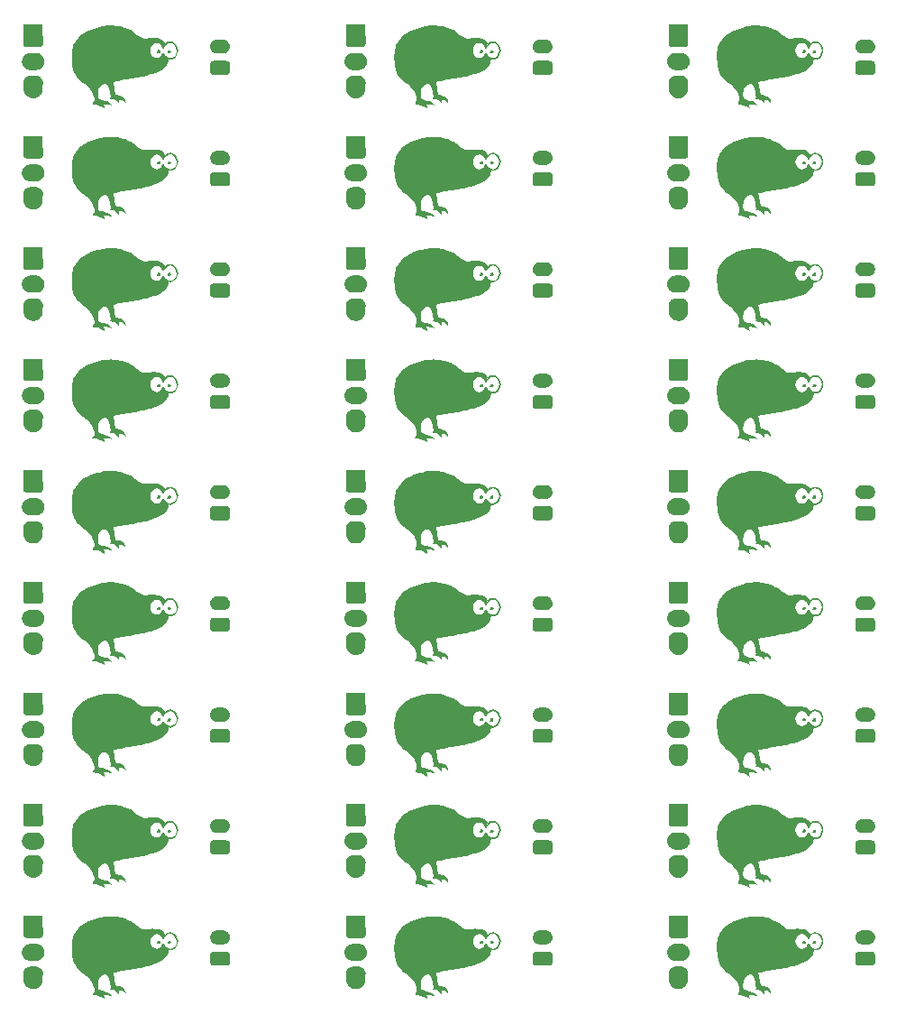
<source format=gbr>
G04 #@! TF.GenerationSoftware,KiCad,Pcbnew,5.99.0-unknown-r16857-c6889b00*
G04 #@! TF.CreationDate,2019-10-20T19:52:50+02:00*
G04 #@! TF.ProjectId,pulsr,70756c73-722e-46b6-9963-61645f706362,rev?*
G04 #@! TF.SameCoordinates,Original*
G04 #@! TF.FileFunction,Soldermask,Bot*
G04 #@! TF.FilePolarity,Negative*
%FSLAX46Y46*%
G04 Gerber Fmt 4.6, Leading zero omitted, Abs format (unit mm)*
G04 Created by KiCad (PCBNEW 5.99.0-unknown-r16857-c6889b00) date 2019-10-20 19:52:50*
%MOMM*%
%LPD*%
G04 APERTURE LIST*
%ADD10C,0.100000*%
%ADD11C,0.300000*%
G04 APERTURE END LIST*
D10*
G36*
X168458069Y-129503068D02*
G01*
X168279413Y-129418100D01*
X168127391Y-129286266D01*
X168009193Y-129115522D01*
X167932009Y-128913822D01*
X167903030Y-128689121D01*
X167903214Y-128687414D01*
X168051779Y-128687414D01*
X168084632Y-128907939D01*
X168171436Y-129099272D01*
X168302252Y-129250032D01*
X168467142Y-129348834D01*
X168656169Y-129384298D01*
X168661640Y-129384298D01*
X168840520Y-129349886D01*
X169000166Y-129256602D01*
X169129806Y-129113213D01*
X169218669Y-128928485D01*
X169288939Y-128876848D01*
X169289623Y-128876848D01*
X169360066Y-128926946D01*
X169451954Y-129108630D01*
X169583272Y-129248782D01*
X169743313Y-129339021D01*
X169921371Y-129370963D01*
X169926500Y-129370963D01*
X170116255Y-129332935D01*
X170280503Y-129231207D01*
X170409373Y-129077540D01*
X170492991Y-128883693D01*
X170521485Y-128661425D01*
X170488631Y-128440900D01*
X170401828Y-128249567D01*
X170271011Y-128098807D01*
X170106121Y-128000004D01*
X169917095Y-127964540D01*
X169911624Y-127964540D01*
X169732671Y-127998892D01*
X169573032Y-128092021D01*
X169443432Y-128235192D01*
X169354591Y-128419670D01*
X169283633Y-128471302D01*
X169213194Y-128421208D01*
X169121335Y-128239776D01*
X168990076Y-128099843D01*
X168830093Y-128009759D01*
X168652062Y-127977875D01*
X168646764Y-127977875D01*
X168457009Y-128015837D01*
X168292760Y-128117557D01*
X168163890Y-128271249D01*
X168080272Y-128465129D01*
X168051779Y-128687414D01*
X167903214Y-128687414D01*
X167927517Y-128462577D01*
X168001182Y-128258294D01*
X168116896Y-128084539D01*
X168267532Y-127949580D01*
X168445960Y-127861687D01*
X168645053Y-127829127D01*
X168652062Y-127828957D01*
X168838715Y-127855971D01*
X169010957Y-127933123D01*
X169161176Y-128054578D01*
X169281757Y-128214501D01*
X169400148Y-128050813D01*
X169549413Y-127925705D01*
X169721887Y-127845319D01*
X169909909Y-127815792D01*
X169917092Y-127815622D01*
X170115250Y-127845710D01*
X170293922Y-127930661D01*
X170445932Y-128062506D01*
X170564104Y-128233276D01*
X170641261Y-128435001D01*
X170670226Y-128659714D01*
X170645740Y-128886186D01*
X170572070Y-129090427D01*
X170456341Y-129264168D01*
X170305676Y-129399141D01*
X170127199Y-129487077D01*
X169928035Y-129519708D01*
X169921537Y-129519878D01*
X169734688Y-129492832D01*
X169562345Y-129415585D01*
X169412090Y-129293970D01*
X169291504Y-129133822D01*
X169173110Y-129297735D01*
X169023846Y-129423002D01*
X168851372Y-129503485D01*
X168663351Y-129533043D01*
X168656169Y-129533216D01*
X168458069Y-129503068D01*
X168458069Y-129503068D01*
G37*
G36*
X164607966Y-126331455D02*
G01*
X164828592Y-126348953D01*
X165043472Y-126378987D01*
X165256959Y-126423124D01*
X165473406Y-126482930D01*
X165697165Y-126559974D01*
X165932590Y-126655821D01*
X166184033Y-126772039D01*
X166447223Y-126917599D01*
X166659345Y-127063903D01*
X166834777Y-127203761D01*
X166987898Y-127329984D01*
X167133086Y-127435384D01*
X167284719Y-127512770D01*
X167457176Y-127554955D01*
X167664836Y-127554748D01*
X167968296Y-127517333D01*
X168243514Y-127499785D01*
X168491691Y-127503021D01*
X168714027Y-127527961D01*
X168911723Y-127575523D01*
X169085980Y-127646624D01*
X169237997Y-127742183D01*
X169368976Y-127863119D01*
X169480116Y-128010349D01*
X169290000Y-128320000D01*
X168797381Y-127949283D01*
X168470000Y-127920000D01*
X168130000Y-128180000D01*
X167990000Y-128590000D01*
X168030000Y-128990000D01*
X168340000Y-129340000D01*
X168680000Y-129420000D01*
X168900000Y-129360000D01*
X169090000Y-129240000D01*
X169310000Y-129060000D01*
X169480000Y-129220000D01*
X169790672Y-129368136D01*
X169776178Y-129549875D01*
X169737981Y-129718887D01*
X169677277Y-129875790D01*
X169595261Y-130021204D01*
X169493128Y-130155746D01*
X169372075Y-130280034D01*
X169233296Y-130394687D01*
X169077987Y-130500323D01*
X168907343Y-130597560D01*
X168722560Y-130687016D01*
X168524833Y-130769310D01*
X168315357Y-130845059D01*
X168095329Y-130914882D01*
X167865943Y-130979398D01*
X167628395Y-131039224D01*
X167383880Y-131094979D01*
X167133594Y-131147280D01*
X166878732Y-131196746D01*
X166620489Y-131243996D01*
X166360062Y-131289647D01*
X166098645Y-131334318D01*
X165837433Y-131378626D01*
X165577624Y-131423191D01*
X165320410Y-131468630D01*
X165066989Y-131515562D01*
X164818556Y-131564605D01*
X164576305Y-131616376D01*
X164766694Y-132811594D01*
X164960631Y-132838985D01*
X165161173Y-132884196D01*
X165353739Y-132953073D01*
X165523748Y-133051460D01*
X165656617Y-133185203D01*
X165737766Y-133360146D01*
X165752613Y-133582135D01*
X165583130Y-133398359D01*
X165369848Y-133296756D01*
X165126318Y-133234680D01*
X165136507Y-133450042D01*
X165130168Y-133665245D01*
X164975373Y-133446217D01*
X164788339Y-133296721D01*
X164576307Y-133224103D01*
X164373448Y-133217267D01*
X164242986Y-133175711D01*
X164273010Y-133094807D01*
X164333032Y-133012559D01*
X164326911Y-132883577D01*
X164305218Y-132692894D01*
X164262959Y-132465192D01*
X164195138Y-132225149D01*
X164096760Y-131997446D01*
X163962832Y-131806763D01*
X163909897Y-131804511D01*
X163775577Y-131813423D01*
X163596598Y-131857005D01*
X163409686Y-131958762D01*
X163251567Y-132142197D01*
X163158968Y-132430816D01*
X163136822Y-132848284D01*
X163188056Y-133089244D01*
X163274987Y-133207246D01*
X163359934Y-133255834D01*
X163549069Y-133324078D01*
X163768090Y-133382492D01*
X163995373Y-133445803D01*
X164209293Y-133528741D01*
X164388226Y-133646035D01*
X164510549Y-133812413D01*
X164304698Y-133768560D01*
X164097013Y-133739224D01*
X163887772Y-133721041D01*
X163677249Y-133710652D01*
X163727434Y-133900414D01*
X163761444Y-134093356D01*
X163619545Y-134013396D01*
X163427153Y-133907293D01*
X163201046Y-133809123D01*
X162958003Y-133752961D01*
X162736069Y-133751610D01*
X162595273Y-133707200D01*
X162671492Y-133603142D01*
X162788767Y-133372184D01*
X162794840Y-133165538D01*
X162766830Y-132956541D01*
X162698862Y-132742843D01*
X162585060Y-132522094D01*
X162419547Y-132291943D01*
X162196448Y-132050040D01*
X162052790Y-131921281D01*
X161901067Y-131801947D01*
X161744764Y-131685713D01*
X161587362Y-131566252D01*
X161432345Y-131437239D01*
X161283196Y-131292348D01*
X161143398Y-131125254D01*
X161016434Y-130929630D01*
X160905787Y-130699151D01*
X160814941Y-130427491D01*
X160747378Y-130108324D01*
X160701907Y-129770803D01*
X160676479Y-129458250D01*
X160670649Y-129168950D01*
X160683970Y-128901187D01*
X160715996Y-128653245D01*
X160766281Y-128423408D01*
X160834380Y-128209960D01*
X160919846Y-128011185D01*
X161022233Y-127825369D01*
X161141096Y-127650794D01*
X161275989Y-127485744D01*
X161426465Y-127328505D01*
X161598181Y-127179739D01*
X161793869Y-127041832D01*
X162009269Y-126915090D01*
X162240122Y-126799823D01*
X162482168Y-126696339D01*
X162731147Y-126604947D01*
X162982799Y-126525956D01*
X163232865Y-126459673D01*
X163477084Y-126406407D01*
X163711197Y-126366467D01*
X163930944Y-126340161D01*
X164132065Y-126327798D01*
X164377241Y-126324926D01*
X164607966Y-126331455D01*
X164607966Y-126331455D01*
G37*
D11*
X168870000Y-128780000D02*
G75*
G03X168870000Y-128780000I-60000J0D01*
G01*
X169840000Y-128790000D02*
G75*
G03X169840000Y-128790000I-60000J0D01*
G01*
D10*
G36*
X138158069Y-129503068D02*
G01*
X137979413Y-129418100D01*
X137827391Y-129286266D01*
X137709193Y-129115522D01*
X137632009Y-128913822D01*
X137603030Y-128689121D01*
X137603214Y-128687414D01*
X137751779Y-128687414D01*
X137784632Y-128907939D01*
X137871436Y-129099272D01*
X138002252Y-129250032D01*
X138167142Y-129348834D01*
X138356169Y-129384298D01*
X138361640Y-129384298D01*
X138540520Y-129349886D01*
X138700166Y-129256602D01*
X138829806Y-129113213D01*
X138918669Y-128928485D01*
X138988939Y-128876848D01*
X138989623Y-128876848D01*
X139060066Y-128926946D01*
X139151954Y-129108630D01*
X139283272Y-129248782D01*
X139443313Y-129339021D01*
X139621371Y-129370963D01*
X139626500Y-129370963D01*
X139816255Y-129332935D01*
X139980503Y-129231207D01*
X140109373Y-129077540D01*
X140192991Y-128883693D01*
X140221485Y-128661425D01*
X140188631Y-128440900D01*
X140101828Y-128249567D01*
X139971011Y-128098807D01*
X139806121Y-128000004D01*
X139617095Y-127964540D01*
X139611624Y-127964540D01*
X139432671Y-127998892D01*
X139273032Y-128092021D01*
X139143432Y-128235192D01*
X139054591Y-128419670D01*
X138983633Y-128471302D01*
X138913194Y-128421208D01*
X138821335Y-128239776D01*
X138690076Y-128099843D01*
X138530093Y-128009759D01*
X138352062Y-127977875D01*
X138346764Y-127977875D01*
X138157009Y-128015837D01*
X137992760Y-128117557D01*
X137863890Y-128271249D01*
X137780272Y-128465129D01*
X137751779Y-128687414D01*
X137603214Y-128687414D01*
X137627517Y-128462577D01*
X137701182Y-128258294D01*
X137816896Y-128084539D01*
X137967532Y-127949580D01*
X138145960Y-127861687D01*
X138345053Y-127829127D01*
X138352062Y-127828957D01*
X138538715Y-127855971D01*
X138710957Y-127933123D01*
X138861176Y-128054578D01*
X138981757Y-128214501D01*
X139100148Y-128050813D01*
X139249413Y-127925705D01*
X139421887Y-127845319D01*
X139609909Y-127815792D01*
X139617092Y-127815622D01*
X139815250Y-127845710D01*
X139993922Y-127930661D01*
X140145932Y-128062506D01*
X140264104Y-128233276D01*
X140341261Y-128435001D01*
X140370226Y-128659714D01*
X140345740Y-128886186D01*
X140272070Y-129090427D01*
X140156341Y-129264168D01*
X140005676Y-129399141D01*
X139827199Y-129487077D01*
X139628035Y-129519708D01*
X139621537Y-129519878D01*
X139434688Y-129492832D01*
X139262345Y-129415585D01*
X139112090Y-129293970D01*
X138991504Y-129133822D01*
X138873110Y-129297735D01*
X138723846Y-129423002D01*
X138551372Y-129503485D01*
X138363351Y-129533043D01*
X138356169Y-129533216D01*
X138158069Y-129503068D01*
X138158069Y-129503068D01*
G37*
G36*
X134307966Y-126331455D02*
G01*
X134528592Y-126348953D01*
X134743472Y-126378987D01*
X134956959Y-126423124D01*
X135173406Y-126482930D01*
X135397165Y-126559974D01*
X135632590Y-126655821D01*
X135884033Y-126772039D01*
X136147223Y-126917599D01*
X136359345Y-127063903D01*
X136534777Y-127203761D01*
X136687898Y-127329984D01*
X136833086Y-127435384D01*
X136984719Y-127512770D01*
X137157176Y-127554955D01*
X137364836Y-127554748D01*
X137668296Y-127517333D01*
X137943514Y-127499785D01*
X138191691Y-127503021D01*
X138414027Y-127527961D01*
X138611723Y-127575523D01*
X138785980Y-127646624D01*
X138937997Y-127742183D01*
X139068976Y-127863119D01*
X139180116Y-128010349D01*
X138990000Y-128320000D01*
X138497381Y-127949283D01*
X138170000Y-127920000D01*
X137830000Y-128180000D01*
X137690000Y-128590000D01*
X137730000Y-128990000D01*
X138040000Y-129340000D01*
X138380000Y-129420000D01*
X138600000Y-129360000D01*
X138790000Y-129240000D01*
X139010000Y-129060000D01*
X139180000Y-129220000D01*
X139490672Y-129368136D01*
X139476178Y-129549875D01*
X139437981Y-129718887D01*
X139377277Y-129875790D01*
X139295261Y-130021204D01*
X139193128Y-130155746D01*
X139072075Y-130280034D01*
X138933296Y-130394687D01*
X138777987Y-130500323D01*
X138607343Y-130597560D01*
X138422560Y-130687016D01*
X138224833Y-130769310D01*
X138015357Y-130845059D01*
X137795329Y-130914882D01*
X137565943Y-130979398D01*
X137328395Y-131039224D01*
X137083880Y-131094979D01*
X136833594Y-131147280D01*
X136578732Y-131196746D01*
X136320489Y-131243996D01*
X136060062Y-131289647D01*
X135798645Y-131334318D01*
X135537433Y-131378626D01*
X135277624Y-131423191D01*
X135020410Y-131468630D01*
X134766989Y-131515562D01*
X134518556Y-131564605D01*
X134276305Y-131616376D01*
X134466694Y-132811594D01*
X134660631Y-132838985D01*
X134861173Y-132884196D01*
X135053739Y-132953073D01*
X135223748Y-133051460D01*
X135356617Y-133185203D01*
X135437766Y-133360146D01*
X135452613Y-133582135D01*
X135283130Y-133398359D01*
X135069848Y-133296756D01*
X134826318Y-133234680D01*
X134836507Y-133450042D01*
X134830168Y-133665245D01*
X134675373Y-133446217D01*
X134488339Y-133296721D01*
X134276307Y-133224103D01*
X134073448Y-133217267D01*
X133942986Y-133175711D01*
X133973010Y-133094807D01*
X134033032Y-133012559D01*
X134026911Y-132883577D01*
X134005218Y-132692894D01*
X133962959Y-132465192D01*
X133895138Y-132225149D01*
X133796760Y-131997446D01*
X133662832Y-131806763D01*
X133609897Y-131804511D01*
X133475577Y-131813423D01*
X133296598Y-131857005D01*
X133109686Y-131958762D01*
X132951567Y-132142197D01*
X132858968Y-132430816D01*
X132836822Y-132848284D01*
X132888056Y-133089244D01*
X132974987Y-133207246D01*
X133059934Y-133255834D01*
X133249069Y-133324078D01*
X133468090Y-133382492D01*
X133695373Y-133445803D01*
X133909293Y-133528741D01*
X134088226Y-133646035D01*
X134210549Y-133812413D01*
X134004698Y-133768560D01*
X133797013Y-133739224D01*
X133587772Y-133721041D01*
X133377249Y-133710652D01*
X133427434Y-133900414D01*
X133461444Y-134093356D01*
X133319545Y-134013396D01*
X133127153Y-133907293D01*
X132901046Y-133809123D01*
X132658003Y-133752961D01*
X132436069Y-133751610D01*
X132295273Y-133707200D01*
X132371492Y-133603142D01*
X132488767Y-133372184D01*
X132494840Y-133165538D01*
X132466830Y-132956541D01*
X132398862Y-132742843D01*
X132285060Y-132522094D01*
X132119547Y-132291943D01*
X131896448Y-132050040D01*
X131752790Y-131921281D01*
X131601067Y-131801947D01*
X131444764Y-131685713D01*
X131287362Y-131566252D01*
X131132345Y-131437239D01*
X130983196Y-131292348D01*
X130843398Y-131125254D01*
X130716434Y-130929630D01*
X130605787Y-130699151D01*
X130514941Y-130427491D01*
X130447378Y-130108324D01*
X130401907Y-129770803D01*
X130376479Y-129458250D01*
X130370649Y-129168950D01*
X130383970Y-128901187D01*
X130415996Y-128653245D01*
X130466281Y-128423408D01*
X130534380Y-128209960D01*
X130619846Y-128011185D01*
X130722233Y-127825369D01*
X130841096Y-127650794D01*
X130975989Y-127485744D01*
X131126465Y-127328505D01*
X131298181Y-127179739D01*
X131493869Y-127041832D01*
X131709269Y-126915090D01*
X131940122Y-126799823D01*
X132182168Y-126696339D01*
X132431147Y-126604947D01*
X132682799Y-126525956D01*
X132932865Y-126459673D01*
X133177084Y-126406407D01*
X133411197Y-126366467D01*
X133630944Y-126340161D01*
X133832065Y-126327798D01*
X134077241Y-126324926D01*
X134307966Y-126331455D01*
X134307966Y-126331455D01*
G37*
D11*
X138570000Y-128780000D02*
G75*
G03X138570000Y-128780000I-60000J0D01*
G01*
X139540000Y-128790000D02*
G75*
G03X139540000Y-128790000I-60000J0D01*
G01*
D10*
G36*
X107858069Y-129503068D02*
G01*
X107679413Y-129418100D01*
X107527391Y-129286266D01*
X107409193Y-129115522D01*
X107332009Y-128913822D01*
X107303030Y-128689121D01*
X107303214Y-128687414D01*
X107451779Y-128687414D01*
X107484632Y-128907939D01*
X107571436Y-129099272D01*
X107702252Y-129250032D01*
X107867142Y-129348834D01*
X108056169Y-129384298D01*
X108061640Y-129384298D01*
X108240520Y-129349886D01*
X108400166Y-129256602D01*
X108529806Y-129113213D01*
X108618669Y-128928485D01*
X108688939Y-128876848D01*
X108689623Y-128876848D01*
X108760066Y-128926946D01*
X108851954Y-129108630D01*
X108983272Y-129248782D01*
X109143313Y-129339021D01*
X109321371Y-129370963D01*
X109326500Y-129370963D01*
X109516255Y-129332935D01*
X109680503Y-129231207D01*
X109809373Y-129077540D01*
X109892991Y-128883693D01*
X109921485Y-128661425D01*
X109888631Y-128440900D01*
X109801828Y-128249567D01*
X109671011Y-128098807D01*
X109506121Y-128000004D01*
X109317095Y-127964540D01*
X109311624Y-127964540D01*
X109132671Y-127998892D01*
X108973032Y-128092021D01*
X108843432Y-128235192D01*
X108754591Y-128419670D01*
X108683633Y-128471302D01*
X108613194Y-128421208D01*
X108521335Y-128239776D01*
X108390076Y-128099843D01*
X108230093Y-128009759D01*
X108052062Y-127977875D01*
X108046764Y-127977875D01*
X107857009Y-128015837D01*
X107692760Y-128117557D01*
X107563890Y-128271249D01*
X107480272Y-128465129D01*
X107451779Y-128687414D01*
X107303214Y-128687414D01*
X107327517Y-128462577D01*
X107401182Y-128258294D01*
X107516896Y-128084539D01*
X107667532Y-127949580D01*
X107845960Y-127861687D01*
X108045053Y-127829127D01*
X108052062Y-127828957D01*
X108238715Y-127855971D01*
X108410957Y-127933123D01*
X108561176Y-128054578D01*
X108681757Y-128214501D01*
X108800148Y-128050813D01*
X108949413Y-127925705D01*
X109121887Y-127845319D01*
X109309909Y-127815792D01*
X109317092Y-127815622D01*
X109515250Y-127845710D01*
X109693922Y-127930661D01*
X109845932Y-128062506D01*
X109964104Y-128233276D01*
X110041261Y-128435001D01*
X110070226Y-128659714D01*
X110045740Y-128886186D01*
X109972070Y-129090427D01*
X109856341Y-129264168D01*
X109705676Y-129399141D01*
X109527199Y-129487077D01*
X109328035Y-129519708D01*
X109321537Y-129519878D01*
X109134688Y-129492832D01*
X108962345Y-129415585D01*
X108812090Y-129293970D01*
X108691504Y-129133822D01*
X108573110Y-129297735D01*
X108423846Y-129423002D01*
X108251372Y-129503485D01*
X108063351Y-129533043D01*
X108056169Y-129533216D01*
X107858069Y-129503068D01*
X107858069Y-129503068D01*
G37*
G36*
X104007966Y-126331455D02*
G01*
X104228592Y-126348953D01*
X104443472Y-126378987D01*
X104656959Y-126423124D01*
X104873406Y-126482930D01*
X105097165Y-126559974D01*
X105332590Y-126655821D01*
X105584033Y-126772039D01*
X105847223Y-126917599D01*
X106059345Y-127063903D01*
X106234777Y-127203761D01*
X106387898Y-127329984D01*
X106533086Y-127435384D01*
X106684719Y-127512770D01*
X106857176Y-127554955D01*
X107064836Y-127554748D01*
X107368296Y-127517333D01*
X107643514Y-127499785D01*
X107891691Y-127503021D01*
X108114027Y-127527961D01*
X108311723Y-127575523D01*
X108485980Y-127646624D01*
X108637997Y-127742183D01*
X108768976Y-127863119D01*
X108880116Y-128010349D01*
X108690000Y-128320000D01*
X108197381Y-127949283D01*
X107870000Y-127920000D01*
X107530000Y-128180000D01*
X107390000Y-128590000D01*
X107430000Y-128990000D01*
X107740000Y-129340000D01*
X108080000Y-129420000D01*
X108300000Y-129360000D01*
X108490000Y-129240000D01*
X108710000Y-129060000D01*
X108880000Y-129220000D01*
X109190672Y-129368136D01*
X109176178Y-129549875D01*
X109137981Y-129718887D01*
X109077277Y-129875790D01*
X108995261Y-130021204D01*
X108893128Y-130155746D01*
X108772075Y-130280034D01*
X108633296Y-130394687D01*
X108477987Y-130500323D01*
X108307343Y-130597560D01*
X108122560Y-130687016D01*
X107924833Y-130769310D01*
X107715357Y-130845059D01*
X107495329Y-130914882D01*
X107265943Y-130979398D01*
X107028395Y-131039224D01*
X106783880Y-131094979D01*
X106533594Y-131147280D01*
X106278732Y-131196746D01*
X106020489Y-131243996D01*
X105760062Y-131289647D01*
X105498645Y-131334318D01*
X105237433Y-131378626D01*
X104977624Y-131423191D01*
X104720410Y-131468630D01*
X104466989Y-131515562D01*
X104218556Y-131564605D01*
X103976305Y-131616376D01*
X104166694Y-132811594D01*
X104360631Y-132838985D01*
X104561173Y-132884196D01*
X104753739Y-132953073D01*
X104923748Y-133051460D01*
X105056617Y-133185203D01*
X105137766Y-133360146D01*
X105152613Y-133582135D01*
X104983130Y-133398359D01*
X104769848Y-133296756D01*
X104526318Y-133234680D01*
X104536507Y-133450042D01*
X104530168Y-133665245D01*
X104375373Y-133446217D01*
X104188339Y-133296721D01*
X103976307Y-133224103D01*
X103773448Y-133217267D01*
X103642986Y-133175711D01*
X103673010Y-133094807D01*
X103733032Y-133012559D01*
X103726911Y-132883577D01*
X103705218Y-132692894D01*
X103662959Y-132465192D01*
X103595138Y-132225149D01*
X103496760Y-131997446D01*
X103362832Y-131806763D01*
X103309897Y-131804511D01*
X103175577Y-131813423D01*
X102996598Y-131857005D01*
X102809686Y-131958762D01*
X102651567Y-132142197D01*
X102558968Y-132430816D01*
X102536822Y-132848284D01*
X102588056Y-133089244D01*
X102674987Y-133207246D01*
X102759934Y-133255834D01*
X102949069Y-133324078D01*
X103168090Y-133382492D01*
X103395373Y-133445803D01*
X103609293Y-133528741D01*
X103788226Y-133646035D01*
X103910549Y-133812413D01*
X103704698Y-133768560D01*
X103497013Y-133739224D01*
X103287772Y-133721041D01*
X103077249Y-133710652D01*
X103127434Y-133900414D01*
X103161444Y-134093356D01*
X103019545Y-134013396D01*
X102827153Y-133907293D01*
X102601046Y-133809123D01*
X102358003Y-133752961D01*
X102136069Y-133751610D01*
X101995273Y-133707200D01*
X102071492Y-133603142D01*
X102188767Y-133372184D01*
X102194840Y-133165538D01*
X102166830Y-132956541D01*
X102098862Y-132742843D01*
X101985060Y-132522094D01*
X101819547Y-132291943D01*
X101596448Y-132050040D01*
X101452790Y-131921281D01*
X101301067Y-131801947D01*
X101144764Y-131685713D01*
X100987362Y-131566252D01*
X100832345Y-131437239D01*
X100683196Y-131292348D01*
X100543398Y-131125254D01*
X100416434Y-130929630D01*
X100305787Y-130699151D01*
X100214941Y-130427491D01*
X100147378Y-130108324D01*
X100101907Y-129770803D01*
X100076479Y-129458250D01*
X100070649Y-129168950D01*
X100083970Y-128901187D01*
X100115996Y-128653245D01*
X100166281Y-128423408D01*
X100234380Y-128209960D01*
X100319846Y-128011185D01*
X100422233Y-127825369D01*
X100541096Y-127650794D01*
X100675989Y-127485744D01*
X100826465Y-127328505D01*
X100998181Y-127179739D01*
X101193869Y-127041832D01*
X101409269Y-126915090D01*
X101640122Y-126799823D01*
X101882168Y-126696339D01*
X102131147Y-126604947D01*
X102382799Y-126525956D01*
X102632865Y-126459673D01*
X102877084Y-126406407D01*
X103111197Y-126366467D01*
X103330944Y-126340161D01*
X103532065Y-126327798D01*
X103777241Y-126324926D01*
X104007966Y-126331455D01*
X104007966Y-126331455D01*
G37*
D11*
X108270000Y-128780000D02*
G75*
G03X108270000Y-128780000I-60000J0D01*
G01*
X109240000Y-128790000D02*
G75*
G03X109240000Y-128790000I-60000J0D01*
G01*
D10*
G36*
X168458069Y-119053068D02*
G01*
X168279413Y-118968100D01*
X168127391Y-118836266D01*
X168009193Y-118665522D01*
X167932009Y-118463822D01*
X167903030Y-118239121D01*
X167903214Y-118237414D01*
X168051779Y-118237414D01*
X168084632Y-118457939D01*
X168171436Y-118649272D01*
X168302252Y-118800032D01*
X168467142Y-118898834D01*
X168656169Y-118934298D01*
X168661640Y-118934298D01*
X168840520Y-118899886D01*
X169000166Y-118806602D01*
X169129806Y-118663213D01*
X169218669Y-118478485D01*
X169288939Y-118426848D01*
X169289623Y-118426848D01*
X169360066Y-118476946D01*
X169451954Y-118658630D01*
X169583272Y-118798782D01*
X169743313Y-118889021D01*
X169921371Y-118920963D01*
X169926500Y-118920963D01*
X170116255Y-118882935D01*
X170280503Y-118781207D01*
X170409373Y-118627540D01*
X170492991Y-118433693D01*
X170521485Y-118211425D01*
X170488631Y-117990900D01*
X170401828Y-117799567D01*
X170271011Y-117648807D01*
X170106121Y-117550004D01*
X169917095Y-117514540D01*
X169911624Y-117514540D01*
X169732671Y-117548892D01*
X169573032Y-117642021D01*
X169443432Y-117785192D01*
X169354591Y-117969670D01*
X169283633Y-118021302D01*
X169213194Y-117971208D01*
X169121335Y-117789776D01*
X168990076Y-117649843D01*
X168830093Y-117559759D01*
X168652062Y-117527875D01*
X168646764Y-117527875D01*
X168457009Y-117565837D01*
X168292760Y-117667557D01*
X168163890Y-117821249D01*
X168080272Y-118015129D01*
X168051779Y-118237414D01*
X167903214Y-118237414D01*
X167927517Y-118012577D01*
X168001182Y-117808294D01*
X168116896Y-117634539D01*
X168267532Y-117499580D01*
X168445960Y-117411687D01*
X168645053Y-117379127D01*
X168652062Y-117378957D01*
X168838715Y-117405971D01*
X169010957Y-117483123D01*
X169161176Y-117604578D01*
X169281757Y-117764501D01*
X169400148Y-117600813D01*
X169549413Y-117475705D01*
X169721887Y-117395319D01*
X169909909Y-117365792D01*
X169917092Y-117365622D01*
X170115250Y-117395710D01*
X170293922Y-117480661D01*
X170445932Y-117612506D01*
X170564104Y-117783276D01*
X170641261Y-117985001D01*
X170670226Y-118209714D01*
X170645740Y-118436186D01*
X170572070Y-118640427D01*
X170456341Y-118814168D01*
X170305676Y-118949141D01*
X170127199Y-119037077D01*
X169928035Y-119069708D01*
X169921537Y-119069878D01*
X169734688Y-119042832D01*
X169562345Y-118965585D01*
X169412090Y-118843970D01*
X169291504Y-118683822D01*
X169173110Y-118847735D01*
X169023846Y-118973002D01*
X168851372Y-119053485D01*
X168663351Y-119083043D01*
X168656169Y-119083216D01*
X168458069Y-119053068D01*
X168458069Y-119053068D01*
G37*
G36*
X164607966Y-115881455D02*
G01*
X164828592Y-115898953D01*
X165043472Y-115928987D01*
X165256959Y-115973124D01*
X165473406Y-116032930D01*
X165697165Y-116109974D01*
X165932590Y-116205821D01*
X166184033Y-116322039D01*
X166447223Y-116467599D01*
X166659345Y-116613903D01*
X166834777Y-116753761D01*
X166987898Y-116879984D01*
X167133086Y-116985384D01*
X167284719Y-117062770D01*
X167457176Y-117104955D01*
X167664836Y-117104748D01*
X167968296Y-117067333D01*
X168243514Y-117049785D01*
X168491691Y-117053021D01*
X168714027Y-117077961D01*
X168911723Y-117125523D01*
X169085980Y-117196624D01*
X169237997Y-117292183D01*
X169368976Y-117413119D01*
X169480116Y-117560349D01*
X169290000Y-117870000D01*
X168797381Y-117499283D01*
X168470000Y-117470000D01*
X168130000Y-117730000D01*
X167990000Y-118140000D01*
X168030000Y-118540000D01*
X168340000Y-118890000D01*
X168680000Y-118970000D01*
X168900000Y-118910000D01*
X169090000Y-118790000D01*
X169310000Y-118610000D01*
X169480000Y-118770000D01*
X169790672Y-118918136D01*
X169776178Y-119099875D01*
X169737981Y-119268887D01*
X169677277Y-119425790D01*
X169595261Y-119571204D01*
X169493128Y-119705746D01*
X169372075Y-119830034D01*
X169233296Y-119944687D01*
X169077987Y-120050323D01*
X168907343Y-120147560D01*
X168722560Y-120237016D01*
X168524833Y-120319310D01*
X168315357Y-120395059D01*
X168095329Y-120464882D01*
X167865943Y-120529398D01*
X167628395Y-120589224D01*
X167383880Y-120644979D01*
X167133594Y-120697280D01*
X166878732Y-120746746D01*
X166620489Y-120793996D01*
X166360062Y-120839647D01*
X166098645Y-120884318D01*
X165837433Y-120928626D01*
X165577624Y-120973191D01*
X165320410Y-121018630D01*
X165066989Y-121065562D01*
X164818556Y-121114605D01*
X164576305Y-121166376D01*
X164766694Y-122361594D01*
X164960631Y-122388985D01*
X165161173Y-122434196D01*
X165353739Y-122503073D01*
X165523748Y-122601460D01*
X165656617Y-122735203D01*
X165737766Y-122910146D01*
X165752613Y-123132135D01*
X165583130Y-122948359D01*
X165369848Y-122846756D01*
X165126318Y-122784680D01*
X165136507Y-123000042D01*
X165130168Y-123215245D01*
X164975373Y-122996217D01*
X164788339Y-122846721D01*
X164576307Y-122774103D01*
X164373448Y-122767267D01*
X164242986Y-122725711D01*
X164273010Y-122644807D01*
X164333032Y-122562559D01*
X164326911Y-122433577D01*
X164305218Y-122242894D01*
X164262959Y-122015192D01*
X164195138Y-121775149D01*
X164096760Y-121547446D01*
X163962832Y-121356763D01*
X163909897Y-121354511D01*
X163775577Y-121363423D01*
X163596598Y-121407005D01*
X163409686Y-121508762D01*
X163251567Y-121692197D01*
X163158968Y-121980816D01*
X163136822Y-122398284D01*
X163188056Y-122639244D01*
X163274987Y-122757246D01*
X163359934Y-122805834D01*
X163549069Y-122874078D01*
X163768090Y-122932492D01*
X163995373Y-122995803D01*
X164209293Y-123078741D01*
X164388226Y-123196035D01*
X164510549Y-123362413D01*
X164304698Y-123318560D01*
X164097013Y-123289224D01*
X163887772Y-123271041D01*
X163677249Y-123260652D01*
X163727434Y-123450414D01*
X163761444Y-123643356D01*
X163619545Y-123563396D01*
X163427153Y-123457293D01*
X163201046Y-123359123D01*
X162958003Y-123302961D01*
X162736069Y-123301610D01*
X162595273Y-123257200D01*
X162671492Y-123153142D01*
X162788767Y-122922184D01*
X162794840Y-122715538D01*
X162766830Y-122506541D01*
X162698862Y-122292843D01*
X162585060Y-122072094D01*
X162419547Y-121841943D01*
X162196448Y-121600040D01*
X162052790Y-121471281D01*
X161901067Y-121351947D01*
X161744764Y-121235713D01*
X161587362Y-121116252D01*
X161432345Y-120987239D01*
X161283196Y-120842348D01*
X161143398Y-120675254D01*
X161016434Y-120479630D01*
X160905787Y-120249151D01*
X160814941Y-119977491D01*
X160747378Y-119658324D01*
X160701907Y-119320803D01*
X160676479Y-119008250D01*
X160670649Y-118718950D01*
X160683970Y-118451187D01*
X160715996Y-118203245D01*
X160766281Y-117973408D01*
X160834380Y-117759960D01*
X160919846Y-117561185D01*
X161022233Y-117375369D01*
X161141096Y-117200794D01*
X161275989Y-117035744D01*
X161426465Y-116878505D01*
X161598181Y-116729739D01*
X161793869Y-116591832D01*
X162009269Y-116465090D01*
X162240122Y-116349823D01*
X162482168Y-116246339D01*
X162731147Y-116154947D01*
X162982799Y-116075956D01*
X163232865Y-116009673D01*
X163477084Y-115956407D01*
X163711197Y-115916467D01*
X163930944Y-115890161D01*
X164132065Y-115877798D01*
X164377241Y-115874926D01*
X164607966Y-115881455D01*
X164607966Y-115881455D01*
G37*
D11*
X168870000Y-118330000D02*
G75*
G03X168870000Y-118330000I-60000J0D01*
G01*
X169840000Y-118340000D02*
G75*
G03X169840000Y-118340000I-60000J0D01*
G01*
D10*
G36*
X138158069Y-119053068D02*
G01*
X137979413Y-118968100D01*
X137827391Y-118836266D01*
X137709193Y-118665522D01*
X137632009Y-118463822D01*
X137603030Y-118239121D01*
X137603214Y-118237414D01*
X137751779Y-118237414D01*
X137784632Y-118457939D01*
X137871436Y-118649272D01*
X138002252Y-118800032D01*
X138167142Y-118898834D01*
X138356169Y-118934298D01*
X138361640Y-118934298D01*
X138540520Y-118899886D01*
X138700166Y-118806602D01*
X138829806Y-118663213D01*
X138918669Y-118478485D01*
X138988939Y-118426848D01*
X138989623Y-118426848D01*
X139060066Y-118476946D01*
X139151954Y-118658630D01*
X139283272Y-118798782D01*
X139443313Y-118889021D01*
X139621371Y-118920963D01*
X139626500Y-118920963D01*
X139816255Y-118882935D01*
X139980503Y-118781207D01*
X140109373Y-118627540D01*
X140192991Y-118433693D01*
X140221485Y-118211425D01*
X140188631Y-117990900D01*
X140101828Y-117799567D01*
X139971011Y-117648807D01*
X139806121Y-117550004D01*
X139617095Y-117514540D01*
X139611624Y-117514540D01*
X139432671Y-117548892D01*
X139273032Y-117642021D01*
X139143432Y-117785192D01*
X139054591Y-117969670D01*
X138983633Y-118021302D01*
X138913194Y-117971208D01*
X138821335Y-117789776D01*
X138690076Y-117649843D01*
X138530093Y-117559759D01*
X138352062Y-117527875D01*
X138346764Y-117527875D01*
X138157009Y-117565837D01*
X137992760Y-117667557D01*
X137863890Y-117821249D01*
X137780272Y-118015129D01*
X137751779Y-118237414D01*
X137603214Y-118237414D01*
X137627517Y-118012577D01*
X137701182Y-117808294D01*
X137816896Y-117634539D01*
X137967532Y-117499580D01*
X138145960Y-117411687D01*
X138345053Y-117379127D01*
X138352062Y-117378957D01*
X138538715Y-117405971D01*
X138710957Y-117483123D01*
X138861176Y-117604578D01*
X138981757Y-117764501D01*
X139100148Y-117600813D01*
X139249413Y-117475705D01*
X139421887Y-117395319D01*
X139609909Y-117365792D01*
X139617092Y-117365622D01*
X139815250Y-117395710D01*
X139993922Y-117480661D01*
X140145932Y-117612506D01*
X140264104Y-117783276D01*
X140341261Y-117985001D01*
X140370226Y-118209714D01*
X140345740Y-118436186D01*
X140272070Y-118640427D01*
X140156341Y-118814168D01*
X140005676Y-118949141D01*
X139827199Y-119037077D01*
X139628035Y-119069708D01*
X139621537Y-119069878D01*
X139434688Y-119042832D01*
X139262345Y-118965585D01*
X139112090Y-118843970D01*
X138991504Y-118683822D01*
X138873110Y-118847735D01*
X138723846Y-118973002D01*
X138551372Y-119053485D01*
X138363351Y-119083043D01*
X138356169Y-119083216D01*
X138158069Y-119053068D01*
X138158069Y-119053068D01*
G37*
G36*
X134307966Y-115881455D02*
G01*
X134528592Y-115898953D01*
X134743472Y-115928987D01*
X134956959Y-115973124D01*
X135173406Y-116032930D01*
X135397165Y-116109974D01*
X135632590Y-116205821D01*
X135884033Y-116322039D01*
X136147223Y-116467599D01*
X136359345Y-116613903D01*
X136534777Y-116753761D01*
X136687898Y-116879984D01*
X136833086Y-116985384D01*
X136984719Y-117062770D01*
X137157176Y-117104955D01*
X137364836Y-117104748D01*
X137668296Y-117067333D01*
X137943514Y-117049785D01*
X138191691Y-117053021D01*
X138414027Y-117077961D01*
X138611723Y-117125523D01*
X138785980Y-117196624D01*
X138937997Y-117292183D01*
X139068976Y-117413119D01*
X139180116Y-117560349D01*
X138990000Y-117870000D01*
X138497381Y-117499283D01*
X138170000Y-117470000D01*
X137830000Y-117730000D01*
X137690000Y-118140000D01*
X137730000Y-118540000D01*
X138040000Y-118890000D01*
X138380000Y-118970000D01*
X138600000Y-118910000D01*
X138790000Y-118790000D01*
X139010000Y-118610000D01*
X139180000Y-118770000D01*
X139490672Y-118918136D01*
X139476178Y-119099875D01*
X139437981Y-119268887D01*
X139377277Y-119425790D01*
X139295261Y-119571204D01*
X139193128Y-119705746D01*
X139072075Y-119830034D01*
X138933296Y-119944687D01*
X138777987Y-120050323D01*
X138607343Y-120147560D01*
X138422560Y-120237016D01*
X138224833Y-120319310D01*
X138015357Y-120395059D01*
X137795329Y-120464882D01*
X137565943Y-120529398D01*
X137328395Y-120589224D01*
X137083880Y-120644979D01*
X136833594Y-120697280D01*
X136578732Y-120746746D01*
X136320489Y-120793996D01*
X136060062Y-120839647D01*
X135798645Y-120884318D01*
X135537433Y-120928626D01*
X135277624Y-120973191D01*
X135020410Y-121018630D01*
X134766989Y-121065562D01*
X134518556Y-121114605D01*
X134276305Y-121166376D01*
X134466694Y-122361594D01*
X134660631Y-122388985D01*
X134861173Y-122434196D01*
X135053739Y-122503073D01*
X135223748Y-122601460D01*
X135356617Y-122735203D01*
X135437766Y-122910146D01*
X135452613Y-123132135D01*
X135283130Y-122948359D01*
X135069848Y-122846756D01*
X134826318Y-122784680D01*
X134836507Y-123000042D01*
X134830168Y-123215245D01*
X134675373Y-122996217D01*
X134488339Y-122846721D01*
X134276307Y-122774103D01*
X134073448Y-122767267D01*
X133942986Y-122725711D01*
X133973010Y-122644807D01*
X134033032Y-122562559D01*
X134026911Y-122433577D01*
X134005218Y-122242894D01*
X133962959Y-122015192D01*
X133895138Y-121775149D01*
X133796760Y-121547446D01*
X133662832Y-121356763D01*
X133609897Y-121354511D01*
X133475577Y-121363423D01*
X133296598Y-121407005D01*
X133109686Y-121508762D01*
X132951567Y-121692197D01*
X132858968Y-121980816D01*
X132836822Y-122398284D01*
X132888056Y-122639244D01*
X132974987Y-122757246D01*
X133059934Y-122805834D01*
X133249069Y-122874078D01*
X133468090Y-122932492D01*
X133695373Y-122995803D01*
X133909293Y-123078741D01*
X134088226Y-123196035D01*
X134210549Y-123362413D01*
X134004698Y-123318560D01*
X133797013Y-123289224D01*
X133587772Y-123271041D01*
X133377249Y-123260652D01*
X133427434Y-123450414D01*
X133461444Y-123643356D01*
X133319545Y-123563396D01*
X133127153Y-123457293D01*
X132901046Y-123359123D01*
X132658003Y-123302961D01*
X132436069Y-123301610D01*
X132295273Y-123257200D01*
X132371492Y-123153142D01*
X132488767Y-122922184D01*
X132494840Y-122715538D01*
X132466830Y-122506541D01*
X132398862Y-122292843D01*
X132285060Y-122072094D01*
X132119547Y-121841943D01*
X131896448Y-121600040D01*
X131752790Y-121471281D01*
X131601067Y-121351947D01*
X131444764Y-121235713D01*
X131287362Y-121116252D01*
X131132345Y-120987239D01*
X130983196Y-120842348D01*
X130843398Y-120675254D01*
X130716434Y-120479630D01*
X130605787Y-120249151D01*
X130514941Y-119977491D01*
X130447378Y-119658324D01*
X130401907Y-119320803D01*
X130376479Y-119008250D01*
X130370649Y-118718950D01*
X130383970Y-118451187D01*
X130415996Y-118203245D01*
X130466281Y-117973408D01*
X130534380Y-117759960D01*
X130619846Y-117561185D01*
X130722233Y-117375369D01*
X130841096Y-117200794D01*
X130975989Y-117035744D01*
X131126465Y-116878505D01*
X131298181Y-116729739D01*
X131493869Y-116591832D01*
X131709269Y-116465090D01*
X131940122Y-116349823D01*
X132182168Y-116246339D01*
X132431147Y-116154947D01*
X132682799Y-116075956D01*
X132932865Y-116009673D01*
X133177084Y-115956407D01*
X133411197Y-115916467D01*
X133630944Y-115890161D01*
X133832065Y-115877798D01*
X134077241Y-115874926D01*
X134307966Y-115881455D01*
X134307966Y-115881455D01*
G37*
D11*
X138570000Y-118330000D02*
G75*
G03X138570000Y-118330000I-60000J0D01*
G01*
X139540000Y-118340000D02*
G75*
G03X139540000Y-118340000I-60000J0D01*
G01*
D10*
G36*
X107858069Y-119053068D02*
G01*
X107679413Y-118968100D01*
X107527391Y-118836266D01*
X107409193Y-118665522D01*
X107332009Y-118463822D01*
X107303030Y-118239121D01*
X107303214Y-118237414D01*
X107451779Y-118237414D01*
X107484632Y-118457939D01*
X107571436Y-118649272D01*
X107702252Y-118800032D01*
X107867142Y-118898834D01*
X108056169Y-118934298D01*
X108061640Y-118934298D01*
X108240520Y-118899886D01*
X108400166Y-118806602D01*
X108529806Y-118663213D01*
X108618669Y-118478485D01*
X108688939Y-118426848D01*
X108689623Y-118426848D01*
X108760066Y-118476946D01*
X108851954Y-118658630D01*
X108983272Y-118798782D01*
X109143313Y-118889021D01*
X109321371Y-118920963D01*
X109326500Y-118920963D01*
X109516255Y-118882935D01*
X109680503Y-118781207D01*
X109809373Y-118627540D01*
X109892991Y-118433693D01*
X109921485Y-118211425D01*
X109888631Y-117990900D01*
X109801828Y-117799567D01*
X109671011Y-117648807D01*
X109506121Y-117550004D01*
X109317095Y-117514540D01*
X109311624Y-117514540D01*
X109132671Y-117548892D01*
X108973032Y-117642021D01*
X108843432Y-117785192D01*
X108754591Y-117969670D01*
X108683633Y-118021302D01*
X108613194Y-117971208D01*
X108521335Y-117789776D01*
X108390076Y-117649843D01*
X108230093Y-117559759D01*
X108052062Y-117527875D01*
X108046764Y-117527875D01*
X107857009Y-117565837D01*
X107692760Y-117667557D01*
X107563890Y-117821249D01*
X107480272Y-118015129D01*
X107451779Y-118237414D01*
X107303214Y-118237414D01*
X107327517Y-118012577D01*
X107401182Y-117808294D01*
X107516896Y-117634539D01*
X107667532Y-117499580D01*
X107845960Y-117411687D01*
X108045053Y-117379127D01*
X108052062Y-117378957D01*
X108238715Y-117405971D01*
X108410957Y-117483123D01*
X108561176Y-117604578D01*
X108681757Y-117764501D01*
X108800148Y-117600813D01*
X108949413Y-117475705D01*
X109121887Y-117395319D01*
X109309909Y-117365792D01*
X109317092Y-117365622D01*
X109515250Y-117395710D01*
X109693922Y-117480661D01*
X109845932Y-117612506D01*
X109964104Y-117783276D01*
X110041261Y-117985001D01*
X110070226Y-118209714D01*
X110045740Y-118436186D01*
X109972070Y-118640427D01*
X109856341Y-118814168D01*
X109705676Y-118949141D01*
X109527199Y-119037077D01*
X109328035Y-119069708D01*
X109321537Y-119069878D01*
X109134688Y-119042832D01*
X108962345Y-118965585D01*
X108812090Y-118843970D01*
X108691504Y-118683822D01*
X108573110Y-118847735D01*
X108423846Y-118973002D01*
X108251372Y-119053485D01*
X108063351Y-119083043D01*
X108056169Y-119083216D01*
X107858069Y-119053068D01*
X107858069Y-119053068D01*
G37*
G36*
X104007966Y-115881455D02*
G01*
X104228592Y-115898953D01*
X104443472Y-115928987D01*
X104656959Y-115973124D01*
X104873406Y-116032930D01*
X105097165Y-116109974D01*
X105332590Y-116205821D01*
X105584033Y-116322039D01*
X105847223Y-116467599D01*
X106059345Y-116613903D01*
X106234777Y-116753761D01*
X106387898Y-116879984D01*
X106533086Y-116985384D01*
X106684719Y-117062770D01*
X106857176Y-117104955D01*
X107064836Y-117104748D01*
X107368296Y-117067333D01*
X107643514Y-117049785D01*
X107891691Y-117053021D01*
X108114027Y-117077961D01*
X108311723Y-117125523D01*
X108485980Y-117196624D01*
X108637997Y-117292183D01*
X108768976Y-117413119D01*
X108880116Y-117560349D01*
X108690000Y-117870000D01*
X108197381Y-117499283D01*
X107870000Y-117470000D01*
X107530000Y-117730000D01*
X107390000Y-118140000D01*
X107430000Y-118540000D01*
X107740000Y-118890000D01*
X108080000Y-118970000D01*
X108300000Y-118910000D01*
X108490000Y-118790000D01*
X108710000Y-118610000D01*
X108880000Y-118770000D01*
X109190672Y-118918136D01*
X109176178Y-119099875D01*
X109137981Y-119268887D01*
X109077277Y-119425790D01*
X108995261Y-119571204D01*
X108893128Y-119705746D01*
X108772075Y-119830034D01*
X108633296Y-119944687D01*
X108477987Y-120050323D01*
X108307343Y-120147560D01*
X108122560Y-120237016D01*
X107924833Y-120319310D01*
X107715357Y-120395059D01*
X107495329Y-120464882D01*
X107265943Y-120529398D01*
X107028395Y-120589224D01*
X106783880Y-120644979D01*
X106533594Y-120697280D01*
X106278732Y-120746746D01*
X106020489Y-120793996D01*
X105760062Y-120839647D01*
X105498645Y-120884318D01*
X105237433Y-120928626D01*
X104977624Y-120973191D01*
X104720410Y-121018630D01*
X104466989Y-121065562D01*
X104218556Y-121114605D01*
X103976305Y-121166376D01*
X104166694Y-122361594D01*
X104360631Y-122388985D01*
X104561173Y-122434196D01*
X104753739Y-122503073D01*
X104923748Y-122601460D01*
X105056617Y-122735203D01*
X105137766Y-122910146D01*
X105152613Y-123132135D01*
X104983130Y-122948359D01*
X104769848Y-122846756D01*
X104526318Y-122784680D01*
X104536507Y-123000042D01*
X104530168Y-123215245D01*
X104375373Y-122996217D01*
X104188339Y-122846721D01*
X103976307Y-122774103D01*
X103773448Y-122767267D01*
X103642986Y-122725711D01*
X103673010Y-122644807D01*
X103733032Y-122562559D01*
X103726911Y-122433577D01*
X103705218Y-122242894D01*
X103662959Y-122015192D01*
X103595138Y-121775149D01*
X103496760Y-121547446D01*
X103362832Y-121356763D01*
X103309897Y-121354511D01*
X103175577Y-121363423D01*
X102996598Y-121407005D01*
X102809686Y-121508762D01*
X102651567Y-121692197D01*
X102558968Y-121980816D01*
X102536822Y-122398284D01*
X102588056Y-122639244D01*
X102674987Y-122757246D01*
X102759934Y-122805834D01*
X102949069Y-122874078D01*
X103168090Y-122932492D01*
X103395373Y-122995803D01*
X103609293Y-123078741D01*
X103788226Y-123196035D01*
X103910549Y-123362413D01*
X103704698Y-123318560D01*
X103497013Y-123289224D01*
X103287772Y-123271041D01*
X103077249Y-123260652D01*
X103127434Y-123450414D01*
X103161444Y-123643356D01*
X103019545Y-123563396D01*
X102827153Y-123457293D01*
X102601046Y-123359123D01*
X102358003Y-123302961D01*
X102136069Y-123301610D01*
X101995273Y-123257200D01*
X102071492Y-123153142D01*
X102188767Y-122922184D01*
X102194840Y-122715538D01*
X102166830Y-122506541D01*
X102098862Y-122292843D01*
X101985060Y-122072094D01*
X101819547Y-121841943D01*
X101596448Y-121600040D01*
X101452790Y-121471281D01*
X101301067Y-121351947D01*
X101144764Y-121235713D01*
X100987362Y-121116252D01*
X100832345Y-120987239D01*
X100683196Y-120842348D01*
X100543398Y-120675254D01*
X100416434Y-120479630D01*
X100305787Y-120249151D01*
X100214941Y-119977491D01*
X100147378Y-119658324D01*
X100101907Y-119320803D01*
X100076479Y-119008250D01*
X100070649Y-118718950D01*
X100083970Y-118451187D01*
X100115996Y-118203245D01*
X100166281Y-117973408D01*
X100234380Y-117759960D01*
X100319846Y-117561185D01*
X100422233Y-117375369D01*
X100541096Y-117200794D01*
X100675989Y-117035744D01*
X100826465Y-116878505D01*
X100998181Y-116729739D01*
X101193869Y-116591832D01*
X101409269Y-116465090D01*
X101640122Y-116349823D01*
X101882168Y-116246339D01*
X102131147Y-116154947D01*
X102382799Y-116075956D01*
X102632865Y-116009673D01*
X102877084Y-115956407D01*
X103111197Y-115916467D01*
X103330944Y-115890161D01*
X103532065Y-115877798D01*
X103777241Y-115874926D01*
X104007966Y-115881455D01*
X104007966Y-115881455D01*
G37*
D11*
X108270000Y-118330000D02*
G75*
G03X108270000Y-118330000I-60000J0D01*
G01*
X109240000Y-118340000D02*
G75*
G03X109240000Y-118340000I-60000J0D01*
G01*
D10*
G36*
X168458069Y-108603068D02*
G01*
X168279413Y-108518100D01*
X168127391Y-108386266D01*
X168009193Y-108215522D01*
X167932009Y-108013822D01*
X167903030Y-107789121D01*
X167903214Y-107787414D01*
X168051779Y-107787414D01*
X168084632Y-108007939D01*
X168171436Y-108199272D01*
X168302252Y-108350032D01*
X168467142Y-108448834D01*
X168656169Y-108484298D01*
X168661640Y-108484298D01*
X168840520Y-108449886D01*
X169000166Y-108356602D01*
X169129806Y-108213213D01*
X169218669Y-108028485D01*
X169288939Y-107976848D01*
X169289623Y-107976848D01*
X169360066Y-108026946D01*
X169451954Y-108208630D01*
X169583272Y-108348782D01*
X169743313Y-108439021D01*
X169921371Y-108470963D01*
X169926500Y-108470963D01*
X170116255Y-108432935D01*
X170280503Y-108331207D01*
X170409373Y-108177540D01*
X170492991Y-107983693D01*
X170521485Y-107761425D01*
X170488631Y-107540900D01*
X170401828Y-107349567D01*
X170271011Y-107198807D01*
X170106121Y-107100004D01*
X169917095Y-107064540D01*
X169911624Y-107064540D01*
X169732671Y-107098892D01*
X169573032Y-107192021D01*
X169443432Y-107335192D01*
X169354591Y-107519670D01*
X169283633Y-107571302D01*
X169213194Y-107521208D01*
X169121335Y-107339776D01*
X168990076Y-107199843D01*
X168830093Y-107109759D01*
X168652062Y-107077875D01*
X168646764Y-107077875D01*
X168457009Y-107115837D01*
X168292760Y-107217557D01*
X168163890Y-107371249D01*
X168080272Y-107565129D01*
X168051779Y-107787414D01*
X167903214Y-107787414D01*
X167927517Y-107562577D01*
X168001182Y-107358294D01*
X168116896Y-107184539D01*
X168267532Y-107049580D01*
X168445960Y-106961687D01*
X168645053Y-106929127D01*
X168652062Y-106928957D01*
X168838715Y-106955971D01*
X169010957Y-107033123D01*
X169161176Y-107154578D01*
X169281757Y-107314501D01*
X169400148Y-107150813D01*
X169549413Y-107025705D01*
X169721887Y-106945319D01*
X169909909Y-106915792D01*
X169917092Y-106915622D01*
X170115250Y-106945710D01*
X170293922Y-107030661D01*
X170445932Y-107162506D01*
X170564104Y-107333276D01*
X170641261Y-107535001D01*
X170670226Y-107759714D01*
X170645740Y-107986186D01*
X170572070Y-108190427D01*
X170456341Y-108364168D01*
X170305676Y-108499141D01*
X170127199Y-108587077D01*
X169928035Y-108619708D01*
X169921537Y-108619878D01*
X169734688Y-108592832D01*
X169562345Y-108515585D01*
X169412090Y-108393970D01*
X169291504Y-108233822D01*
X169173110Y-108397735D01*
X169023846Y-108523002D01*
X168851372Y-108603485D01*
X168663351Y-108633043D01*
X168656169Y-108633216D01*
X168458069Y-108603068D01*
X168458069Y-108603068D01*
G37*
G36*
X164607966Y-105431455D02*
G01*
X164828592Y-105448953D01*
X165043472Y-105478987D01*
X165256959Y-105523124D01*
X165473406Y-105582930D01*
X165697165Y-105659974D01*
X165932590Y-105755821D01*
X166184033Y-105872039D01*
X166447223Y-106017599D01*
X166659345Y-106163903D01*
X166834777Y-106303761D01*
X166987898Y-106429984D01*
X167133086Y-106535384D01*
X167284719Y-106612770D01*
X167457176Y-106654955D01*
X167664836Y-106654748D01*
X167968296Y-106617333D01*
X168243514Y-106599785D01*
X168491691Y-106603021D01*
X168714027Y-106627961D01*
X168911723Y-106675523D01*
X169085980Y-106746624D01*
X169237997Y-106842183D01*
X169368976Y-106963119D01*
X169480116Y-107110349D01*
X169290000Y-107420000D01*
X168797381Y-107049283D01*
X168470000Y-107020000D01*
X168130000Y-107280000D01*
X167990000Y-107690000D01*
X168030000Y-108090000D01*
X168340000Y-108440000D01*
X168680000Y-108520000D01*
X168900000Y-108460000D01*
X169090000Y-108340000D01*
X169310000Y-108160000D01*
X169480000Y-108320000D01*
X169790672Y-108468136D01*
X169776178Y-108649875D01*
X169737981Y-108818887D01*
X169677277Y-108975790D01*
X169595261Y-109121204D01*
X169493128Y-109255746D01*
X169372075Y-109380034D01*
X169233296Y-109494687D01*
X169077987Y-109600323D01*
X168907343Y-109697560D01*
X168722560Y-109787016D01*
X168524833Y-109869310D01*
X168315357Y-109945059D01*
X168095329Y-110014882D01*
X167865943Y-110079398D01*
X167628395Y-110139224D01*
X167383880Y-110194979D01*
X167133594Y-110247280D01*
X166878732Y-110296746D01*
X166620489Y-110343996D01*
X166360062Y-110389647D01*
X166098645Y-110434318D01*
X165837433Y-110478626D01*
X165577624Y-110523191D01*
X165320410Y-110568630D01*
X165066989Y-110615562D01*
X164818556Y-110664605D01*
X164576305Y-110716376D01*
X164766694Y-111911594D01*
X164960631Y-111938985D01*
X165161173Y-111984196D01*
X165353739Y-112053073D01*
X165523748Y-112151460D01*
X165656617Y-112285203D01*
X165737766Y-112460146D01*
X165752613Y-112682135D01*
X165583130Y-112498359D01*
X165369848Y-112396756D01*
X165126318Y-112334680D01*
X165136507Y-112550042D01*
X165130168Y-112765245D01*
X164975373Y-112546217D01*
X164788339Y-112396721D01*
X164576307Y-112324103D01*
X164373448Y-112317267D01*
X164242986Y-112275711D01*
X164273010Y-112194807D01*
X164333032Y-112112559D01*
X164326911Y-111983577D01*
X164305218Y-111792894D01*
X164262959Y-111565192D01*
X164195138Y-111325149D01*
X164096760Y-111097446D01*
X163962832Y-110906763D01*
X163909897Y-110904511D01*
X163775577Y-110913423D01*
X163596598Y-110957005D01*
X163409686Y-111058762D01*
X163251567Y-111242197D01*
X163158968Y-111530816D01*
X163136822Y-111948284D01*
X163188056Y-112189244D01*
X163274987Y-112307246D01*
X163359934Y-112355834D01*
X163549069Y-112424078D01*
X163768090Y-112482492D01*
X163995373Y-112545803D01*
X164209293Y-112628741D01*
X164388226Y-112746035D01*
X164510549Y-112912413D01*
X164304698Y-112868560D01*
X164097013Y-112839224D01*
X163887772Y-112821041D01*
X163677249Y-112810652D01*
X163727434Y-113000414D01*
X163761444Y-113193356D01*
X163619545Y-113113396D01*
X163427153Y-113007293D01*
X163201046Y-112909123D01*
X162958003Y-112852961D01*
X162736069Y-112851610D01*
X162595273Y-112807200D01*
X162671492Y-112703142D01*
X162788767Y-112472184D01*
X162794840Y-112265538D01*
X162766830Y-112056541D01*
X162698862Y-111842843D01*
X162585060Y-111622094D01*
X162419547Y-111391943D01*
X162196448Y-111150040D01*
X162052790Y-111021281D01*
X161901067Y-110901947D01*
X161744764Y-110785713D01*
X161587362Y-110666252D01*
X161432345Y-110537239D01*
X161283196Y-110392348D01*
X161143398Y-110225254D01*
X161016434Y-110029630D01*
X160905787Y-109799151D01*
X160814941Y-109527491D01*
X160747378Y-109208324D01*
X160701907Y-108870803D01*
X160676479Y-108558250D01*
X160670649Y-108268950D01*
X160683970Y-108001187D01*
X160715996Y-107753245D01*
X160766281Y-107523408D01*
X160834380Y-107309960D01*
X160919846Y-107111185D01*
X161022233Y-106925369D01*
X161141096Y-106750794D01*
X161275989Y-106585744D01*
X161426465Y-106428505D01*
X161598181Y-106279739D01*
X161793869Y-106141832D01*
X162009269Y-106015090D01*
X162240122Y-105899823D01*
X162482168Y-105796339D01*
X162731147Y-105704947D01*
X162982799Y-105625956D01*
X163232865Y-105559673D01*
X163477084Y-105506407D01*
X163711197Y-105466467D01*
X163930944Y-105440161D01*
X164132065Y-105427798D01*
X164377241Y-105424926D01*
X164607966Y-105431455D01*
X164607966Y-105431455D01*
G37*
D11*
X168870000Y-107880000D02*
G75*
G03X168870000Y-107880000I-60000J0D01*
G01*
X169840000Y-107890000D02*
G75*
G03X169840000Y-107890000I-60000J0D01*
G01*
D10*
G36*
X138158069Y-108603068D02*
G01*
X137979413Y-108518100D01*
X137827391Y-108386266D01*
X137709193Y-108215522D01*
X137632009Y-108013822D01*
X137603030Y-107789121D01*
X137603214Y-107787414D01*
X137751779Y-107787414D01*
X137784632Y-108007939D01*
X137871436Y-108199272D01*
X138002252Y-108350032D01*
X138167142Y-108448834D01*
X138356169Y-108484298D01*
X138361640Y-108484298D01*
X138540520Y-108449886D01*
X138700166Y-108356602D01*
X138829806Y-108213213D01*
X138918669Y-108028485D01*
X138988939Y-107976848D01*
X138989623Y-107976848D01*
X139060066Y-108026946D01*
X139151954Y-108208630D01*
X139283272Y-108348782D01*
X139443313Y-108439021D01*
X139621371Y-108470963D01*
X139626500Y-108470963D01*
X139816255Y-108432935D01*
X139980503Y-108331207D01*
X140109373Y-108177540D01*
X140192991Y-107983693D01*
X140221485Y-107761425D01*
X140188631Y-107540900D01*
X140101828Y-107349567D01*
X139971011Y-107198807D01*
X139806121Y-107100004D01*
X139617095Y-107064540D01*
X139611624Y-107064540D01*
X139432671Y-107098892D01*
X139273032Y-107192021D01*
X139143432Y-107335192D01*
X139054591Y-107519670D01*
X138983633Y-107571302D01*
X138913194Y-107521208D01*
X138821335Y-107339776D01*
X138690076Y-107199843D01*
X138530093Y-107109759D01*
X138352062Y-107077875D01*
X138346764Y-107077875D01*
X138157009Y-107115837D01*
X137992760Y-107217557D01*
X137863890Y-107371249D01*
X137780272Y-107565129D01*
X137751779Y-107787414D01*
X137603214Y-107787414D01*
X137627517Y-107562577D01*
X137701182Y-107358294D01*
X137816896Y-107184539D01*
X137967532Y-107049580D01*
X138145960Y-106961687D01*
X138345053Y-106929127D01*
X138352062Y-106928957D01*
X138538715Y-106955971D01*
X138710957Y-107033123D01*
X138861176Y-107154578D01*
X138981757Y-107314501D01*
X139100148Y-107150813D01*
X139249413Y-107025705D01*
X139421887Y-106945319D01*
X139609909Y-106915792D01*
X139617092Y-106915622D01*
X139815250Y-106945710D01*
X139993922Y-107030661D01*
X140145932Y-107162506D01*
X140264104Y-107333276D01*
X140341261Y-107535001D01*
X140370226Y-107759714D01*
X140345740Y-107986186D01*
X140272070Y-108190427D01*
X140156341Y-108364168D01*
X140005676Y-108499141D01*
X139827199Y-108587077D01*
X139628035Y-108619708D01*
X139621537Y-108619878D01*
X139434688Y-108592832D01*
X139262345Y-108515585D01*
X139112090Y-108393970D01*
X138991504Y-108233822D01*
X138873110Y-108397735D01*
X138723846Y-108523002D01*
X138551372Y-108603485D01*
X138363351Y-108633043D01*
X138356169Y-108633216D01*
X138158069Y-108603068D01*
X138158069Y-108603068D01*
G37*
G36*
X134307966Y-105431455D02*
G01*
X134528592Y-105448953D01*
X134743472Y-105478987D01*
X134956959Y-105523124D01*
X135173406Y-105582930D01*
X135397165Y-105659974D01*
X135632590Y-105755821D01*
X135884033Y-105872039D01*
X136147223Y-106017599D01*
X136359345Y-106163903D01*
X136534777Y-106303761D01*
X136687898Y-106429984D01*
X136833086Y-106535384D01*
X136984719Y-106612770D01*
X137157176Y-106654955D01*
X137364836Y-106654748D01*
X137668296Y-106617333D01*
X137943514Y-106599785D01*
X138191691Y-106603021D01*
X138414027Y-106627961D01*
X138611723Y-106675523D01*
X138785980Y-106746624D01*
X138937997Y-106842183D01*
X139068976Y-106963119D01*
X139180116Y-107110349D01*
X138990000Y-107420000D01*
X138497381Y-107049283D01*
X138170000Y-107020000D01*
X137830000Y-107280000D01*
X137690000Y-107690000D01*
X137730000Y-108090000D01*
X138040000Y-108440000D01*
X138380000Y-108520000D01*
X138600000Y-108460000D01*
X138790000Y-108340000D01*
X139010000Y-108160000D01*
X139180000Y-108320000D01*
X139490672Y-108468136D01*
X139476178Y-108649875D01*
X139437981Y-108818887D01*
X139377277Y-108975790D01*
X139295261Y-109121204D01*
X139193128Y-109255746D01*
X139072075Y-109380034D01*
X138933296Y-109494687D01*
X138777987Y-109600323D01*
X138607343Y-109697560D01*
X138422560Y-109787016D01*
X138224833Y-109869310D01*
X138015357Y-109945059D01*
X137795329Y-110014882D01*
X137565943Y-110079398D01*
X137328395Y-110139224D01*
X137083880Y-110194979D01*
X136833594Y-110247280D01*
X136578732Y-110296746D01*
X136320489Y-110343996D01*
X136060062Y-110389647D01*
X135798645Y-110434318D01*
X135537433Y-110478626D01*
X135277624Y-110523191D01*
X135020410Y-110568630D01*
X134766989Y-110615562D01*
X134518556Y-110664605D01*
X134276305Y-110716376D01*
X134466694Y-111911594D01*
X134660631Y-111938985D01*
X134861173Y-111984196D01*
X135053739Y-112053073D01*
X135223748Y-112151460D01*
X135356617Y-112285203D01*
X135437766Y-112460146D01*
X135452613Y-112682135D01*
X135283130Y-112498359D01*
X135069848Y-112396756D01*
X134826318Y-112334680D01*
X134836507Y-112550042D01*
X134830168Y-112765245D01*
X134675373Y-112546217D01*
X134488339Y-112396721D01*
X134276307Y-112324103D01*
X134073448Y-112317267D01*
X133942986Y-112275711D01*
X133973010Y-112194807D01*
X134033032Y-112112559D01*
X134026911Y-111983577D01*
X134005218Y-111792894D01*
X133962959Y-111565192D01*
X133895138Y-111325149D01*
X133796760Y-111097446D01*
X133662832Y-110906763D01*
X133609897Y-110904511D01*
X133475577Y-110913423D01*
X133296598Y-110957005D01*
X133109686Y-111058762D01*
X132951567Y-111242197D01*
X132858968Y-111530816D01*
X132836822Y-111948284D01*
X132888056Y-112189244D01*
X132974987Y-112307246D01*
X133059934Y-112355834D01*
X133249069Y-112424078D01*
X133468090Y-112482492D01*
X133695373Y-112545803D01*
X133909293Y-112628741D01*
X134088226Y-112746035D01*
X134210549Y-112912413D01*
X134004698Y-112868560D01*
X133797013Y-112839224D01*
X133587772Y-112821041D01*
X133377249Y-112810652D01*
X133427434Y-113000414D01*
X133461444Y-113193356D01*
X133319545Y-113113396D01*
X133127153Y-113007293D01*
X132901046Y-112909123D01*
X132658003Y-112852961D01*
X132436069Y-112851610D01*
X132295273Y-112807200D01*
X132371492Y-112703142D01*
X132488767Y-112472184D01*
X132494840Y-112265538D01*
X132466830Y-112056541D01*
X132398862Y-111842843D01*
X132285060Y-111622094D01*
X132119547Y-111391943D01*
X131896448Y-111150040D01*
X131752790Y-111021281D01*
X131601067Y-110901947D01*
X131444764Y-110785713D01*
X131287362Y-110666252D01*
X131132345Y-110537239D01*
X130983196Y-110392348D01*
X130843398Y-110225254D01*
X130716434Y-110029630D01*
X130605787Y-109799151D01*
X130514941Y-109527491D01*
X130447378Y-109208324D01*
X130401907Y-108870803D01*
X130376479Y-108558250D01*
X130370649Y-108268950D01*
X130383970Y-108001187D01*
X130415996Y-107753245D01*
X130466281Y-107523408D01*
X130534380Y-107309960D01*
X130619846Y-107111185D01*
X130722233Y-106925369D01*
X130841096Y-106750794D01*
X130975989Y-106585744D01*
X131126465Y-106428505D01*
X131298181Y-106279739D01*
X131493869Y-106141832D01*
X131709269Y-106015090D01*
X131940122Y-105899823D01*
X132182168Y-105796339D01*
X132431147Y-105704947D01*
X132682799Y-105625956D01*
X132932865Y-105559673D01*
X133177084Y-105506407D01*
X133411197Y-105466467D01*
X133630944Y-105440161D01*
X133832065Y-105427798D01*
X134077241Y-105424926D01*
X134307966Y-105431455D01*
X134307966Y-105431455D01*
G37*
D11*
X138570000Y-107880000D02*
G75*
G03X138570000Y-107880000I-60000J0D01*
G01*
X139540000Y-107890000D02*
G75*
G03X139540000Y-107890000I-60000J0D01*
G01*
D10*
G36*
X107858069Y-108603068D02*
G01*
X107679413Y-108518100D01*
X107527391Y-108386266D01*
X107409193Y-108215522D01*
X107332009Y-108013822D01*
X107303030Y-107789121D01*
X107303214Y-107787414D01*
X107451779Y-107787414D01*
X107484632Y-108007939D01*
X107571436Y-108199272D01*
X107702252Y-108350032D01*
X107867142Y-108448834D01*
X108056169Y-108484298D01*
X108061640Y-108484298D01*
X108240520Y-108449886D01*
X108400166Y-108356602D01*
X108529806Y-108213213D01*
X108618669Y-108028485D01*
X108688939Y-107976848D01*
X108689623Y-107976848D01*
X108760066Y-108026946D01*
X108851954Y-108208630D01*
X108983272Y-108348782D01*
X109143313Y-108439021D01*
X109321371Y-108470963D01*
X109326500Y-108470963D01*
X109516255Y-108432935D01*
X109680503Y-108331207D01*
X109809373Y-108177540D01*
X109892991Y-107983693D01*
X109921485Y-107761425D01*
X109888631Y-107540900D01*
X109801828Y-107349567D01*
X109671011Y-107198807D01*
X109506121Y-107100004D01*
X109317095Y-107064540D01*
X109311624Y-107064540D01*
X109132671Y-107098892D01*
X108973032Y-107192021D01*
X108843432Y-107335192D01*
X108754591Y-107519670D01*
X108683633Y-107571302D01*
X108613194Y-107521208D01*
X108521335Y-107339776D01*
X108390076Y-107199843D01*
X108230093Y-107109759D01*
X108052062Y-107077875D01*
X108046764Y-107077875D01*
X107857009Y-107115837D01*
X107692760Y-107217557D01*
X107563890Y-107371249D01*
X107480272Y-107565129D01*
X107451779Y-107787414D01*
X107303214Y-107787414D01*
X107327517Y-107562577D01*
X107401182Y-107358294D01*
X107516896Y-107184539D01*
X107667532Y-107049580D01*
X107845960Y-106961687D01*
X108045053Y-106929127D01*
X108052062Y-106928957D01*
X108238715Y-106955971D01*
X108410957Y-107033123D01*
X108561176Y-107154578D01*
X108681757Y-107314501D01*
X108800148Y-107150813D01*
X108949413Y-107025705D01*
X109121887Y-106945319D01*
X109309909Y-106915792D01*
X109317092Y-106915622D01*
X109515250Y-106945710D01*
X109693922Y-107030661D01*
X109845932Y-107162506D01*
X109964104Y-107333276D01*
X110041261Y-107535001D01*
X110070226Y-107759714D01*
X110045740Y-107986186D01*
X109972070Y-108190427D01*
X109856341Y-108364168D01*
X109705676Y-108499141D01*
X109527199Y-108587077D01*
X109328035Y-108619708D01*
X109321537Y-108619878D01*
X109134688Y-108592832D01*
X108962345Y-108515585D01*
X108812090Y-108393970D01*
X108691504Y-108233822D01*
X108573110Y-108397735D01*
X108423846Y-108523002D01*
X108251372Y-108603485D01*
X108063351Y-108633043D01*
X108056169Y-108633216D01*
X107858069Y-108603068D01*
X107858069Y-108603068D01*
G37*
G36*
X104007966Y-105431455D02*
G01*
X104228592Y-105448953D01*
X104443472Y-105478987D01*
X104656959Y-105523124D01*
X104873406Y-105582930D01*
X105097165Y-105659974D01*
X105332590Y-105755821D01*
X105584033Y-105872039D01*
X105847223Y-106017599D01*
X106059345Y-106163903D01*
X106234777Y-106303761D01*
X106387898Y-106429984D01*
X106533086Y-106535384D01*
X106684719Y-106612770D01*
X106857176Y-106654955D01*
X107064836Y-106654748D01*
X107368296Y-106617333D01*
X107643514Y-106599785D01*
X107891691Y-106603021D01*
X108114027Y-106627961D01*
X108311723Y-106675523D01*
X108485980Y-106746624D01*
X108637997Y-106842183D01*
X108768976Y-106963119D01*
X108880116Y-107110349D01*
X108690000Y-107420000D01*
X108197381Y-107049283D01*
X107870000Y-107020000D01*
X107530000Y-107280000D01*
X107390000Y-107690000D01*
X107430000Y-108090000D01*
X107740000Y-108440000D01*
X108080000Y-108520000D01*
X108300000Y-108460000D01*
X108490000Y-108340000D01*
X108710000Y-108160000D01*
X108880000Y-108320000D01*
X109190672Y-108468136D01*
X109176178Y-108649875D01*
X109137981Y-108818887D01*
X109077277Y-108975790D01*
X108995261Y-109121204D01*
X108893128Y-109255746D01*
X108772075Y-109380034D01*
X108633296Y-109494687D01*
X108477987Y-109600323D01*
X108307343Y-109697560D01*
X108122560Y-109787016D01*
X107924833Y-109869310D01*
X107715357Y-109945059D01*
X107495329Y-110014882D01*
X107265943Y-110079398D01*
X107028395Y-110139224D01*
X106783880Y-110194979D01*
X106533594Y-110247280D01*
X106278732Y-110296746D01*
X106020489Y-110343996D01*
X105760062Y-110389647D01*
X105498645Y-110434318D01*
X105237433Y-110478626D01*
X104977624Y-110523191D01*
X104720410Y-110568630D01*
X104466989Y-110615562D01*
X104218556Y-110664605D01*
X103976305Y-110716376D01*
X104166694Y-111911594D01*
X104360631Y-111938985D01*
X104561173Y-111984196D01*
X104753739Y-112053073D01*
X104923748Y-112151460D01*
X105056617Y-112285203D01*
X105137766Y-112460146D01*
X105152613Y-112682135D01*
X104983130Y-112498359D01*
X104769848Y-112396756D01*
X104526318Y-112334680D01*
X104536507Y-112550042D01*
X104530168Y-112765245D01*
X104375373Y-112546217D01*
X104188339Y-112396721D01*
X103976307Y-112324103D01*
X103773448Y-112317267D01*
X103642986Y-112275711D01*
X103673010Y-112194807D01*
X103733032Y-112112559D01*
X103726911Y-111983577D01*
X103705218Y-111792894D01*
X103662959Y-111565192D01*
X103595138Y-111325149D01*
X103496760Y-111097446D01*
X103362832Y-110906763D01*
X103309897Y-110904511D01*
X103175577Y-110913423D01*
X102996598Y-110957005D01*
X102809686Y-111058762D01*
X102651567Y-111242197D01*
X102558968Y-111530816D01*
X102536822Y-111948284D01*
X102588056Y-112189244D01*
X102674987Y-112307246D01*
X102759934Y-112355834D01*
X102949069Y-112424078D01*
X103168090Y-112482492D01*
X103395373Y-112545803D01*
X103609293Y-112628741D01*
X103788226Y-112746035D01*
X103910549Y-112912413D01*
X103704698Y-112868560D01*
X103497013Y-112839224D01*
X103287772Y-112821041D01*
X103077249Y-112810652D01*
X103127434Y-113000414D01*
X103161444Y-113193356D01*
X103019545Y-113113396D01*
X102827153Y-113007293D01*
X102601046Y-112909123D01*
X102358003Y-112852961D01*
X102136069Y-112851610D01*
X101995273Y-112807200D01*
X102071492Y-112703142D01*
X102188767Y-112472184D01*
X102194840Y-112265538D01*
X102166830Y-112056541D01*
X102098862Y-111842843D01*
X101985060Y-111622094D01*
X101819547Y-111391943D01*
X101596448Y-111150040D01*
X101452790Y-111021281D01*
X101301067Y-110901947D01*
X101144764Y-110785713D01*
X100987362Y-110666252D01*
X100832345Y-110537239D01*
X100683196Y-110392348D01*
X100543398Y-110225254D01*
X100416434Y-110029630D01*
X100305787Y-109799151D01*
X100214941Y-109527491D01*
X100147378Y-109208324D01*
X100101907Y-108870803D01*
X100076479Y-108558250D01*
X100070649Y-108268950D01*
X100083970Y-108001187D01*
X100115996Y-107753245D01*
X100166281Y-107523408D01*
X100234380Y-107309960D01*
X100319846Y-107111185D01*
X100422233Y-106925369D01*
X100541096Y-106750794D01*
X100675989Y-106585744D01*
X100826465Y-106428505D01*
X100998181Y-106279739D01*
X101193869Y-106141832D01*
X101409269Y-106015090D01*
X101640122Y-105899823D01*
X101882168Y-105796339D01*
X102131147Y-105704947D01*
X102382799Y-105625956D01*
X102632865Y-105559673D01*
X102877084Y-105506407D01*
X103111197Y-105466467D01*
X103330944Y-105440161D01*
X103532065Y-105427798D01*
X103777241Y-105424926D01*
X104007966Y-105431455D01*
X104007966Y-105431455D01*
G37*
D11*
X108270000Y-107880000D02*
G75*
G03X108270000Y-107880000I-60000J0D01*
G01*
X109240000Y-107890000D02*
G75*
G03X109240000Y-107890000I-60000J0D01*
G01*
D10*
G36*
X168458069Y-98153068D02*
G01*
X168279413Y-98068100D01*
X168127391Y-97936266D01*
X168009193Y-97765522D01*
X167932009Y-97563822D01*
X167903030Y-97339121D01*
X167903214Y-97337414D01*
X168051779Y-97337414D01*
X168084632Y-97557939D01*
X168171436Y-97749272D01*
X168302252Y-97900032D01*
X168467142Y-97998834D01*
X168656169Y-98034298D01*
X168661640Y-98034298D01*
X168840520Y-97999886D01*
X169000166Y-97906602D01*
X169129806Y-97763213D01*
X169218669Y-97578485D01*
X169288939Y-97526848D01*
X169289623Y-97526848D01*
X169360066Y-97576946D01*
X169451954Y-97758630D01*
X169583272Y-97898782D01*
X169743313Y-97989021D01*
X169921371Y-98020963D01*
X169926500Y-98020963D01*
X170116255Y-97982935D01*
X170280503Y-97881207D01*
X170409373Y-97727540D01*
X170492991Y-97533693D01*
X170521485Y-97311425D01*
X170488631Y-97090900D01*
X170401828Y-96899567D01*
X170271011Y-96748807D01*
X170106121Y-96650004D01*
X169917095Y-96614540D01*
X169911624Y-96614540D01*
X169732671Y-96648892D01*
X169573032Y-96742021D01*
X169443432Y-96885192D01*
X169354591Y-97069670D01*
X169283633Y-97121302D01*
X169213194Y-97071208D01*
X169121335Y-96889776D01*
X168990076Y-96749843D01*
X168830093Y-96659759D01*
X168652062Y-96627875D01*
X168646764Y-96627875D01*
X168457009Y-96665837D01*
X168292760Y-96767557D01*
X168163890Y-96921249D01*
X168080272Y-97115129D01*
X168051779Y-97337414D01*
X167903214Y-97337414D01*
X167927517Y-97112577D01*
X168001182Y-96908294D01*
X168116896Y-96734539D01*
X168267532Y-96599580D01*
X168445960Y-96511687D01*
X168645053Y-96479127D01*
X168652062Y-96478957D01*
X168838715Y-96505971D01*
X169010957Y-96583123D01*
X169161176Y-96704578D01*
X169281757Y-96864501D01*
X169400148Y-96700813D01*
X169549413Y-96575705D01*
X169721887Y-96495319D01*
X169909909Y-96465792D01*
X169917092Y-96465622D01*
X170115250Y-96495710D01*
X170293922Y-96580661D01*
X170445932Y-96712506D01*
X170564104Y-96883276D01*
X170641261Y-97085001D01*
X170670226Y-97309714D01*
X170645740Y-97536186D01*
X170572070Y-97740427D01*
X170456341Y-97914168D01*
X170305676Y-98049141D01*
X170127199Y-98137077D01*
X169928035Y-98169708D01*
X169921537Y-98169878D01*
X169734688Y-98142832D01*
X169562345Y-98065585D01*
X169412090Y-97943970D01*
X169291504Y-97783822D01*
X169173110Y-97947735D01*
X169023846Y-98073002D01*
X168851372Y-98153485D01*
X168663351Y-98183043D01*
X168656169Y-98183216D01*
X168458069Y-98153068D01*
X168458069Y-98153068D01*
G37*
G36*
X164607966Y-94981455D02*
G01*
X164828592Y-94998953D01*
X165043472Y-95028987D01*
X165256959Y-95073124D01*
X165473406Y-95132930D01*
X165697165Y-95209974D01*
X165932590Y-95305821D01*
X166184033Y-95422039D01*
X166447223Y-95567599D01*
X166659345Y-95713903D01*
X166834777Y-95853761D01*
X166987898Y-95979984D01*
X167133086Y-96085384D01*
X167284719Y-96162770D01*
X167457176Y-96204955D01*
X167664836Y-96204748D01*
X167968296Y-96167333D01*
X168243514Y-96149785D01*
X168491691Y-96153021D01*
X168714027Y-96177961D01*
X168911723Y-96225523D01*
X169085980Y-96296624D01*
X169237997Y-96392183D01*
X169368976Y-96513119D01*
X169480116Y-96660349D01*
X169290000Y-96970000D01*
X168797381Y-96599283D01*
X168470000Y-96570000D01*
X168130000Y-96830000D01*
X167990000Y-97240000D01*
X168030000Y-97640000D01*
X168340000Y-97990000D01*
X168680000Y-98070000D01*
X168900000Y-98010000D01*
X169090000Y-97890000D01*
X169310000Y-97710000D01*
X169480000Y-97870000D01*
X169790672Y-98018136D01*
X169776178Y-98199875D01*
X169737981Y-98368887D01*
X169677277Y-98525790D01*
X169595261Y-98671204D01*
X169493128Y-98805746D01*
X169372075Y-98930034D01*
X169233296Y-99044687D01*
X169077987Y-99150323D01*
X168907343Y-99247560D01*
X168722560Y-99337016D01*
X168524833Y-99419310D01*
X168315357Y-99495059D01*
X168095329Y-99564882D01*
X167865943Y-99629398D01*
X167628395Y-99689224D01*
X167383880Y-99744979D01*
X167133594Y-99797280D01*
X166878732Y-99846746D01*
X166620489Y-99893996D01*
X166360062Y-99939647D01*
X166098645Y-99984318D01*
X165837433Y-100028626D01*
X165577624Y-100073191D01*
X165320410Y-100118630D01*
X165066989Y-100165562D01*
X164818556Y-100214605D01*
X164576305Y-100266376D01*
X164766694Y-101461594D01*
X164960631Y-101488985D01*
X165161173Y-101534196D01*
X165353739Y-101603073D01*
X165523748Y-101701460D01*
X165656617Y-101835203D01*
X165737766Y-102010146D01*
X165752613Y-102232135D01*
X165583130Y-102048359D01*
X165369848Y-101946756D01*
X165126318Y-101884680D01*
X165136507Y-102100042D01*
X165130168Y-102315245D01*
X164975373Y-102096217D01*
X164788339Y-101946721D01*
X164576307Y-101874103D01*
X164373448Y-101867267D01*
X164242986Y-101825711D01*
X164273010Y-101744807D01*
X164333032Y-101662559D01*
X164326911Y-101533577D01*
X164305218Y-101342894D01*
X164262959Y-101115192D01*
X164195138Y-100875149D01*
X164096760Y-100647446D01*
X163962832Y-100456763D01*
X163909897Y-100454511D01*
X163775577Y-100463423D01*
X163596598Y-100507005D01*
X163409686Y-100608762D01*
X163251567Y-100792197D01*
X163158968Y-101080816D01*
X163136822Y-101498284D01*
X163188056Y-101739244D01*
X163274987Y-101857246D01*
X163359934Y-101905834D01*
X163549069Y-101974078D01*
X163768090Y-102032492D01*
X163995373Y-102095803D01*
X164209293Y-102178741D01*
X164388226Y-102296035D01*
X164510549Y-102462413D01*
X164304698Y-102418560D01*
X164097013Y-102389224D01*
X163887772Y-102371041D01*
X163677249Y-102360652D01*
X163727434Y-102550414D01*
X163761444Y-102743356D01*
X163619545Y-102663396D01*
X163427153Y-102557293D01*
X163201046Y-102459123D01*
X162958003Y-102402961D01*
X162736069Y-102401610D01*
X162595273Y-102357200D01*
X162671492Y-102253142D01*
X162788767Y-102022184D01*
X162794840Y-101815538D01*
X162766830Y-101606541D01*
X162698862Y-101392843D01*
X162585060Y-101172094D01*
X162419547Y-100941943D01*
X162196448Y-100700040D01*
X162052790Y-100571281D01*
X161901067Y-100451947D01*
X161744764Y-100335713D01*
X161587362Y-100216252D01*
X161432345Y-100087239D01*
X161283196Y-99942348D01*
X161143398Y-99775254D01*
X161016434Y-99579630D01*
X160905787Y-99349151D01*
X160814941Y-99077491D01*
X160747378Y-98758324D01*
X160701907Y-98420803D01*
X160676479Y-98108250D01*
X160670649Y-97818950D01*
X160683970Y-97551187D01*
X160715996Y-97303245D01*
X160766281Y-97073408D01*
X160834380Y-96859960D01*
X160919846Y-96661185D01*
X161022233Y-96475369D01*
X161141096Y-96300794D01*
X161275989Y-96135744D01*
X161426465Y-95978505D01*
X161598181Y-95829739D01*
X161793869Y-95691832D01*
X162009269Y-95565090D01*
X162240122Y-95449823D01*
X162482168Y-95346339D01*
X162731147Y-95254947D01*
X162982799Y-95175956D01*
X163232865Y-95109673D01*
X163477084Y-95056407D01*
X163711197Y-95016467D01*
X163930944Y-94990161D01*
X164132065Y-94977798D01*
X164377241Y-94974926D01*
X164607966Y-94981455D01*
X164607966Y-94981455D01*
G37*
D11*
X168870000Y-97430000D02*
G75*
G03X168870000Y-97430000I-60000J0D01*
G01*
X169840000Y-97440000D02*
G75*
G03X169840000Y-97440000I-60000J0D01*
G01*
D10*
G36*
X138158069Y-98153068D02*
G01*
X137979413Y-98068100D01*
X137827391Y-97936266D01*
X137709193Y-97765522D01*
X137632009Y-97563822D01*
X137603030Y-97339121D01*
X137603214Y-97337414D01*
X137751779Y-97337414D01*
X137784632Y-97557939D01*
X137871436Y-97749272D01*
X138002252Y-97900032D01*
X138167142Y-97998834D01*
X138356169Y-98034298D01*
X138361640Y-98034298D01*
X138540520Y-97999886D01*
X138700166Y-97906602D01*
X138829806Y-97763213D01*
X138918669Y-97578485D01*
X138988939Y-97526848D01*
X138989623Y-97526848D01*
X139060066Y-97576946D01*
X139151954Y-97758630D01*
X139283272Y-97898782D01*
X139443313Y-97989021D01*
X139621371Y-98020963D01*
X139626500Y-98020963D01*
X139816255Y-97982935D01*
X139980503Y-97881207D01*
X140109373Y-97727540D01*
X140192991Y-97533693D01*
X140221485Y-97311425D01*
X140188631Y-97090900D01*
X140101828Y-96899567D01*
X139971011Y-96748807D01*
X139806121Y-96650004D01*
X139617095Y-96614540D01*
X139611624Y-96614540D01*
X139432671Y-96648892D01*
X139273032Y-96742021D01*
X139143432Y-96885192D01*
X139054591Y-97069670D01*
X138983633Y-97121302D01*
X138913194Y-97071208D01*
X138821335Y-96889776D01*
X138690076Y-96749843D01*
X138530093Y-96659759D01*
X138352062Y-96627875D01*
X138346764Y-96627875D01*
X138157009Y-96665837D01*
X137992760Y-96767557D01*
X137863890Y-96921249D01*
X137780272Y-97115129D01*
X137751779Y-97337414D01*
X137603214Y-97337414D01*
X137627517Y-97112577D01*
X137701182Y-96908294D01*
X137816896Y-96734539D01*
X137967532Y-96599580D01*
X138145960Y-96511687D01*
X138345053Y-96479127D01*
X138352062Y-96478957D01*
X138538715Y-96505971D01*
X138710957Y-96583123D01*
X138861176Y-96704578D01*
X138981757Y-96864501D01*
X139100148Y-96700813D01*
X139249413Y-96575705D01*
X139421887Y-96495319D01*
X139609909Y-96465792D01*
X139617092Y-96465622D01*
X139815250Y-96495710D01*
X139993922Y-96580661D01*
X140145932Y-96712506D01*
X140264104Y-96883276D01*
X140341261Y-97085001D01*
X140370226Y-97309714D01*
X140345740Y-97536186D01*
X140272070Y-97740427D01*
X140156341Y-97914168D01*
X140005676Y-98049141D01*
X139827199Y-98137077D01*
X139628035Y-98169708D01*
X139621537Y-98169878D01*
X139434688Y-98142832D01*
X139262345Y-98065585D01*
X139112090Y-97943970D01*
X138991504Y-97783822D01*
X138873110Y-97947735D01*
X138723846Y-98073002D01*
X138551372Y-98153485D01*
X138363351Y-98183043D01*
X138356169Y-98183216D01*
X138158069Y-98153068D01*
X138158069Y-98153068D01*
G37*
G36*
X134307966Y-94981455D02*
G01*
X134528592Y-94998953D01*
X134743472Y-95028987D01*
X134956959Y-95073124D01*
X135173406Y-95132930D01*
X135397165Y-95209974D01*
X135632590Y-95305821D01*
X135884033Y-95422039D01*
X136147223Y-95567599D01*
X136359345Y-95713903D01*
X136534777Y-95853761D01*
X136687898Y-95979984D01*
X136833086Y-96085384D01*
X136984719Y-96162770D01*
X137157176Y-96204955D01*
X137364836Y-96204748D01*
X137668296Y-96167333D01*
X137943514Y-96149785D01*
X138191691Y-96153021D01*
X138414027Y-96177961D01*
X138611723Y-96225523D01*
X138785980Y-96296624D01*
X138937997Y-96392183D01*
X139068976Y-96513119D01*
X139180116Y-96660349D01*
X138990000Y-96970000D01*
X138497381Y-96599283D01*
X138170000Y-96570000D01*
X137830000Y-96830000D01*
X137690000Y-97240000D01*
X137730000Y-97640000D01*
X138040000Y-97990000D01*
X138380000Y-98070000D01*
X138600000Y-98010000D01*
X138790000Y-97890000D01*
X139010000Y-97710000D01*
X139180000Y-97870000D01*
X139490672Y-98018136D01*
X139476178Y-98199875D01*
X139437981Y-98368887D01*
X139377277Y-98525790D01*
X139295261Y-98671204D01*
X139193128Y-98805746D01*
X139072075Y-98930034D01*
X138933296Y-99044687D01*
X138777987Y-99150323D01*
X138607343Y-99247560D01*
X138422560Y-99337016D01*
X138224833Y-99419310D01*
X138015357Y-99495059D01*
X137795329Y-99564882D01*
X137565943Y-99629398D01*
X137328395Y-99689224D01*
X137083880Y-99744979D01*
X136833594Y-99797280D01*
X136578732Y-99846746D01*
X136320489Y-99893996D01*
X136060062Y-99939647D01*
X135798645Y-99984318D01*
X135537433Y-100028626D01*
X135277624Y-100073191D01*
X135020410Y-100118630D01*
X134766989Y-100165562D01*
X134518556Y-100214605D01*
X134276305Y-100266376D01*
X134466694Y-101461594D01*
X134660631Y-101488985D01*
X134861173Y-101534196D01*
X135053739Y-101603073D01*
X135223748Y-101701460D01*
X135356617Y-101835203D01*
X135437766Y-102010146D01*
X135452613Y-102232135D01*
X135283130Y-102048359D01*
X135069848Y-101946756D01*
X134826318Y-101884680D01*
X134836507Y-102100042D01*
X134830168Y-102315245D01*
X134675373Y-102096217D01*
X134488339Y-101946721D01*
X134276307Y-101874103D01*
X134073448Y-101867267D01*
X133942986Y-101825711D01*
X133973010Y-101744807D01*
X134033032Y-101662559D01*
X134026911Y-101533577D01*
X134005218Y-101342894D01*
X133962959Y-101115192D01*
X133895138Y-100875149D01*
X133796760Y-100647446D01*
X133662832Y-100456763D01*
X133609897Y-100454511D01*
X133475577Y-100463423D01*
X133296598Y-100507005D01*
X133109686Y-100608762D01*
X132951567Y-100792197D01*
X132858968Y-101080816D01*
X132836822Y-101498284D01*
X132888056Y-101739244D01*
X132974987Y-101857246D01*
X133059934Y-101905834D01*
X133249069Y-101974078D01*
X133468090Y-102032492D01*
X133695373Y-102095803D01*
X133909293Y-102178741D01*
X134088226Y-102296035D01*
X134210549Y-102462413D01*
X134004698Y-102418560D01*
X133797013Y-102389224D01*
X133587772Y-102371041D01*
X133377249Y-102360652D01*
X133427434Y-102550414D01*
X133461444Y-102743356D01*
X133319545Y-102663396D01*
X133127153Y-102557293D01*
X132901046Y-102459123D01*
X132658003Y-102402961D01*
X132436069Y-102401610D01*
X132295273Y-102357200D01*
X132371492Y-102253142D01*
X132488767Y-102022184D01*
X132494840Y-101815538D01*
X132466830Y-101606541D01*
X132398862Y-101392843D01*
X132285060Y-101172094D01*
X132119547Y-100941943D01*
X131896448Y-100700040D01*
X131752790Y-100571281D01*
X131601067Y-100451947D01*
X131444764Y-100335713D01*
X131287362Y-100216252D01*
X131132345Y-100087239D01*
X130983196Y-99942348D01*
X130843398Y-99775254D01*
X130716434Y-99579630D01*
X130605787Y-99349151D01*
X130514941Y-99077491D01*
X130447378Y-98758324D01*
X130401907Y-98420803D01*
X130376479Y-98108250D01*
X130370649Y-97818950D01*
X130383970Y-97551187D01*
X130415996Y-97303245D01*
X130466281Y-97073408D01*
X130534380Y-96859960D01*
X130619846Y-96661185D01*
X130722233Y-96475369D01*
X130841096Y-96300794D01*
X130975989Y-96135744D01*
X131126465Y-95978505D01*
X131298181Y-95829739D01*
X131493869Y-95691832D01*
X131709269Y-95565090D01*
X131940122Y-95449823D01*
X132182168Y-95346339D01*
X132431147Y-95254947D01*
X132682799Y-95175956D01*
X132932865Y-95109673D01*
X133177084Y-95056407D01*
X133411197Y-95016467D01*
X133630944Y-94990161D01*
X133832065Y-94977798D01*
X134077241Y-94974926D01*
X134307966Y-94981455D01*
X134307966Y-94981455D01*
G37*
D11*
X138570000Y-97430000D02*
G75*
G03X138570000Y-97430000I-60000J0D01*
G01*
X139540000Y-97440000D02*
G75*
G03X139540000Y-97440000I-60000J0D01*
G01*
D10*
G36*
X107858069Y-98153068D02*
G01*
X107679413Y-98068100D01*
X107527391Y-97936266D01*
X107409193Y-97765522D01*
X107332009Y-97563822D01*
X107303030Y-97339121D01*
X107303214Y-97337414D01*
X107451779Y-97337414D01*
X107484632Y-97557939D01*
X107571436Y-97749272D01*
X107702252Y-97900032D01*
X107867142Y-97998834D01*
X108056169Y-98034298D01*
X108061640Y-98034298D01*
X108240520Y-97999886D01*
X108400166Y-97906602D01*
X108529806Y-97763213D01*
X108618669Y-97578485D01*
X108688939Y-97526848D01*
X108689623Y-97526848D01*
X108760066Y-97576946D01*
X108851954Y-97758630D01*
X108983272Y-97898782D01*
X109143313Y-97989021D01*
X109321371Y-98020963D01*
X109326500Y-98020963D01*
X109516255Y-97982935D01*
X109680503Y-97881207D01*
X109809373Y-97727540D01*
X109892991Y-97533693D01*
X109921485Y-97311425D01*
X109888631Y-97090900D01*
X109801828Y-96899567D01*
X109671011Y-96748807D01*
X109506121Y-96650004D01*
X109317095Y-96614540D01*
X109311624Y-96614540D01*
X109132671Y-96648892D01*
X108973032Y-96742021D01*
X108843432Y-96885192D01*
X108754591Y-97069670D01*
X108683633Y-97121302D01*
X108613194Y-97071208D01*
X108521335Y-96889776D01*
X108390076Y-96749843D01*
X108230093Y-96659759D01*
X108052062Y-96627875D01*
X108046764Y-96627875D01*
X107857009Y-96665837D01*
X107692760Y-96767557D01*
X107563890Y-96921249D01*
X107480272Y-97115129D01*
X107451779Y-97337414D01*
X107303214Y-97337414D01*
X107327517Y-97112577D01*
X107401182Y-96908294D01*
X107516896Y-96734539D01*
X107667532Y-96599580D01*
X107845960Y-96511687D01*
X108045053Y-96479127D01*
X108052062Y-96478957D01*
X108238715Y-96505971D01*
X108410957Y-96583123D01*
X108561176Y-96704578D01*
X108681757Y-96864501D01*
X108800148Y-96700813D01*
X108949413Y-96575705D01*
X109121887Y-96495319D01*
X109309909Y-96465792D01*
X109317092Y-96465622D01*
X109515250Y-96495710D01*
X109693922Y-96580661D01*
X109845932Y-96712506D01*
X109964104Y-96883276D01*
X110041261Y-97085001D01*
X110070226Y-97309714D01*
X110045740Y-97536186D01*
X109972070Y-97740427D01*
X109856341Y-97914168D01*
X109705676Y-98049141D01*
X109527199Y-98137077D01*
X109328035Y-98169708D01*
X109321537Y-98169878D01*
X109134688Y-98142832D01*
X108962345Y-98065585D01*
X108812090Y-97943970D01*
X108691504Y-97783822D01*
X108573110Y-97947735D01*
X108423846Y-98073002D01*
X108251372Y-98153485D01*
X108063351Y-98183043D01*
X108056169Y-98183216D01*
X107858069Y-98153068D01*
X107858069Y-98153068D01*
G37*
G36*
X104007966Y-94981455D02*
G01*
X104228592Y-94998953D01*
X104443472Y-95028987D01*
X104656959Y-95073124D01*
X104873406Y-95132930D01*
X105097165Y-95209974D01*
X105332590Y-95305821D01*
X105584033Y-95422039D01*
X105847223Y-95567599D01*
X106059345Y-95713903D01*
X106234777Y-95853761D01*
X106387898Y-95979984D01*
X106533086Y-96085384D01*
X106684719Y-96162770D01*
X106857176Y-96204955D01*
X107064836Y-96204748D01*
X107368296Y-96167333D01*
X107643514Y-96149785D01*
X107891691Y-96153021D01*
X108114027Y-96177961D01*
X108311723Y-96225523D01*
X108485980Y-96296624D01*
X108637997Y-96392183D01*
X108768976Y-96513119D01*
X108880116Y-96660349D01*
X108690000Y-96970000D01*
X108197381Y-96599283D01*
X107870000Y-96570000D01*
X107530000Y-96830000D01*
X107390000Y-97240000D01*
X107430000Y-97640000D01*
X107740000Y-97990000D01*
X108080000Y-98070000D01*
X108300000Y-98010000D01*
X108490000Y-97890000D01*
X108710000Y-97710000D01*
X108880000Y-97870000D01*
X109190672Y-98018136D01*
X109176178Y-98199875D01*
X109137981Y-98368887D01*
X109077277Y-98525790D01*
X108995261Y-98671204D01*
X108893128Y-98805746D01*
X108772075Y-98930034D01*
X108633296Y-99044687D01*
X108477987Y-99150323D01*
X108307343Y-99247560D01*
X108122560Y-99337016D01*
X107924833Y-99419310D01*
X107715357Y-99495059D01*
X107495329Y-99564882D01*
X107265943Y-99629398D01*
X107028395Y-99689224D01*
X106783880Y-99744979D01*
X106533594Y-99797280D01*
X106278732Y-99846746D01*
X106020489Y-99893996D01*
X105760062Y-99939647D01*
X105498645Y-99984318D01*
X105237433Y-100028626D01*
X104977624Y-100073191D01*
X104720410Y-100118630D01*
X104466989Y-100165562D01*
X104218556Y-100214605D01*
X103976305Y-100266376D01*
X104166694Y-101461594D01*
X104360631Y-101488985D01*
X104561173Y-101534196D01*
X104753739Y-101603073D01*
X104923748Y-101701460D01*
X105056617Y-101835203D01*
X105137766Y-102010146D01*
X105152613Y-102232135D01*
X104983130Y-102048359D01*
X104769848Y-101946756D01*
X104526318Y-101884680D01*
X104536507Y-102100042D01*
X104530168Y-102315245D01*
X104375373Y-102096217D01*
X104188339Y-101946721D01*
X103976307Y-101874103D01*
X103773448Y-101867267D01*
X103642986Y-101825711D01*
X103673010Y-101744807D01*
X103733032Y-101662559D01*
X103726911Y-101533577D01*
X103705218Y-101342894D01*
X103662959Y-101115192D01*
X103595138Y-100875149D01*
X103496760Y-100647446D01*
X103362832Y-100456763D01*
X103309897Y-100454511D01*
X103175577Y-100463423D01*
X102996598Y-100507005D01*
X102809686Y-100608762D01*
X102651567Y-100792197D01*
X102558968Y-101080816D01*
X102536822Y-101498284D01*
X102588056Y-101739244D01*
X102674987Y-101857246D01*
X102759934Y-101905834D01*
X102949069Y-101974078D01*
X103168090Y-102032492D01*
X103395373Y-102095803D01*
X103609293Y-102178741D01*
X103788226Y-102296035D01*
X103910549Y-102462413D01*
X103704698Y-102418560D01*
X103497013Y-102389224D01*
X103287772Y-102371041D01*
X103077249Y-102360652D01*
X103127434Y-102550414D01*
X103161444Y-102743356D01*
X103019545Y-102663396D01*
X102827153Y-102557293D01*
X102601046Y-102459123D01*
X102358003Y-102402961D01*
X102136069Y-102401610D01*
X101995273Y-102357200D01*
X102071492Y-102253142D01*
X102188767Y-102022184D01*
X102194840Y-101815538D01*
X102166830Y-101606541D01*
X102098862Y-101392843D01*
X101985060Y-101172094D01*
X101819547Y-100941943D01*
X101596448Y-100700040D01*
X101452790Y-100571281D01*
X101301067Y-100451947D01*
X101144764Y-100335713D01*
X100987362Y-100216252D01*
X100832345Y-100087239D01*
X100683196Y-99942348D01*
X100543398Y-99775254D01*
X100416434Y-99579630D01*
X100305787Y-99349151D01*
X100214941Y-99077491D01*
X100147378Y-98758324D01*
X100101907Y-98420803D01*
X100076479Y-98108250D01*
X100070649Y-97818950D01*
X100083970Y-97551187D01*
X100115996Y-97303245D01*
X100166281Y-97073408D01*
X100234380Y-96859960D01*
X100319846Y-96661185D01*
X100422233Y-96475369D01*
X100541096Y-96300794D01*
X100675989Y-96135744D01*
X100826465Y-95978505D01*
X100998181Y-95829739D01*
X101193869Y-95691832D01*
X101409269Y-95565090D01*
X101640122Y-95449823D01*
X101882168Y-95346339D01*
X102131147Y-95254947D01*
X102382799Y-95175956D01*
X102632865Y-95109673D01*
X102877084Y-95056407D01*
X103111197Y-95016467D01*
X103330944Y-94990161D01*
X103532065Y-94977798D01*
X103777241Y-94974926D01*
X104007966Y-94981455D01*
X104007966Y-94981455D01*
G37*
D11*
X108270000Y-97430000D02*
G75*
G03X108270000Y-97430000I-60000J0D01*
G01*
X109240000Y-97440000D02*
G75*
G03X109240000Y-97440000I-60000J0D01*
G01*
D10*
G36*
X168458069Y-87703068D02*
G01*
X168279413Y-87618100D01*
X168127391Y-87486266D01*
X168009193Y-87315522D01*
X167932009Y-87113822D01*
X167903030Y-86889121D01*
X167903214Y-86887414D01*
X168051779Y-86887414D01*
X168084632Y-87107939D01*
X168171436Y-87299272D01*
X168302252Y-87450032D01*
X168467142Y-87548834D01*
X168656169Y-87584298D01*
X168661640Y-87584298D01*
X168840520Y-87549886D01*
X169000166Y-87456602D01*
X169129806Y-87313213D01*
X169218669Y-87128485D01*
X169288939Y-87076848D01*
X169289623Y-87076848D01*
X169360066Y-87126946D01*
X169451954Y-87308630D01*
X169583272Y-87448782D01*
X169743313Y-87539021D01*
X169921371Y-87570963D01*
X169926500Y-87570963D01*
X170116255Y-87532935D01*
X170280503Y-87431207D01*
X170409373Y-87277540D01*
X170492991Y-87083693D01*
X170521485Y-86861425D01*
X170488631Y-86640900D01*
X170401828Y-86449567D01*
X170271011Y-86298807D01*
X170106121Y-86200004D01*
X169917095Y-86164540D01*
X169911624Y-86164540D01*
X169732671Y-86198892D01*
X169573032Y-86292021D01*
X169443432Y-86435192D01*
X169354591Y-86619670D01*
X169283633Y-86671302D01*
X169213194Y-86621208D01*
X169121335Y-86439776D01*
X168990076Y-86299843D01*
X168830093Y-86209759D01*
X168652062Y-86177875D01*
X168646764Y-86177875D01*
X168457009Y-86215837D01*
X168292760Y-86317557D01*
X168163890Y-86471249D01*
X168080272Y-86665129D01*
X168051779Y-86887414D01*
X167903214Y-86887414D01*
X167927517Y-86662577D01*
X168001182Y-86458294D01*
X168116896Y-86284539D01*
X168267532Y-86149580D01*
X168445960Y-86061687D01*
X168645053Y-86029127D01*
X168652062Y-86028957D01*
X168838715Y-86055971D01*
X169010957Y-86133123D01*
X169161176Y-86254578D01*
X169281757Y-86414501D01*
X169400148Y-86250813D01*
X169549413Y-86125705D01*
X169721887Y-86045319D01*
X169909909Y-86015792D01*
X169917092Y-86015622D01*
X170115250Y-86045710D01*
X170293922Y-86130661D01*
X170445932Y-86262506D01*
X170564104Y-86433276D01*
X170641261Y-86635001D01*
X170670226Y-86859714D01*
X170645740Y-87086186D01*
X170572070Y-87290427D01*
X170456341Y-87464168D01*
X170305676Y-87599141D01*
X170127199Y-87687077D01*
X169928035Y-87719708D01*
X169921537Y-87719878D01*
X169734688Y-87692832D01*
X169562345Y-87615585D01*
X169412090Y-87493970D01*
X169291504Y-87333822D01*
X169173110Y-87497735D01*
X169023846Y-87623002D01*
X168851372Y-87703485D01*
X168663351Y-87733043D01*
X168656169Y-87733216D01*
X168458069Y-87703068D01*
X168458069Y-87703068D01*
G37*
G36*
X164607966Y-84531455D02*
G01*
X164828592Y-84548953D01*
X165043472Y-84578987D01*
X165256959Y-84623124D01*
X165473406Y-84682930D01*
X165697165Y-84759974D01*
X165932590Y-84855821D01*
X166184033Y-84972039D01*
X166447223Y-85117599D01*
X166659345Y-85263903D01*
X166834777Y-85403761D01*
X166987898Y-85529984D01*
X167133086Y-85635384D01*
X167284719Y-85712770D01*
X167457176Y-85754955D01*
X167664836Y-85754748D01*
X167968296Y-85717333D01*
X168243514Y-85699785D01*
X168491691Y-85703021D01*
X168714027Y-85727961D01*
X168911723Y-85775523D01*
X169085980Y-85846624D01*
X169237997Y-85942183D01*
X169368976Y-86063119D01*
X169480116Y-86210349D01*
X169290000Y-86520000D01*
X168797381Y-86149283D01*
X168470000Y-86120000D01*
X168130000Y-86380000D01*
X167990000Y-86790000D01*
X168030000Y-87190000D01*
X168340000Y-87540000D01*
X168680000Y-87620000D01*
X168900000Y-87560000D01*
X169090000Y-87440000D01*
X169310000Y-87260000D01*
X169480000Y-87420000D01*
X169790672Y-87568136D01*
X169776178Y-87749875D01*
X169737981Y-87918887D01*
X169677277Y-88075790D01*
X169595261Y-88221204D01*
X169493128Y-88355746D01*
X169372075Y-88480034D01*
X169233296Y-88594687D01*
X169077987Y-88700323D01*
X168907343Y-88797560D01*
X168722560Y-88887016D01*
X168524833Y-88969310D01*
X168315357Y-89045059D01*
X168095329Y-89114882D01*
X167865943Y-89179398D01*
X167628395Y-89239224D01*
X167383880Y-89294979D01*
X167133594Y-89347280D01*
X166878732Y-89396746D01*
X166620489Y-89443996D01*
X166360062Y-89489647D01*
X166098645Y-89534318D01*
X165837433Y-89578626D01*
X165577624Y-89623191D01*
X165320410Y-89668630D01*
X165066989Y-89715562D01*
X164818556Y-89764605D01*
X164576305Y-89816376D01*
X164766694Y-91011594D01*
X164960631Y-91038985D01*
X165161173Y-91084196D01*
X165353739Y-91153073D01*
X165523748Y-91251460D01*
X165656617Y-91385203D01*
X165737766Y-91560146D01*
X165752613Y-91782135D01*
X165583130Y-91598359D01*
X165369848Y-91496756D01*
X165126318Y-91434680D01*
X165136507Y-91650042D01*
X165130168Y-91865245D01*
X164975373Y-91646217D01*
X164788339Y-91496721D01*
X164576307Y-91424103D01*
X164373448Y-91417267D01*
X164242986Y-91375711D01*
X164273010Y-91294807D01*
X164333032Y-91212559D01*
X164326911Y-91083577D01*
X164305218Y-90892894D01*
X164262959Y-90665192D01*
X164195138Y-90425149D01*
X164096760Y-90197446D01*
X163962832Y-90006763D01*
X163909897Y-90004511D01*
X163775577Y-90013423D01*
X163596598Y-90057005D01*
X163409686Y-90158762D01*
X163251567Y-90342197D01*
X163158968Y-90630816D01*
X163136822Y-91048284D01*
X163188056Y-91289244D01*
X163274987Y-91407246D01*
X163359934Y-91455834D01*
X163549069Y-91524078D01*
X163768090Y-91582492D01*
X163995373Y-91645803D01*
X164209293Y-91728741D01*
X164388226Y-91846035D01*
X164510549Y-92012413D01*
X164304698Y-91968560D01*
X164097013Y-91939224D01*
X163887772Y-91921041D01*
X163677249Y-91910652D01*
X163727434Y-92100414D01*
X163761444Y-92293356D01*
X163619545Y-92213396D01*
X163427153Y-92107293D01*
X163201046Y-92009123D01*
X162958003Y-91952961D01*
X162736069Y-91951610D01*
X162595273Y-91907200D01*
X162671492Y-91803142D01*
X162788767Y-91572184D01*
X162794840Y-91365538D01*
X162766830Y-91156541D01*
X162698862Y-90942843D01*
X162585060Y-90722094D01*
X162419547Y-90491943D01*
X162196448Y-90250040D01*
X162052790Y-90121281D01*
X161901067Y-90001947D01*
X161744764Y-89885713D01*
X161587362Y-89766252D01*
X161432345Y-89637239D01*
X161283196Y-89492348D01*
X161143398Y-89325254D01*
X161016434Y-89129630D01*
X160905787Y-88899151D01*
X160814941Y-88627491D01*
X160747378Y-88308324D01*
X160701907Y-87970803D01*
X160676479Y-87658250D01*
X160670649Y-87368950D01*
X160683970Y-87101187D01*
X160715996Y-86853245D01*
X160766281Y-86623408D01*
X160834380Y-86409960D01*
X160919846Y-86211185D01*
X161022233Y-86025369D01*
X161141096Y-85850794D01*
X161275989Y-85685744D01*
X161426465Y-85528505D01*
X161598181Y-85379739D01*
X161793869Y-85241832D01*
X162009269Y-85115090D01*
X162240122Y-84999823D01*
X162482168Y-84896339D01*
X162731147Y-84804947D01*
X162982799Y-84725956D01*
X163232865Y-84659673D01*
X163477084Y-84606407D01*
X163711197Y-84566467D01*
X163930944Y-84540161D01*
X164132065Y-84527798D01*
X164377241Y-84524926D01*
X164607966Y-84531455D01*
X164607966Y-84531455D01*
G37*
D11*
X168870000Y-86980000D02*
G75*
G03X168870000Y-86980000I-60000J0D01*
G01*
X169840000Y-86990000D02*
G75*
G03X169840000Y-86990000I-60000J0D01*
G01*
D10*
G36*
X138158069Y-87703068D02*
G01*
X137979413Y-87618100D01*
X137827391Y-87486266D01*
X137709193Y-87315522D01*
X137632009Y-87113822D01*
X137603030Y-86889121D01*
X137603214Y-86887414D01*
X137751779Y-86887414D01*
X137784632Y-87107939D01*
X137871436Y-87299272D01*
X138002252Y-87450032D01*
X138167142Y-87548834D01*
X138356169Y-87584298D01*
X138361640Y-87584298D01*
X138540520Y-87549886D01*
X138700166Y-87456602D01*
X138829806Y-87313213D01*
X138918669Y-87128485D01*
X138988939Y-87076848D01*
X138989623Y-87076848D01*
X139060066Y-87126946D01*
X139151954Y-87308630D01*
X139283272Y-87448782D01*
X139443313Y-87539021D01*
X139621371Y-87570963D01*
X139626500Y-87570963D01*
X139816255Y-87532935D01*
X139980503Y-87431207D01*
X140109373Y-87277540D01*
X140192991Y-87083693D01*
X140221485Y-86861425D01*
X140188631Y-86640900D01*
X140101828Y-86449567D01*
X139971011Y-86298807D01*
X139806121Y-86200004D01*
X139617095Y-86164540D01*
X139611624Y-86164540D01*
X139432671Y-86198892D01*
X139273032Y-86292021D01*
X139143432Y-86435192D01*
X139054591Y-86619670D01*
X138983633Y-86671302D01*
X138913194Y-86621208D01*
X138821335Y-86439776D01*
X138690076Y-86299843D01*
X138530093Y-86209759D01*
X138352062Y-86177875D01*
X138346764Y-86177875D01*
X138157009Y-86215837D01*
X137992760Y-86317557D01*
X137863890Y-86471249D01*
X137780272Y-86665129D01*
X137751779Y-86887414D01*
X137603214Y-86887414D01*
X137627517Y-86662577D01*
X137701182Y-86458294D01*
X137816896Y-86284539D01*
X137967532Y-86149580D01*
X138145960Y-86061687D01*
X138345053Y-86029127D01*
X138352062Y-86028957D01*
X138538715Y-86055971D01*
X138710957Y-86133123D01*
X138861176Y-86254578D01*
X138981757Y-86414501D01*
X139100148Y-86250813D01*
X139249413Y-86125705D01*
X139421887Y-86045319D01*
X139609909Y-86015792D01*
X139617092Y-86015622D01*
X139815250Y-86045710D01*
X139993922Y-86130661D01*
X140145932Y-86262506D01*
X140264104Y-86433276D01*
X140341261Y-86635001D01*
X140370226Y-86859714D01*
X140345740Y-87086186D01*
X140272070Y-87290427D01*
X140156341Y-87464168D01*
X140005676Y-87599141D01*
X139827199Y-87687077D01*
X139628035Y-87719708D01*
X139621537Y-87719878D01*
X139434688Y-87692832D01*
X139262345Y-87615585D01*
X139112090Y-87493970D01*
X138991504Y-87333822D01*
X138873110Y-87497735D01*
X138723846Y-87623002D01*
X138551372Y-87703485D01*
X138363351Y-87733043D01*
X138356169Y-87733216D01*
X138158069Y-87703068D01*
X138158069Y-87703068D01*
G37*
G36*
X134307966Y-84531455D02*
G01*
X134528592Y-84548953D01*
X134743472Y-84578987D01*
X134956959Y-84623124D01*
X135173406Y-84682930D01*
X135397165Y-84759974D01*
X135632590Y-84855821D01*
X135884033Y-84972039D01*
X136147223Y-85117599D01*
X136359345Y-85263903D01*
X136534777Y-85403761D01*
X136687898Y-85529984D01*
X136833086Y-85635384D01*
X136984719Y-85712770D01*
X137157176Y-85754955D01*
X137364836Y-85754748D01*
X137668296Y-85717333D01*
X137943514Y-85699785D01*
X138191691Y-85703021D01*
X138414027Y-85727961D01*
X138611723Y-85775523D01*
X138785980Y-85846624D01*
X138937997Y-85942183D01*
X139068976Y-86063119D01*
X139180116Y-86210349D01*
X138990000Y-86520000D01*
X138497381Y-86149283D01*
X138170000Y-86120000D01*
X137830000Y-86380000D01*
X137690000Y-86790000D01*
X137730000Y-87190000D01*
X138040000Y-87540000D01*
X138380000Y-87620000D01*
X138600000Y-87560000D01*
X138790000Y-87440000D01*
X139010000Y-87260000D01*
X139180000Y-87420000D01*
X139490672Y-87568136D01*
X139476178Y-87749875D01*
X139437981Y-87918887D01*
X139377277Y-88075790D01*
X139295261Y-88221204D01*
X139193128Y-88355746D01*
X139072075Y-88480034D01*
X138933296Y-88594687D01*
X138777987Y-88700323D01*
X138607343Y-88797560D01*
X138422560Y-88887016D01*
X138224833Y-88969310D01*
X138015357Y-89045059D01*
X137795329Y-89114882D01*
X137565943Y-89179398D01*
X137328395Y-89239224D01*
X137083880Y-89294979D01*
X136833594Y-89347280D01*
X136578732Y-89396746D01*
X136320489Y-89443996D01*
X136060062Y-89489647D01*
X135798645Y-89534318D01*
X135537433Y-89578626D01*
X135277624Y-89623191D01*
X135020410Y-89668630D01*
X134766989Y-89715562D01*
X134518556Y-89764605D01*
X134276305Y-89816376D01*
X134466694Y-91011594D01*
X134660631Y-91038985D01*
X134861173Y-91084196D01*
X135053739Y-91153073D01*
X135223748Y-91251460D01*
X135356617Y-91385203D01*
X135437766Y-91560146D01*
X135452613Y-91782135D01*
X135283130Y-91598359D01*
X135069848Y-91496756D01*
X134826318Y-91434680D01*
X134836507Y-91650042D01*
X134830168Y-91865245D01*
X134675373Y-91646217D01*
X134488339Y-91496721D01*
X134276307Y-91424103D01*
X134073448Y-91417267D01*
X133942986Y-91375711D01*
X133973010Y-91294807D01*
X134033032Y-91212559D01*
X134026911Y-91083577D01*
X134005218Y-90892894D01*
X133962959Y-90665192D01*
X133895138Y-90425149D01*
X133796760Y-90197446D01*
X133662832Y-90006763D01*
X133609897Y-90004511D01*
X133475577Y-90013423D01*
X133296598Y-90057005D01*
X133109686Y-90158762D01*
X132951567Y-90342197D01*
X132858968Y-90630816D01*
X132836822Y-91048284D01*
X132888056Y-91289244D01*
X132974987Y-91407246D01*
X133059934Y-91455834D01*
X133249069Y-91524078D01*
X133468090Y-91582492D01*
X133695373Y-91645803D01*
X133909293Y-91728741D01*
X134088226Y-91846035D01*
X134210549Y-92012413D01*
X134004698Y-91968560D01*
X133797013Y-91939224D01*
X133587772Y-91921041D01*
X133377249Y-91910652D01*
X133427434Y-92100414D01*
X133461444Y-92293356D01*
X133319545Y-92213396D01*
X133127153Y-92107293D01*
X132901046Y-92009123D01*
X132658003Y-91952961D01*
X132436069Y-91951610D01*
X132295273Y-91907200D01*
X132371492Y-91803142D01*
X132488767Y-91572184D01*
X132494840Y-91365538D01*
X132466830Y-91156541D01*
X132398862Y-90942843D01*
X132285060Y-90722094D01*
X132119547Y-90491943D01*
X131896448Y-90250040D01*
X131752790Y-90121281D01*
X131601067Y-90001947D01*
X131444764Y-89885713D01*
X131287362Y-89766252D01*
X131132345Y-89637239D01*
X130983196Y-89492348D01*
X130843398Y-89325254D01*
X130716434Y-89129630D01*
X130605787Y-88899151D01*
X130514941Y-88627491D01*
X130447378Y-88308324D01*
X130401907Y-87970803D01*
X130376479Y-87658250D01*
X130370649Y-87368950D01*
X130383970Y-87101187D01*
X130415996Y-86853245D01*
X130466281Y-86623408D01*
X130534380Y-86409960D01*
X130619846Y-86211185D01*
X130722233Y-86025369D01*
X130841096Y-85850794D01*
X130975989Y-85685744D01*
X131126465Y-85528505D01*
X131298181Y-85379739D01*
X131493869Y-85241832D01*
X131709269Y-85115090D01*
X131940122Y-84999823D01*
X132182168Y-84896339D01*
X132431147Y-84804947D01*
X132682799Y-84725956D01*
X132932865Y-84659673D01*
X133177084Y-84606407D01*
X133411197Y-84566467D01*
X133630944Y-84540161D01*
X133832065Y-84527798D01*
X134077241Y-84524926D01*
X134307966Y-84531455D01*
X134307966Y-84531455D01*
G37*
D11*
X138570000Y-86980000D02*
G75*
G03X138570000Y-86980000I-60000J0D01*
G01*
X139540000Y-86990000D02*
G75*
G03X139540000Y-86990000I-60000J0D01*
G01*
D10*
G36*
X107858069Y-87703068D02*
G01*
X107679413Y-87618100D01*
X107527391Y-87486266D01*
X107409193Y-87315522D01*
X107332009Y-87113822D01*
X107303030Y-86889121D01*
X107303214Y-86887414D01*
X107451779Y-86887414D01*
X107484632Y-87107939D01*
X107571436Y-87299272D01*
X107702252Y-87450032D01*
X107867142Y-87548834D01*
X108056169Y-87584298D01*
X108061640Y-87584298D01*
X108240520Y-87549886D01*
X108400166Y-87456602D01*
X108529806Y-87313213D01*
X108618669Y-87128485D01*
X108688939Y-87076848D01*
X108689623Y-87076848D01*
X108760066Y-87126946D01*
X108851954Y-87308630D01*
X108983272Y-87448782D01*
X109143313Y-87539021D01*
X109321371Y-87570963D01*
X109326500Y-87570963D01*
X109516255Y-87532935D01*
X109680503Y-87431207D01*
X109809373Y-87277540D01*
X109892991Y-87083693D01*
X109921485Y-86861425D01*
X109888631Y-86640900D01*
X109801828Y-86449567D01*
X109671011Y-86298807D01*
X109506121Y-86200004D01*
X109317095Y-86164540D01*
X109311624Y-86164540D01*
X109132671Y-86198892D01*
X108973032Y-86292021D01*
X108843432Y-86435192D01*
X108754591Y-86619670D01*
X108683633Y-86671302D01*
X108613194Y-86621208D01*
X108521335Y-86439776D01*
X108390076Y-86299843D01*
X108230093Y-86209759D01*
X108052062Y-86177875D01*
X108046764Y-86177875D01*
X107857009Y-86215837D01*
X107692760Y-86317557D01*
X107563890Y-86471249D01*
X107480272Y-86665129D01*
X107451779Y-86887414D01*
X107303214Y-86887414D01*
X107327517Y-86662577D01*
X107401182Y-86458294D01*
X107516896Y-86284539D01*
X107667532Y-86149580D01*
X107845960Y-86061687D01*
X108045053Y-86029127D01*
X108052062Y-86028957D01*
X108238715Y-86055971D01*
X108410957Y-86133123D01*
X108561176Y-86254578D01*
X108681757Y-86414501D01*
X108800148Y-86250813D01*
X108949413Y-86125705D01*
X109121887Y-86045319D01*
X109309909Y-86015792D01*
X109317092Y-86015622D01*
X109515250Y-86045710D01*
X109693922Y-86130661D01*
X109845932Y-86262506D01*
X109964104Y-86433276D01*
X110041261Y-86635001D01*
X110070226Y-86859714D01*
X110045740Y-87086186D01*
X109972070Y-87290427D01*
X109856341Y-87464168D01*
X109705676Y-87599141D01*
X109527199Y-87687077D01*
X109328035Y-87719708D01*
X109321537Y-87719878D01*
X109134688Y-87692832D01*
X108962345Y-87615585D01*
X108812090Y-87493970D01*
X108691504Y-87333822D01*
X108573110Y-87497735D01*
X108423846Y-87623002D01*
X108251372Y-87703485D01*
X108063351Y-87733043D01*
X108056169Y-87733216D01*
X107858069Y-87703068D01*
X107858069Y-87703068D01*
G37*
G36*
X104007966Y-84531455D02*
G01*
X104228592Y-84548953D01*
X104443472Y-84578987D01*
X104656959Y-84623124D01*
X104873406Y-84682930D01*
X105097165Y-84759974D01*
X105332590Y-84855821D01*
X105584033Y-84972039D01*
X105847223Y-85117599D01*
X106059345Y-85263903D01*
X106234777Y-85403761D01*
X106387898Y-85529984D01*
X106533086Y-85635384D01*
X106684719Y-85712770D01*
X106857176Y-85754955D01*
X107064836Y-85754748D01*
X107368296Y-85717333D01*
X107643514Y-85699785D01*
X107891691Y-85703021D01*
X108114027Y-85727961D01*
X108311723Y-85775523D01*
X108485980Y-85846624D01*
X108637997Y-85942183D01*
X108768976Y-86063119D01*
X108880116Y-86210349D01*
X108690000Y-86520000D01*
X108197381Y-86149283D01*
X107870000Y-86120000D01*
X107530000Y-86380000D01*
X107390000Y-86790000D01*
X107430000Y-87190000D01*
X107740000Y-87540000D01*
X108080000Y-87620000D01*
X108300000Y-87560000D01*
X108490000Y-87440000D01*
X108710000Y-87260000D01*
X108880000Y-87420000D01*
X109190672Y-87568136D01*
X109176178Y-87749875D01*
X109137981Y-87918887D01*
X109077277Y-88075790D01*
X108995261Y-88221204D01*
X108893128Y-88355746D01*
X108772075Y-88480034D01*
X108633296Y-88594687D01*
X108477987Y-88700323D01*
X108307343Y-88797560D01*
X108122560Y-88887016D01*
X107924833Y-88969310D01*
X107715357Y-89045059D01*
X107495329Y-89114882D01*
X107265943Y-89179398D01*
X107028395Y-89239224D01*
X106783880Y-89294979D01*
X106533594Y-89347280D01*
X106278732Y-89396746D01*
X106020489Y-89443996D01*
X105760062Y-89489647D01*
X105498645Y-89534318D01*
X105237433Y-89578626D01*
X104977624Y-89623191D01*
X104720410Y-89668630D01*
X104466989Y-89715562D01*
X104218556Y-89764605D01*
X103976305Y-89816376D01*
X104166694Y-91011594D01*
X104360631Y-91038985D01*
X104561173Y-91084196D01*
X104753739Y-91153073D01*
X104923748Y-91251460D01*
X105056617Y-91385203D01*
X105137766Y-91560146D01*
X105152613Y-91782135D01*
X104983130Y-91598359D01*
X104769848Y-91496756D01*
X104526318Y-91434680D01*
X104536507Y-91650042D01*
X104530168Y-91865245D01*
X104375373Y-91646217D01*
X104188339Y-91496721D01*
X103976307Y-91424103D01*
X103773448Y-91417267D01*
X103642986Y-91375711D01*
X103673010Y-91294807D01*
X103733032Y-91212559D01*
X103726911Y-91083577D01*
X103705218Y-90892894D01*
X103662959Y-90665192D01*
X103595138Y-90425149D01*
X103496760Y-90197446D01*
X103362832Y-90006763D01*
X103309897Y-90004511D01*
X103175577Y-90013423D01*
X102996598Y-90057005D01*
X102809686Y-90158762D01*
X102651567Y-90342197D01*
X102558968Y-90630816D01*
X102536822Y-91048284D01*
X102588056Y-91289244D01*
X102674987Y-91407246D01*
X102759934Y-91455834D01*
X102949069Y-91524078D01*
X103168090Y-91582492D01*
X103395373Y-91645803D01*
X103609293Y-91728741D01*
X103788226Y-91846035D01*
X103910549Y-92012413D01*
X103704698Y-91968560D01*
X103497013Y-91939224D01*
X103287772Y-91921041D01*
X103077249Y-91910652D01*
X103127434Y-92100414D01*
X103161444Y-92293356D01*
X103019545Y-92213396D01*
X102827153Y-92107293D01*
X102601046Y-92009123D01*
X102358003Y-91952961D01*
X102136069Y-91951610D01*
X101995273Y-91907200D01*
X102071492Y-91803142D01*
X102188767Y-91572184D01*
X102194840Y-91365538D01*
X102166830Y-91156541D01*
X102098862Y-90942843D01*
X101985060Y-90722094D01*
X101819547Y-90491943D01*
X101596448Y-90250040D01*
X101452790Y-90121281D01*
X101301067Y-90001947D01*
X101144764Y-89885713D01*
X100987362Y-89766252D01*
X100832345Y-89637239D01*
X100683196Y-89492348D01*
X100543398Y-89325254D01*
X100416434Y-89129630D01*
X100305787Y-88899151D01*
X100214941Y-88627491D01*
X100147378Y-88308324D01*
X100101907Y-87970803D01*
X100076479Y-87658250D01*
X100070649Y-87368950D01*
X100083970Y-87101187D01*
X100115996Y-86853245D01*
X100166281Y-86623408D01*
X100234380Y-86409960D01*
X100319846Y-86211185D01*
X100422233Y-86025369D01*
X100541096Y-85850794D01*
X100675989Y-85685744D01*
X100826465Y-85528505D01*
X100998181Y-85379739D01*
X101193869Y-85241832D01*
X101409269Y-85115090D01*
X101640122Y-84999823D01*
X101882168Y-84896339D01*
X102131147Y-84804947D01*
X102382799Y-84725956D01*
X102632865Y-84659673D01*
X102877084Y-84606407D01*
X103111197Y-84566467D01*
X103330944Y-84540161D01*
X103532065Y-84527798D01*
X103777241Y-84524926D01*
X104007966Y-84531455D01*
X104007966Y-84531455D01*
G37*
D11*
X108270000Y-86980000D02*
G75*
G03X108270000Y-86980000I-60000J0D01*
G01*
X109240000Y-86990000D02*
G75*
G03X109240000Y-86990000I-60000J0D01*
G01*
D10*
G36*
X168458069Y-77253068D02*
G01*
X168279413Y-77168100D01*
X168127391Y-77036266D01*
X168009193Y-76865522D01*
X167932009Y-76663822D01*
X167903030Y-76439121D01*
X167903214Y-76437414D01*
X168051779Y-76437414D01*
X168084632Y-76657939D01*
X168171436Y-76849272D01*
X168302252Y-77000032D01*
X168467142Y-77098834D01*
X168656169Y-77134298D01*
X168661640Y-77134298D01*
X168840520Y-77099886D01*
X169000166Y-77006602D01*
X169129806Y-76863213D01*
X169218669Y-76678485D01*
X169288939Y-76626848D01*
X169289623Y-76626848D01*
X169360066Y-76676946D01*
X169451954Y-76858630D01*
X169583272Y-76998782D01*
X169743313Y-77089021D01*
X169921371Y-77120963D01*
X169926500Y-77120963D01*
X170116255Y-77082935D01*
X170280503Y-76981207D01*
X170409373Y-76827540D01*
X170492991Y-76633693D01*
X170521485Y-76411425D01*
X170488631Y-76190900D01*
X170401828Y-75999567D01*
X170271011Y-75848807D01*
X170106121Y-75750004D01*
X169917095Y-75714540D01*
X169911624Y-75714540D01*
X169732671Y-75748892D01*
X169573032Y-75842021D01*
X169443432Y-75985192D01*
X169354591Y-76169670D01*
X169283633Y-76221302D01*
X169213194Y-76171208D01*
X169121335Y-75989776D01*
X168990076Y-75849843D01*
X168830093Y-75759759D01*
X168652062Y-75727875D01*
X168646764Y-75727875D01*
X168457009Y-75765837D01*
X168292760Y-75867557D01*
X168163890Y-76021249D01*
X168080272Y-76215129D01*
X168051779Y-76437414D01*
X167903214Y-76437414D01*
X167927517Y-76212577D01*
X168001182Y-76008294D01*
X168116896Y-75834539D01*
X168267532Y-75699580D01*
X168445960Y-75611687D01*
X168645053Y-75579127D01*
X168652062Y-75578957D01*
X168838715Y-75605971D01*
X169010957Y-75683123D01*
X169161176Y-75804578D01*
X169281757Y-75964501D01*
X169400148Y-75800813D01*
X169549413Y-75675705D01*
X169721887Y-75595319D01*
X169909909Y-75565792D01*
X169917092Y-75565622D01*
X170115250Y-75595710D01*
X170293922Y-75680661D01*
X170445932Y-75812506D01*
X170564104Y-75983276D01*
X170641261Y-76185001D01*
X170670226Y-76409714D01*
X170645740Y-76636186D01*
X170572070Y-76840427D01*
X170456341Y-77014168D01*
X170305676Y-77149141D01*
X170127199Y-77237077D01*
X169928035Y-77269708D01*
X169921537Y-77269878D01*
X169734688Y-77242832D01*
X169562345Y-77165585D01*
X169412090Y-77043970D01*
X169291504Y-76883822D01*
X169173110Y-77047735D01*
X169023846Y-77173002D01*
X168851372Y-77253485D01*
X168663351Y-77283043D01*
X168656169Y-77283216D01*
X168458069Y-77253068D01*
X168458069Y-77253068D01*
G37*
G36*
X164607966Y-74081455D02*
G01*
X164828592Y-74098953D01*
X165043472Y-74128987D01*
X165256959Y-74173124D01*
X165473406Y-74232930D01*
X165697165Y-74309974D01*
X165932590Y-74405821D01*
X166184033Y-74522039D01*
X166447223Y-74667599D01*
X166659345Y-74813903D01*
X166834777Y-74953761D01*
X166987898Y-75079984D01*
X167133086Y-75185384D01*
X167284719Y-75262770D01*
X167457176Y-75304955D01*
X167664836Y-75304748D01*
X167968296Y-75267333D01*
X168243514Y-75249785D01*
X168491691Y-75253021D01*
X168714027Y-75277961D01*
X168911723Y-75325523D01*
X169085980Y-75396624D01*
X169237997Y-75492183D01*
X169368976Y-75613119D01*
X169480116Y-75760349D01*
X169290000Y-76070000D01*
X168797381Y-75699283D01*
X168470000Y-75670000D01*
X168130000Y-75930000D01*
X167990000Y-76340000D01*
X168030000Y-76740000D01*
X168340000Y-77090000D01*
X168680000Y-77170000D01*
X168900000Y-77110000D01*
X169090000Y-76990000D01*
X169310000Y-76810000D01*
X169480000Y-76970000D01*
X169790672Y-77118136D01*
X169776178Y-77299875D01*
X169737981Y-77468887D01*
X169677277Y-77625790D01*
X169595261Y-77771204D01*
X169493128Y-77905746D01*
X169372075Y-78030034D01*
X169233296Y-78144687D01*
X169077987Y-78250323D01*
X168907343Y-78347560D01*
X168722560Y-78437016D01*
X168524833Y-78519310D01*
X168315357Y-78595059D01*
X168095329Y-78664882D01*
X167865943Y-78729398D01*
X167628395Y-78789224D01*
X167383880Y-78844979D01*
X167133594Y-78897280D01*
X166878732Y-78946746D01*
X166620489Y-78993996D01*
X166360062Y-79039647D01*
X166098645Y-79084318D01*
X165837433Y-79128626D01*
X165577624Y-79173191D01*
X165320410Y-79218630D01*
X165066989Y-79265562D01*
X164818556Y-79314605D01*
X164576305Y-79366376D01*
X164766694Y-80561594D01*
X164960631Y-80588985D01*
X165161173Y-80634196D01*
X165353739Y-80703073D01*
X165523748Y-80801460D01*
X165656617Y-80935203D01*
X165737766Y-81110146D01*
X165752613Y-81332135D01*
X165583130Y-81148359D01*
X165369848Y-81046756D01*
X165126318Y-80984680D01*
X165136507Y-81200042D01*
X165130168Y-81415245D01*
X164975373Y-81196217D01*
X164788339Y-81046721D01*
X164576307Y-80974103D01*
X164373448Y-80967267D01*
X164242986Y-80925711D01*
X164273010Y-80844807D01*
X164333032Y-80762559D01*
X164326911Y-80633577D01*
X164305218Y-80442894D01*
X164262959Y-80215192D01*
X164195138Y-79975149D01*
X164096760Y-79747446D01*
X163962832Y-79556763D01*
X163909897Y-79554511D01*
X163775577Y-79563423D01*
X163596598Y-79607005D01*
X163409686Y-79708762D01*
X163251567Y-79892197D01*
X163158968Y-80180816D01*
X163136822Y-80598284D01*
X163188056Y-80839244D01*
X163274987Y-80957246D01*
X163359934Y-81005834D01*
X163549069Y-81074078D01*
X163768090Y-81132492D01*
X163995373Y-81195803D01*
X164209293Y-81278741D01*
X164388226Y-81396035D01*
X164510549Y-81562413D01*
X164304698Y-81518560D01*
X164097013Y-81489224D01*
X163887772Y-81471041D01*
X163677249Y-81460652D01*
X163727434Y-81650414D01*
X163761444Y-81843356D01*
X163619545Y-81763396D01*
X163427153Y-81657293D01*
X163201046Y-81559123D01*
X162958003Y-81502961D01*
X162736069Y-81501610D01*
X162595273Y-81457200D01*
X162671492Y-81353142D01*
X162788767Y-81122184D01*
X162794840Y-80915538D01*
X162766830Y-80706541D01*
X162698862Y-80492843D01*
X162585060Y-80272094D01*
X162419547Y-80041943D01*
X162196448Y-79800040D01*
X162052790Y-79671281D01*
X161901067Y-79551947D01*
X161744764Y-79435713D01*
X161587362Y-79316252D01*
X161432345Y-79187239D01*
X161283196Y-79042348D01*
X161143398Y-78875254D01*
X161016434Y-78679630D01*
X160905787Y-78449151D01*
X160814941Y-78177491D01*
X160747378Y-77858324D01*
X160701907Y-77520803D01*
X160676479Y-77208250D01*
X160670649Y-76918950D01*
X160683970Y-76651187D01*
X160715996Y-76403245D01*
X160766281Y-76173408D01*
X160834380Y-75959960D01*
X160919846Y-75761185D01*
X161022233Y-75575369D01*
X161141096Y-75400794D01*
X161275989Y-75235744D01*
X161426465Y-75078505D01*
X161598181Y-74929739D01*
X161793869Y-74791832D01*
X162009269Y-74665090D01*
X162240122Y-74549823D01*
X162482168Y-74446339D01*
X162731147Y-74354947D01*
X162982799Y-74275956D01*
X163232865Y-74209673D01*
X163477084Y-74156407D01*
X163711197Y-74116467D01*
X163930944Y-74090161D01*
X164132065Y-74077798D01*
X164377241Y-74074926D01*
X164607966Y-74081455D01*
X164607966Y-74081455D01*
G37*
D11*
X168870000Y-76530000D02*
G75*
G03X168870000Y-76530000I-60000J0D01*
G01*
X169840000Y-76540000D02*
G75*
G03X169840000Y-76540000I-60000J0D01*
G01*
D10*
G36*
X138158069Y-77253068D02*
G01*
X137979413Y-77168100D01*
X137827391Y-77036266D01*
X137709193Y-76865522D01*
X137632009Y-76663822D01*
X137603030Y-76439121D01*
X137603214Y-76437414D01*
X137751779Y-76437414D01*
X137784632Y-76657939D01*
X137871436Y-76849272D01*
X138002252Y-77000032D01*
X138167142Y-77098834D01*
X138356169Y-77134298D01*
X138361640Y-77134298D01*
X138540520Y-77099886D01*
X138700166Y-77006602D01*
X138829806Y-76863213D01*
X138918669Y-76678485D01*
X138988939Y-76626848D01*
X138989623Y-76626848D01*
X139060066Y-76676946D01*
X139151954Y-76858630D01*
X139283272Y-76998782D01*
X139443313Y-77089021D01*
X139621371Y-77120963D01*
X139626500Y-77120963D01*
X139816255Y-77082935D01*
X139980503Y-76981207D01*
X140109373Y-76827540D01*
X140192991Y-76633693D01*
X140221485Y-76411425D01*
X140188631Y-76190900D01*
X140101828Y-75999567D01*
X139971011Y-75848807D01*
X139806121Y-75750004D01*
X139617095Y-75714540D01*
X139611624Y-75714540D01*
X139432671Y-75748892D01*
X139273032Y-75842021D01*
X139143432Y-75985192D01*
X139054591Y-76169670D01*
X138983633Y-76221302D01*
X138913194Y-76171208D01*
X138821335Y-75989776D01*
X138690076Y-75849843D01*
X138530093Y-75759759D01*
X138352062Y-75727875D01*
X138346764Y-75727875D01*
X138157009Y-75765837D01*
X137992760Y-75867557D01*
X137863890Y-76021249D01*
X137780272Y-76215129D01*
X137751779Y-76437414D01*
X137603214Y-76437414D01*
X137627517Y-76212577D01*
X137701182Y-76008294D01*
X137816896Y-75834539D01*
X137967532Y-75699580D01*
X138145960Y-75611687D01*
X138345053Y-75579127D01*
X138352062Y-75578957D01*
X138538715Y-75605971D01*
X138710957Y-75683123D01*
X138861176Y-75804578D01*
X138981757Y-75964501D01*
X139100148Y-75800813D01*
X139249413Y-75675705D01*
X139421887Y-75595319D01*
X139609909Y-75565792D01*
X139617092Y-75565622D01*
X139815250Y-75595710D01*
X139993922Y-75680661D01*
X140145932Y-75812506D01*
X140264104Y-75983276D01*
X140341261Y-76185001D01*
X140370226Y-76409714D01*
X140345740Y-76636186D01*
X140272070Y-76840427D01*
X140156341Y-77014168D01*
X140005676Y-77149141D01*
X139827199Y-77237077D01*
X139628035Y-77269708D01*
X139621537Y-77269878D01*
X139434688Y-77242832D01*
X139262345Y-77165585D01*
X139112090Y-77043970D01*
X138991504Y-76883822D01*
X138873110Y-77047735D01*
X138723846Y-77173002D01*
X138551372Y-77253485D01*
X138363351Y-77283043D01*
X138356169Y-77283216D01*
X138158069Y-77253068D01*
X138158069Y-77253068D01*
G37*
G36*
X134307966Y-74081455D02*
G01*
X134528592Y-74098953D01*
X134743472Y-74128987D01*
X134956959Y-74173124D01*
X135173406Y-74232930D01*
X135397165Y-74309974D01*
X135632590Y-74405821D01*
X135884033Y-74522039D01*
X136147223Y-74667599D01*
X136359345Y-74813903D01*
X136534777Y-74953761D01*
X136687898Y-75079984D01*
X136833086Y-75185384D01*
X136984719Y-75262770D01*
X137157176Y-75304955D01*
X137364836Y-75304748D01*
X137668296Y-75267333D01*
X137943514Y-75249785D01*
X138191691Y-75253021D01*
X138414027Y-75277961D01*
X138611723Y-75325523D01*
X138785980Y-75396624D01*
X138937997Y-75492183D01*
X139068976Y-75613119D01*
X139180116Y-75760349D01*
X138990000Y-76070000D01*
X138497381Y-75699283D01*
X138170000Y-75670000D01*
X137830000Y-75930000D01*
X137690000Y-76340000D01*
X137730000Y-76740000D01*
X138040000Y-77090000D01*
X138380000Y-77170000D01*
X138600000Y-77110000D01*
X138790000Y-76990000D01*
X139010000Y-76810000D01*
X139180000Y-76970000D01*
X139490672Y-77118136D01*
X139476178Y-77299875D01*
X139437981Y-77468887D01*
X139377277Y-77625790D01*
X139295261Y-77771204D01*
X139193128Y-77905746D01*
X139072075Y-78030034D01*
X138933296Y-78144687D01*
X138777987Y-78250323D01*
X138607343Y-78347560D01*
X138422560Y-78437016D01*
X138224833Y-78519310D01*
X138015357Y-78595059D01*
X137795329Y-78664882D01*
X137565943Y-78729398D01*
X137328395Y-78789224D01*
X137083880Y-78844979D01*
X136833594Y-78897280D01*
X136578732Y-78946746D01*
X136320489Y-78993996D01*
X136060062Y-79039647D01*
X135798645Y-79084318D01*
X135537433Y-79128626D01*
X135277624Y-79173191D01*
X135020410Y-79218630D01*
X134766989Y-79265562D01*
X134518556Y-79314605D01*
X134276305Y-79366376D01*
X134466694Y-80561594D01*
X134660631Y-80588985D01*
X134861173Y-80634196D01*
X135053739Y-80703073D01*
X135223748Y-80801460D01*
X135356617Y-80935203D01*
X135437766Y-81110146D01*
X135452613Y-81332135D01*
X135283130Y-81148359D01*
X135069848Y-81046756D01*
X134826318Y-80984680D01*
X134836507Y-81200042D01*
X134830168Y-81415245D01*
X134675373Y-81196217D01*
X134488339Y-81046721D01*
X134276307Y-80974103D01*
X134073448Y-80967267D01*
X133942986Y-80925711D01*
X133973010Y-80844807D01*
X134033032Y-80762559D01*
X134026911Y-80633577D01*
X134005218Y-80442894D01*
X133962959Y-80215192D01*
X133895138Y-79975149D01*
X133796760Y-79747446D01*
X133662832Y-79556763D01*
X133609897Y-79554511D01*
X133475577Y-79563423D01*
X133296598Y-79607005D01*
X133109686Y-79708762D01*
X132951567Y-79892197D01*
X132858968Y-80180816D01*
X132836822Y-80598284D01*
X132888056Y-80839244D01*
X132974987Y-80957246D01*
X133059934Y-81005834D01*
X133249069Y-81074078D01*
X133468090Y-81132492D01*
X133695373Y-81195803D01*
X133909293Y-81278741D01*
X134088226Y-81396035D01*
X134210549Y-81562413D01*
X134004698Y-81518560D01*
X133797013Y-81489224D01*
X133587772Y-81471041D01*
X133377249Y-81460652D01*
X133427434Y-81650414D01*
X133461444Y-81843356D01*
X133319545Y-81763396D01*
X133127153Y-81657293D01*
X132901046Y-81559123D01*
X132658003Y-81502961D01*
X132436069Y-81501610D01*
X132295273Y-81457200D01*
X132371492Y-81353142D01*
X132488767Y-81122184D01*
X132494840Y-80915538D01*
X132466830Y-80706541D01*
X132398862Y-80492843D01*
X132285060Y-80272094D01*
X132119547Y-80041943D01*
X131896448Y-79800040D01*
X131752790Y-79671281D01*
X131601067Y-79551947D01*
X131444764Y-79435713D01*
X131287362Y-79316252D01*
X131132345Y-79187239D01*
X130983196Y-79042348D01*
X130843398Y-78875254D01*
X130716434Y-78679630D01*
X130605787Y-78449151D01*
X130514941Y-78177491D01*
X130447378Y-77858324D01*
X130401907Y-77520803D01*
X130376479Y-77208250D01*
X130370649Y-76918950D01*
X130383970Y-76651187D01*
X130415996Y-76403245D01*
X130466281Y-76173408D01*
X130534380Y-75959960D01*
X130619846Y-75761185D01*
X130722233Y-75575369D01*
X130841096Y-75400794D01*
X130975989Y-75235744D01*
X131126465Y-75078505D01*
X131298181Y-74929739D01*
X131493869Y-74791832D01*
X131709269Y-74665090D01*
X131940122Y-74549823D01*
X132182168Y-74446339D01*
X132431147Y-74354947D01*
X132682799Y-74275956D01*
X132932865Y-74209673D01*
X133177084Y-74156407D01*
X133411197Y-74116467D01*
X133630944Y-74090161D01*
X133832065Y-74077798D01*
X134077241Y-74074926D01*
X134307966Y-74081455D01*
X134307966Y-74081455D01*
G37*
D11*
X138570000Y-76530000D02*
G75*
G03X138570000Y-76530000I-60000J0D01*
G01*
X139540000Y-76540000D02*
G75*
G03X139540000Y-76540000I-60000J0D01*
G01*
D10*
G36*
X107858069Y-77253068D02*
G01*
X107679413Y-77168100D01*
X107527391Y-77036266D01*
X107409193Y-76865522D01*
X107332009Y-76663822D01*
X107303030Y-76439121D01*
X107303214Y-76437414D01*
X107451779Y-76437414D01*
X107484632Y-76657939D01*
X107571436Y-76849272D01*
X107702252Y-77000032D01*
X107867142Y-77098834D01*
X108056169Y-77134298D01*
X108061640Y-77134298D01*
X108240520Y-77099886D01*
X108400166Y-77006602D01*
X108529806Y-76863213D01*
X108618669Y-76678485D01*
X108688939Y-76626848D01*
X108689623Y-76626848D01*
X108760066Y-76676946D01*
X108851954Y-76858630D01*
X108983272Y-76998782D01*
X109143313Y-77089021D01*
X109321371Y-77120963D01*
X109326500Y-77120963D01*
X109516255Y-77082935D01*
X109680503Y-76981207D01*
X109809373Y-76827540D01*
X109892991Y-76633693D01*
X109921485Y-76411425D01*
X109888631Y-76190900D01*
X109801828Y-75999567D01*
X109671011Y-75848807D01*
X109506121Y-75750004D01*
X109317095Y-75714540D01*
X109311624Y-75714540D01*
X109132671Y-75748892D01*
X108973032Y-75842021D01*
X108843432Y-75985192D01*
X108754591Y-76169670D01*
X108683633Y-76221302D01*
X108613194Y-76171208D01*
X108521335Y-75989776D01*
X108390076Y-75849843D01*
X108230093Y-75759759D01*
X108052062Y-75727875D01*
X108046764Y-75727875D01*
X107857009Y-75765837D01*
X107692760Y-75867557D01*
X107563890Y-76021249D01*
X107480272Y-76215129D01*
X107451779Y-76437414D01*
X107303214Y-76437414D01*
X107327517Y-76212577D01*
X107401182Y-76008294D01*
X107516896Y-75834539D01*
X107667532Y-75699580D01*
X107845960Y-75611687D01*
X108045053Y-75579127D01*
X108052062Y-75578957D01*
X108238715Y-75605971D01*
X108410957Y-75683123D01*
X108561176Y-75804578D01*
X108681757Y-75964501D01*
X108800148Y-75800813D01*
X108949413Y-75675705D01*
X109121887Y-75595319D01*
X109309909Y-75565792D01*
X109317092Y-75565622D01*
X109515250Y-75595710D01*
X109693922Y-75680661D01*
X109845932Y-75812506D01*
X109964104Y-75983276D01*
X110041261Y-76185001D01*
X110070226Y-76409714D01*
X110045740Y-76636186D01*
X109972070Y-76840427D01*
X109856341Y-77014168D01*
X109705676Y-77149141D01*
X109527199Y-77237077D01*
X109328035Y-77269708D01*
X109321537Y-77269878D01*
X109134688Y-77242832D01*
X108962345Y-77165585D01*
X108812090Y-77043970D01*
X108691504Y-76883822D01*
X108573110Y-77047735D01*
X108423846Y-77173002D01*
X108251372Y-77253485D01*
X108063351Y-77283043D01*
X108056169Y-77283216D01*
X107858069Y-77253068D01*
X107858069Y-77253068D01*
G37*
G36*
X104007966Y-74081455D02*
G01*
X104228592Y-74098953D01*
X104443472Y-74128987D01*
X104656959Y-74173124D01*
X104873406Y-74232930D01*
X105097165Y-74309974D01*
X105332590Y-74405821D01*
X105584033Y-74522039D01*
X105847223Y-74667599D01*
X106059345Y-74813903D01*
X106234777Y-74953761D01*
X106387898Y-75079984D01*
X106533086Y-75185384D01*
X106684719Y-75262770D01*
X106857176Y-75304955D01*
X107064836Y-75304748D01*
X107368296Y-75267333D01*
X107643514Y-75249785D01*
X107891691Y-75253021D01*
X108114027Y-75277961D01*
X108311723Y-75325523D01*
X108485980Y-75396624D01*
X108637997Y-75492183D01*
X108768976Y-75613119D01*
X108880116Y-75760349D01*
X108690000Y-76070000D01*
X108197381Y-75699283D01*
X107870000Y-75670000D01*
X107530000Y-75930000D01*
X107390000Y-76340000D01*
X107430000Y-76740000D01*
X107740000Y-77090000D01*
X108080000Y-77170000D01*
X108300000Y-77110000D01*
X108490000Y-76990000D01*
X108710000Y-76810000D01*
X108880000Y-76970000D01*
X109190672Y-77118136D01*
X109176178Y-77299875D01*
X109137981Y-77468887D01*
X109077277Y-77625790D01*
X108995261Y-77771204D01*
X108893128Y-77905746D01*
X108772075Y-78030034D01*
X108633296Y-78144687D01*
X108477987Y-78250323D01*
X108307343Y-78347560D01*
X108122560Y-78437016D01*
X107924833Y-78519310D01*
X107715357Y-78595059D01*
X107495329Y-78664882D01*
X107265943Y-78729398D01*
X107028395Y-78789224D01*
X106783880Y-78844979D01*
X106533594Y-78897280D01*
X106278732Y-78946746D01*
X106020489Y-78993996D01*
X105760062Y-79039647D01*
X105498645Y-79084318D01*
X105237433Y-79128626D01*
X104977624Y-79173191D01*
X104720410Y-79218630D01*
X104466989Y-79265562D01*
X104218556Y-79314605D01*
X103976305Y-79366376D01*
X104166694Y-80561594D01*
X104360631Y-80588985D01*
X104561173Y-80634196D01*
X104753739Y-80703073D01*
X104923748Y-80801460D01*
X105056617Y-80935203D01*
X105137766Y-81110146D01*
X105152613Y-81332135D01*
X104983130Y-81148359D01*
X104769848Y-81046756D01*
X104526318Y-80984680D01*
X104536507Y-81200042D01*
X104530168Y-81415245D01*
X104375373Y-81196217D01*
X104188339Y-81046721D01*
X103976307Y-80974103D01*
X103773448Y-80967267D01*
X103642986Y-80925711D01*
X103673010Y-80844807D01*
X103733032Y-80762559D01*
X103726911Y-80633577D01*
X103705218Y-80442894D01*
X103662959Y-80215192D01*
X103595138Y-79975149D01*
X103496760Y-79747446D01*
X103362832Y-79556763D01*
X103309897Y-79554511D01*
X103175577Y-79563423D01*
X102996598Y-79607005D01*
X102809686Y-79708762D01*
X102651567Y-79892197D01*
X102558968Y-80180816D01*
X102536822Y-80598284D01*
X102588056Y-80839244D01*
X102674987Y-80957246D01*
X102759934Y-81005834D01*
X102949069Y-81074078D01*
X103168090Y-81132492D01*
X103395373Y-81195803D01*
X103609293Y-81278741D01*
X103788226Y-81396035D01*
X103910549Y-81562413D01*
X103704698Y-81518560D01*
X103497013Y-81489224D01*
X103287772Y-81471041D01*
X103077249Y-81460652D01*
X103127434Y-81650414D01*
X103161444Y-81843356D01*
X103019545Y-81763396D01*
X102827153Y-81657293D01*
X102601046Y-81559123D01*
X102358003Y-81502961D01*
X102136069Y-81501610D01*
X101995273Y-81457200D01*
X102071492Y-81353142D01*
X102188767Y-81122184D01*
X102194840Y-80915538D01*
X102166830Y-80706541D01*
X102098862Y-80492843D01*
X101985060Y-80272094D01*
X101819547Y-80041943D01*
X101596448Y-79800040D01*
X101452790Y-79671281D01*
X101301067Y-79551947D01*
X101144764Y-79435713D01*
X100987362Y-79316252D01*
X100832345Y-79187239D01*
X100683196Y-79042348D01*
X100543398Y-78875254D01*
X100416434Y-78679630D01*
X100305787Y-78449151D01*
X100214941Y-78177491D01*
X100147378Y-77858324D01*
X100101907Y-77520803D01*
X100076479Y-77208250D01*
X100070649Y-76918950D01*
X100083970Y-76651187D01*
X100115996Y-76403245D01*
X100166281Y-76173408D01*
X100234380Y-75959960D01*
X100319846Y-75761185D01*
X100422233Y-75575369D01*
X100541096Y-75400794D01*
X100675989Y-75235744D01*
X100826465Y-75078505D01*
X100998181Y-74929739D01*
X101193869Y-74791832D01*
X101409269Y-74665090D01*
X101640122Y-74549823D01*
X101882168Y-74446339D01*
X102131147Y-74354947D01*
X102382799Y-74275956D01*
X102632865Y-74209673D01*
X102877084Y-74156407D01*
X103111197Y-74116467D01*
X103330944Y-74090161D01*
X103532065Y-74077798D01*
X103777241Y-74074926D01*
X104007966Y-74081455D01*
X104007966Y-74081455D01*
G37*
D11*
X108270000Y-76530000D02*
G75*
G03X108270000Y-76530000I-60000J0D01*
G01*
X109240000Y-76540000D02*
G75*
G03X109240000Y-76540000I-60000J0D01*
G01*
D10*
G36*
X168458069Y-66803068D02*
G01*
X168279413Y-66718100D01*
X168127391Y-66586266D01*
X168009193Y-66415522D01*
X167932009Y-66213822D01*
X167903030Y-65989121D01*
X167903214Y-65987414D01*
X168051779Y-65987414D01*
X168084632Y-66207939D01*
X168171436Y-66399272D01*
X168302252Y-66550032D01*
X168467142Y-66648834D01*
X168656169Y-66684298D01*
X168661640Y-66684298D01*
X168840520Y-66649886D01*
X169000166Y-66556602D01*
X169129806Y-66413213D01*
X169218669Y-66228485D01*
X169288939Y-66176848D01*
X169289623Y-66176848D01*
X169360066Y-66226946D01*
X169451954Y-66408630D01*
X169583272Y-66548782D01*
X169743313Y-66639021D01*
X169921371Y-66670963D01*
X169926500Y-66670963D01*
X170116255Y-66632935D01*
X170280503Y-66531207D01*
X170409373Y-66377540D01*
X170492991Y-66183693D01*
X170521485Y-65961425D01*
X170488631Y-65740900D01*
X170401828Y-65549567D01*
X170271011Y-65398807D01*
X170106121Y-65300004D01*
X169917095Y-65264540D01*
X169911624Y-65264540D01*
X169732671Y-65298892D01*
X169573032Y-65392021D01*
X169443432Y-65535192D01*
X169354591Y-65719670D01*
X169283633Y-65771302D01*
X169213194Y-65721208D01*
X169121335Y-65539776D01*
X168990076Y-65399843D01*
X168830093Y-65309759D01*
X168652062Y-65277875D01*
X168646764Y-65277875D01*
X168457009Y-65315837D01*
X168292760Y-65417557D01*
X168163890Y-65571249D01*
X168080272Y-65765129D01*
X168051779Y-65987414D01*
X167903214Y-65987414D01*
X167927517Y-65762577D01*
X168001182Y-65558294D01*
X168116896Y-65384539D01*
X168267532Y-65249580D01*
X168445960Y-65161687D01*
X168645053Y-65129127D01*
X168652062Y-65128957D01*
X168838715Y-65155971D01*
X169010957Y-65233123D01*
X169161176Y-65354578D01*
X169281757Y-65514501D01*
X169400148Y-65350813D01*
X169549413Y-65225705D01*
X169721887Y-65145319D01*
X169909909Y-65115792D01*
X169917092Y-65115622D01*
X170115250Y-65145710D01*
X170293922Y-65230661D01*
X170445932Y-65362506D01*
X170564104Y-65533276D01*
X170641261Y-65735001D01*
X170670226Y-65959714D01*
X170645740Y-66186186D01*
X170572070Y-66390427D01*
X170456341Y-66564168D01*
X170305676Y-66699141D01*
X170127199Y-66787077D01*
X169928035Y-66819708D01*
X169921537Y-66819878D01*
X169734688Y-66792832D01*
X169562345Y-66715585D01*
X169412090Y-66593970D01*
X169291504Y-66433822D01*
X169173110Y-66597735D01*
X169023846Y-66723002D01*
X168851372Y-66803485D01*
X168663351Y-66833043D01*
X168656169Y-66833216D01*
X168458069Y-66803068D01*
X168458069Y-66803068D01*
G37*
G36*
X164607966Y-63631455D02*
G01*
X164828592Y-63648953D01*
X165043472Y-63678987D01*
X165256959Y-63723124D01*
X165473406Y-63782930D01*
X165697165Y-63859974D01*
X165932590Y-63955821D01*
X166184033Y-64072039D01*
X166447223Y-64217599D01*
X166659345Y-64363903D01*
X166834777Y-64503761D01*
X166987898Y-64629984D01*
X167133086Y-64735384D01*
X167284719Y-64812770D01*
X167457176Y-64854955D01*
X167664836Y-64854748D01*
X167968296Y-64817333D01*
X168243514Y-64799785D01*
X168491691Y-64803021D01*
X168714027Y-64827961D01*
X168911723Y-64875523D01*
X169085980Y-64946624D01*
X169237997Y-65042183D01*
X169368976Y-65163119D01*
X169480116Y-65310349D01*
X169290000Y-65620000D01*
X168797381Y-65249283D01*
X168470000Y-65220000D01*
X168130000Y-65480000D01*
X167990000Y-65890000D01*
X168030000Y-66290000D01*
X168340000Y-66640000D01*
X168680000Y-66720000D01*
X168900000Y-66660000D01*
X169090000Y-66540000D01*
X169310000Y-66360000D01*
X169480000Y-66520000D01*
X169790672Y-66668136D01*
X169776178Y-66849875D01*
X169737981Y-67018887D01*
X169677277Y-67175790D01*
X169595261Y-67321204D01*
X169493128Y-67455746D01*
X169372075Y-67580034D01*
X169233296Y-67694687D01*
X169077987Y-67800323D01*
X168907343Y-67897560D01*
X168722560Y-67987016D01*
X168524833Y-68069310D01*
X168315357Y-68145059D01*
X168095329Y-68214882D01*
X167865943Y-68279398D01*
X167628395Y-68339224D01*
X167383880Y-68394979D01*
X167133594Y-68447280D01*
X166878732Y-68496746D01*
X166620489Y-68543996D01*
X166360062Y-68589647D01*
X166098645Y-68634318D01*
X165837433Y-68678626D01*
X165577624Y-68723191D01*
X165320410Y-68768630D01*
X165066989Y-68815562D01*
X164818556Y-68864605D01*
X164576305Y-68916376D01*
X164766694Y-70111594D01*
X164960631Y-70138985D01*
X165161173Y-70184196D01*
X165353739Y-70253073D01*
X165523748Y-70351460D01*
X165656617Y-70485203D01*
X165737766Y-70660146D01*
X165752613Y-70882135D01*
X165583130Y-70698359D01*
X165369848Y-70596756D01*
X165126318Y-70534680D01*
X165136507Y-70750042D01*
X165130168Y-70965245D01*
X164975373Y-70746217D01*
X164788339Y-70596721D01*
X164576307Y-70524103D01*
X164373448Y-70517267D01*
X164242986Y-70475711D01*
X164273010Y-70394807D01*
X164333032Y-70312559D01*
X164326911Y-70183577D01*
X164305218Y-69992894D01*
X164262959Y-69765192D01*
X164195138Y-69525149D01*
X164096760Y-69297446D01*
X163962832Y-69106763D01*
X163909897Y-69104511D01*
X163775577Y-69113423D01*
X163596598Y-69157005D01*
X163409686Y-69258762D01*
X163251567Y-69442197D01*
X163158968Y-69730816D01*
X163136822Y-70148284D01*
X163188056Y-70389244D01*
X163274987Y-70507246D01*
X163359934Y-70555834D01*
X163549069Y-70624078D01*
X163768090Y-70682492D01*
X163995373Y-70745803D01*
X164209293Y-70828741D01*
X164388226Y-70946035D01*
X164510549Y-71112413D01*
X164304698Y-71068560D01*
X164097013Y-71039224D01*
X163887772Y-71021041D01*
X163677249Y-71010652D01*
X163727434Y-71200414D01*
X163761444Y-71393356D01*
X163619545Y-71313396D01*
X163427153Y-71207293D01*
X163201046Y-71109123D01*
X162958003Y-71052961D01*
X162736069Y-71051610D01*
X162595273Y-71007200D01*
X162671492Y-70903142D01*
X162788767Y-70672184D01*
X162794840Y-70465538D01*
X162766830Y-70256541D01*
X162698862Y-70042843D01*
X162585060Y-69822094D01*
X162419547Y-69591943D01*
X162196448Y-69350040D01*
X162052790Y-69221281D01*
X161901067Y-69101947D01*
X161744764Y-68985713D01*
X161587362Y-68866252D01*
X161432345Y-68737239D01*
X161283196Y-68592348D01*
X161143398Y-68425254D01*
X161016434Y-68229630D01*
X160905787Y-67999151D01*
X160814941Y-67727491D01*
X160747378Y-67408324D01*
X160701907Y-67070803D01*
X160676479Y-66758250D01*
X160670649Y-66468950D01*
X160683970Y-66201187D01*
X160715996Y-65953245D01*
X160766281Y-65723408D01*
X160834380Y-65509960D01*
X160919846Y-65311185D01*
X161022233Y-65125369D01*
X161141096Y-64950794D01*
X161275989Y-64785744D01*
X161426465Y-64628505D01*
X161598181Y-64479739D01*
X161793869Y-64341832D01*
X162009269Y-64215090D01*
X162240122Y-64099823D01*
X162482168Y-63996339D01*
X162731147Y-63904947D01*
X162982799Y-63825956D01*
X163232865Y-63759673D01*
X163477084Y-63706407D01*
X163711197Y-63666467D01*
X163930944Y-63640161D01*
X164132065Y-63627798D01*
X164377241Y-63624926D01*
X164607966Y-63631455D01*
X164607966Y-63631455D01*
G37*
D11*
X168870000Y-66080000D02*
G75*
G03X168870000Y-66080000I-60000J0D01*
G01*
X169840000Y-66090000D02*
G75*
G03X169840000Y-66090000I-60000J0D01*
G01*
D10*
G36*
X138158069Y-66803068D02*
G01*
X137979413Y-66718100D01*
X137827391Y-66586266D01*
X137709193Y-66415522D01*
X137632009Y-66213822D01*
X137603030Y-65989121D01*
X137603214Y-65987414D01*
X137751779Y-65987414D01*
X137784632Y-66207939D01*
X137871436Y-66399272D01*
X138002252Y-66550032D01*
X138167142Y-66648834D01*
X138356169Y-66684298D01*
X138361640Y-66684298D01*
X138540520Y-66649886D01*
X138700166Y-66556602D01*
X138829806Y-66413213D01*
X138918669Y-66228485D01*
X138988939Y-66176848D01*
X138989623Y-66176848D01*
X139060066Y-66226946D01*
X139151954Y-66408630D01*
X139283272Y-66548782D01*
X139443313Y-66639021D01*
X139621371Y-66670963D01*
X139626500Y-66670963D01*
X139816255Y-66632935D01*
X139980503Y-66531207D01*
X140109373Y-66377540D01*
X140192991Y-66183693D01*
X140221485Y-65961425D01*
X140188631Y-65740900D01*
X140101828Y-65549567D01*
X139971011Y-65398807D01*
X139806121Y-65300004D01*
X139617095Y-65264540D01*
X139611624Y-65264540D01*
X139432671Y-65298892D01*
X139273032Y-65392021D01*
X139143432Y-65535192D01*
X139054591Y-65719670D01*
X138983633Y-65771302D01*
X138913194Y-65721208D01*
X138821335Y-65539776D01*
X138690076Y-65399843D01*
X138530093Y-65309759D01*
X138352062Y-65277875D01*
X138346764Y-65277875D01*
X138157009Y-65315837D01*
X137992760Y-65417557D01*
X137863890Y-65571249D01*
X137780272Y-65765129D01*
X137751779Y-65987414D01*
X137603214Y-65987414D01*
X137627517Y-65762577D01*
X137701182Y-65558294D01*
X137816896Y-65384539D01*
X137967532Y-65249580D01*
X138145960Y-65161687D01*
X138345053Y-65129127D01*
X138352062Y-65128957D01*
X138538715Y-65155971D01*
X138710957Y-65233123D01*
X138861176Y-65354578D01*
X138981757Y-65514501D01*
X139100148Y-65350813D01*
X139249413Y-65225705D01*
X139421887Y-65145319D01*
X139609909Y-65115792D01*
X139617092Y-65115622D01*
X139815250Y-65145710D01*
X139993922Y-65230661D01*
X140145932Y-65362506D01*
X140264104Y-65533276D01*
X140341261Y-65735001D01*
X140370226Y-65959714D01*
X140345740Y-66186186D01*
X140272070Y-66390427D01*
X140156341Y-66564168D01*
X140005676Y-66699141D01*
X139827199Y-66787077D01*
X139628035Y-66819708D01*
X139621537Y-66819878D01*
X139434688Y-66792832D01*
X139262345Y-66715585D01*
X139112090Y-66593970D01*
X138991504Y-66433822D01*
X138873110Y-66597735D01*
X138723846Y-66723002D01*
X138551372Y-66803485D01*
X138363351Y-66833043D01*
X138356169Y-66833216D01*
X138158069Y-66803068D01*
X138158069Y-66803068D01*
G37*
G36*
X134307966Y-63631455D02*
G01*
X134528592Y-63648953D01*
X134743472Y-63678987D01*
X134956959Y-63723124D01*
X135173406Y-63782930D01*
X135397165Y-63859974D01*
X135632590Y-63955821D01*
X135884033Y-64072039D01*
X136147223Y-64217599D01*
X136359345Y-64363903D01*
X136534777Y-64503761D01*
X136687898Y-64629984D01*
X136833086Y-64735384D01*
X136984719Y-64812770D01*
X137157176Y-64854955D01*
X137364836Y-64854748D01*
X137668296Y-64817333D01*
X137943514Y-64799785D01*
X138191691Y-64803021D01*
X138414027Y-64827961D01*
X138611723Y-64875523D01*
X138785980Y-64946624D01*
X138937997Y-65042183D01*
X139068976Y-65163119D01*
X139180116Y-65310349D01*
X138990000Y-65620000D01*
X138497381Y-65249283D01*
X138170000Y-65220000D01*
X137830000Y-65480000D01*
X137690000Y-65890000D01*
X137730000Y-66290000D01*
X138040000Y-66640000D01*
X138380000Y-66720000D01*
X138600000Y-66660000D01*
X138790000Y-66540000D01*
X139010000Y-66360000D01*
X139180000Y-66520000D01*
X139490672Y-66668136D01*
X139476178Y-66849875D01*
X139437981Y-67018887D01*
X139377277Y-67175790D01*
X139295261Y-67321204D01*
X139193128Y-67455746D01*
X139072075Y-67580034D01*
X138933296Y-67694687D01*
X138777987Y-67800323D01*
X138607343Y-67897560D01*
X138422560Y-67987016D01*
X138224833Y-68069310D01*
X138015357Y-68145059D01*
X137795329Y-68214882D01*
X137565943Y-68279398D01*
X137328395Y-68339224D01*
X137083880Y-68394979D01*
X136833594Y-68447280D01*
X136578732Y-68496746D01*
X136320489Y-68543996D01*
X136060062Y-68589647D01*
X135798645Y-68634318D01*
X135537433Y-68678626D01*
X135277624Y-68723191D01*
X135020410Y-68768630D01*
X134766989Y-68815562D01*
X134518556Y-68864605D01*
X134276305Y-68916376D01*
X134466694Y-70111594D01*
X134660631Y-70138985D01*
X134861173Y-70184196D01*
X135053739Y-70253073D01*
X135223748Y-70351460D01*
X135356617Y-70485203D01*
X135437766Y-70660146D01*
X135452613Y-70882135D01*
X135283130Y-70698359D01*
X135069848Y-70596756D01*
X134826318Y-70534680D01*
X134836507Y-70750042D01*
X134830168Y-70965245D01*
X134675373Y-70746217D01*
X134488339Y-70596721D01*
X134276307Y-70524103D01*
X134073448Y-70517267D01*
X133942986Y-70475711D01*
X133973010Y-70394807D01*
X134033032Y-70312559D01*
X134026911Y-70183577D01*
X134005218Y-69992894D01*
X133962959Y-69765192D01*
X133895138Y-69525149D01*
X133796760Y-69297446D01*
X133662832Y-69106763D01*
X133609897Y-69104511D01*
X133475577Y-69113423D01*
X133296598Y-69157005D01*
X133109686Y-69258762D01*
X132951567Y-69442197D01*
X132858968Y-69730816D01*
X132836822Y-70148284D01*
X132888056Y-70389244D01*
X132974987Y-70507246D01*
X133059934Y-70555834D01*
X133249069Y-70624078D01*
X133468090Y-70682492D01*
X133695373Y-70745803D01*
X133909293Y-70828741D01*
X134088226Y-70946035D01*
X134210549Y-71112413D01*
X134004698Y-71068560D01*
X133797013Y-71039224D01*
X133587772Y-71021041D01*
X133377249Y-71010652D01*
X133427434Y-71200414D01*
X133461444Y-71393356D01*
X133319545Y-71313396D01*
X133127153Y-71207293D01*
X132901046Y-71109123D01*
X132658003Y-71052961D01*
X132436069Y-71051610D01*
X132295273Y-71007200D01*
X132371492Y-70903142D01*
X132488767Y-70672184D01*
X132494840Y-70465538D01*
X132466830Y-70256541D01*
X132398862Y-70042843D01*
X132285060Y-69822094D01*
X132119547Y-69591943D01*
X131896448Y-69350040D01*
X131752790Y-69221281D01*
X131601067Y-69101947D01*
X131444764Y-68985713D01*
X131287362Y-68866252D01*
X131132345Y-68737239D01*
X130983196Y-68592348D01*
X130843398Y-68425254D01*
X130716434Y-68229630D01*
X130605787Y-67999151D01*
X130514941Y-67727491D01*
X130447378Y-67408324D01*
X130401907Y-67070803D01*
X130376479Y-66758250D01*
X130370649Y-66468950D01*
X130383970Y-66201187D01*
X130415996Y-65953245D01*
X130466281Y-65723408D01*
X130534380Y-65509960D01*
X130619846Y-65311185D01*
X130722233Y-65125369D01*
X130841096Y-64950794D01*
X130975989Y-64785744D01*
X131126465Y-64628505D01*
X131298181Y-64479739D01*
X131493869Y-64341832D01*
X131709269Y-64215090D01*
X131940122Y-64099823D01*
X132182168Y-63996339D01*
X132431147Y-63904947D01*
X132682799Y-63825956D01*
X132932865Y-63759673D01*
X133177084Y-63706407D01*
X133411197Y-63666467D01*
X133630944Y-63640161D01*
X133832065Y-63627798D01*
X134077241Y-63624926D01*
X134307966Y-63631455D01*
X134307966Y-63631455D01*
G37*
D11*
X138570000Y-66080000D02*
G75*
G03X138570000Y-66080000I-60000J0D01*
G01*
X139540000Y-66090000D02*
G75*
G03X139540000Y-66090000I-60000J0D01*
G01*
D10*
G36*
X107858069Y-66803068D02*
G01*
X107679413Y-66718100D01*
X107527391Y-66586266D01*
X107409193Y-66415522D01*
X107332009Y-66213822D01*
X107303030Y-65989121D01*
X107303214Y-65987414D01*
X107451779Y-65987414D01*
X107484632Y-66207939D01*
X107571436Y-66399272D01*
X107702252Y-66550032D01*
X107867142Y-66648834D01*
X108056169Y-66684298D01*
X108061640Y-66684298D01*
X108240520Y-66649886D01*
X108400166Y-66556602D01*
X108529806Y-66413213D01*
X108618669Y-66228485D01*
X108688939Y-66176848D01*
X108689623Y-66176848D01*
X108760066Y-66226946D01*
X108851954Y-66408630D01*
X108983272Y-66548782D01*
X109143313Y-66639021D01*
X109321371Y-66670963D01*
X109326500Y-66670963D01*
X109516255Y-66632935D01*
X109680503Y-66531207D01*
X109809373Y-66377540D01*
X109892991Y-66183693D01*
X109921485Y-65961425D01*
X109888631Y-65740900D01*
X109801828Y-65549567D01*
X109671011Y-65398807D01*
X109506121Y-65300004D01*
X109317095Y-65264540D01*
X109311624Y-65264540D01*
X109132671Y-65298892D01*
X108973032Y-65392021D01*
X108843432Y-65535192D01*
X108754591Y-65719670D01*
X108683633Y-65771302D01*
X108613194Y-65721208D01*
X108521335Y-65539776D01*
X108390076Y-65399843D01*
X108230093Y-65309759D01*
X108052062Y-65277875D01*
X108046764Y-65277875D01*
X107857009Y-65315837D01*
X107692760Y-65417557D01*
X107563890Y-65571249D01*
X107480272Y-65765129D01*
X107451779Y-65987414D01*
X107303214Y-65987414D01*
X107327517Y-65762577D01*
X107401182Y-65558294D01*
X107516896Y-65384539D01*
X107667532Y-65249580D01*
X107845960Y-65161687D01*
X108045053Y-65129127D01*
X108052062Y-65128957D01*
X108238715Y-65155971D01*
X108410957Y-65233123D01*
X108561176Y-65354578D01*
X108681757Y-65514501D01*
X108800148Y-65350813D01*
X108949413Y-65225705D01*
X109121887Y-65145319D01*
X109309909Y-65115792D01*
X109317092Y-65115622D01*
X109515250Y-65145710D01*
X109693922Y-65230661D01*
X109845932Y-65362506D01*
X109964104Y-65533276D01*
X110041261Y-65735001D01*
X110070226Y-65959714D01*
X110045740Y-66186186D01*
X109972070Y-66390427D01*
X109856341Y-66564168D01*
X109705676Y-66699141D01*
X109527199Y-66787077D01*
X109328035Y-66819708D01*
X109321537Y-66819878D01*
X109134688Y-66792832D01*
X108962345Y-66715585D01*
X108812090Y-66593970D01*
X108691504Y-66433822D01*
X108573110Y-66597735D01*
X108423846Y-66723002D01*
X108251372Y-66803485D01*
X108063351Y-66833043D01*
X108056169Y-66833216D01*
X107858069Y-66803068D01*
X107858069Y-66803068D01*
G37*
G36*
X104007966Y-63631455D02*
G01*
X104228592Y-63648953D01*
X104443472Y-63678987D01*
X104656959Y-63723124D01*
X104873406Y-63782930D01*
X105097165Y-63859974D01*
X105332590Y-63955821D01*
X105584033Y-64072039D01*
X105847223Y-64217599D01*
X106059345Y-64363903D01*
X106234777Y-64503761D01*
X106387898Y-64629984D01*
X106533086Y-64735384D01*
X106684719Y-64812770D01*
X106857176Y-64854955D01*
X107064836Y-64854748D01*
X107368296Y-64817333D01*
X107643514Y-64799785D01*
X107891691Y-64803021D01*
X108114027Y-64827961D01*
X108311723Y-64875523D01*
X108485980Y-64946624D01*
X108637997Y-65042183D01*
X108768976Y-65163119D01*
X108880116Y-65310349D01*
X108690000Y-65620000D01*
X108197381Y-65249283D01*
X107870000Y-65220000D01*
X107530000Y-65480000D01*
X107390000Y-65890000D01*
X107430000Y-66290000D01*
X107740000Y-66640000D01*
X108080000Y-66720000D01*
X108300000Y-66660000D01*
X108490000Y-66540000D01*
X108710000Y-66360000D01*
X108880000Y-66520000D01*
X109190672Y-66668136D01*
X109176178Y-66849875D01*
X109137981Y-67018887D01*
X109077277Y-67175790D01*
X108995261Y-67321204D01*
X108893128Y-67455746D01*
X108772075Y-67580034D01*
X108633296Y-67694687D01*
X108477987Y-67800323D01*
X108307343Y-67897560D01*
X108122560Y-67987016D01*
X107924833Y-68069310D01*
X107715357Y-68145059D01*
X107495329Y-68214882D01*
X107265943Y-68279398D01*
X107028395Y-68339224D01*
X106783880Y-68394979D01*
X106533594Y-68447280D01*
X106278732Y-68496746D01*
X106020489Y-68543996D01*
X105760062Y-68589647D01*
X105498645Y-68634318D01*
X105237433Y-68678626D01*
X104977624Y-68723191D01*
X104720410Y-68768630D01*
X104466989Y-68815562D01*
X104218556Y-68864605D01*
X103976305Y-68916376D01*
X104166694Y-70111594D01*
X104360631Y-70138985D01*
X104561173Y-70184196D01*
X104753739Y-70253073D01*
X104923748Y-70351460D01*
X105056617Y-70485203D01*
X105137766Y-70660146D01*
X105152613Y-70882135D01*
X104983130Y-70698359D01*
X104769848Y-70596756D01*
X104526318Y-70534680D01*
X104536507Y-70750042D01*
X104530168Y-70965245D01*
X104375373Y-70746217D01*
X104188339Y-70596721D01*
X103976307Y-70524103D01*
X103773448Y-70517267D01*
X103642986Y-70475711D01*
X103673010Y-70394807D01*
X103733032Y-70312559D01*
X103726911Y-70183577D01*
X103705218Y-69992894D01*
X103662959Y-69765192D01*
X103595138Y-69525149D01*
X103496760Y-69297446D01*
X103362832Y-69106763D01*
X103309897Y-69104511D01*
X103175577Y-69113423D01*
X102996598Y-69157005D01*
X102809686Y-69258762D01*
X102651567Y-69442197D01*
X102558968Y-69730816D01*
X102536822Y-70148284D01*
X102588056Y-70389244D01*
X102674987Y-70507246D01*
X102759934Y-70555834D01*
X102949069Y-70624078D01*
X103168090Y-70682492D01*
X103395373Y-70745803D01*
X103609293Y-70828741D01*
X103788226Y-70946035D01*
X103910549Y-71112413D01*
X103704698Y-71068560D01*
X103497013Y-71039224D01*
X103287772Y-71021041D01*
X103077249Y-71010652D01*
X103127434Y-71200414D01*
X103161444Y-71393356D01*
X103019545Y-71313396D01*
X102827153Y-71207293D01*
X102601046Y-71109123D01*
X102358003Y-71052961D01*
X102136069Y-71051610D01*
X101995273Y-71007200D01*
X102071492Y-70903142D01*
X102188767Y-70672184D01*
X102194840Y-70465538D01*
X102166830Y-70256541D01*
X102098862Y-70042843D01*
X101985060Y-69822094D01*
X101819547Y-69591943D01*
X101596448Y-69350040D01*
X101452790Y-69221281D01*
X101301067Y-69101947D01*
X101144764Y-68985713D01*
X100987362Y-68866252D01*
X100832345Y-68737239D01*
X100683196Y-68592348D01*
X100543398Y-68425254D01*
X100416434Y-68229630D01*
X100305787Y-67999151D01*
X100214941Y-67727491D01*
X100147378Y-67408324D01*
X100101907Y-67070803D01*
X100076479Y-66758250D01*
X100070649Y-66468950D01*
X100083970Y-66201187D01*
X100115996Y-65953245D01*
X100166281Y-65723408D01*
X100234380Y-65509960D01*
X100319846Y-65311185D01*
X100422233Y-65125369D01*
X100541096Y-64950794D01*
X100675989Y-64785744D01*
X100826465Y-64628505D01*
X100998181Y-64479739D01*
X101193869Y-64341832D01*
X101409269Y-64215090D01*
X101640122Y-64099823D01*
X101882168Y-63996339D01*
X102131147Y-63904947D01*
X102382799Y-63825956D01*
X102632865Y-63759673D01*
X102877084Y-63706407D01*
X103111197Y-63666467D01*
X103330944Y-63640161D01*
X103532065Y-63627798D01*
X103777241Y-63624926D01*
X104007966Y-63631455D01*
X104007966Y-63631455D01*
G37*
D11*
X108270000Y-66080000D02*
G75*
G03X108270000Y-66080000I-60000J0D01*
G01*
X109240000Y-66090000D02*
G75*
G03X109240000Y-66090000I-60000J0D01*
G01*
D10*
G36*
X168458069Y-56353068D02*
G01*
X168279413Y-56268100D01*
X168127391Y-56136266D01*
X168009193Y-55965522D01*
X167932009Y-55763822D01*
X167903030Y-55539121D01*
X167903214Y-55537414D01*
X168051779Y-55537414D01*
X168084632Y-55757939D01*
X168171436Y-55949272D01*
X168302252Y-56100032D01*
X168467142Y-56198834D01*
X168656169Y-56234298D01*
X168661640Y-56234298D01*
X168840520Y-56199886D01*
X169000166Y-56106602D01*
X169129806Y-55963213D01*
X169218669Y-55778485D01*
X169288939Y-55726848D01*
X169289623Y-55726848D01*
X169360066Y-55776946D01*
X169451954Y-55958630D01*
X169583272Y-56098782D01*
X169743313Y-56189021D01*
X169921371Y-56220963D01*
X169926500Y-56220963D01*
X170116255Y-56182935D01*
X170280503Y-56081207D01*
X170409373Y-55927540D01*
X170492991Y-55733693D01*
X170521485Y-55511425D01*
X170488631Y-55290900D01*
X170401828Y-55099567D01*
X170271011Y-54948807D01*
X170106121Y-54850004D01*
X169917095Y-54814540D01*
X169911624Y-54814540D01*
X169732671Y-54848892D01*
X169573032Y-54942021D01*
X169443432Y-55085192D01*
X169354591Y-55269670D01*
X169283633Y-55321302D01*
X169213194Y-55271208D01*
X169121335Y-55089776D01*
X168990076Y-54949843D01*
X168830093Y-54859759D01*
X168652062Y-54827875D01*
X168646764Y-54827875D01*
X168457009Y-54865837D01*
X168292760Y-54967557D01*
X168163890Y-55121249D01*
X168080272Y-55315129D01*
X168051779Y-55537414D01*
X167903214Y-55537414D01*
X167927517Y-55312577D01*
X168001182Y-55108294D01*
X168116896Y-54934539D01*
X168267532Y-54799580D01*
X168445960Y-54711687D01*
X168645053Y-54679127D01*
X168652062Y-54678957D01*
X168838715Y-54705971D01*
X169010957Y-54783123D01*
X169161176Y-54904578D01*
X169281757Y-55064501D01*
X169400148Y-54900813D01*
X169549413Y-54775705D01*
X169721887Y-54695319D01*
X169909909Y-54665792D01*
X169917092Y-54665622D01*
X170115250Y-54695710D01*
X170293922Y-54780661D01*
X170445932Y-54912506D01*
X170564104Y-55083276D01*
X170641261Y-55285001D01*
X170670226Y-55509714D01*
X170645740Y-55736186D01*
X170572070Y-55940427D01*
X170456341Y-56114168D01*
X170305676Y-56249141D01*
X170127199Y-56337077D01*
X169928035Y-56369708D01*
X169921537Y-56369878D01*
X169734688Y-56342832D01*
X169562345Y-56265585D01*
X169412090Y-56143970D01*
X169291504Y-55983822D01*
X169173110Y-56147735D01*
X169023846Y-56273002D01*
X168851372Y-56353485D01*
X168663351Y-56383043D01*
X168656169Y-56383216D01*
X168458069Y-56353068D01*
X168458069Y-56353068D01*
G37*
G36*
X164607966Y-53181455D02*
G01*
X164828592Y-53198953D01*
X165043472Y-53228987D01*
X165256959Y-53273124D01*
X165473406Y-53332930D01*
X165697165Y-53409974D01*
X165932590Y-53505821D01*
X166184033Y-53622039D01*
X166447223Y-53767599D01*
X166659345Y-53913903D01*
X166834777Y-54053761D01*
X166987898Y-54179984D01*
X167133086Y-54285384D01*
X167284719Y-54362770D01*
X167457176Y-54404955D01*
X167664836Y-54404748D01*
X167968296Y-54367333D01*
X168243514Y-54349785D01*
X168491691Y-54353021D01*
X168714027Y-54377961D01*
X168911723Y-54425523D01*
X169085980Y-54496624D01*
X169237997Y-54592183D01*
X169368976Y-54713119D01*
X169480116Y-54860349D01*
X169290000Y-55170000D01*
X168797381Y-54799283D01*
X168470000Y-54770000D01*
X168130000Y-55030000D01*
X167990000Y-55440000D01*
X168030000Y-55840000D01*
X168340000Y-56190000D01*
X168680000Y-56270000D01*
X168900000Y-56210000D01*
X169090000Y-56090000D01*
X169310000Y-55910000D01*
X169480000Y-56070000D01*
X169790672Y-56218136D01*
X169776178Y-56399875D01*
X169737981Y-56568887D01*
X169677277Y-56725790D01*
X169595261Y-56871204D01*
X169493128Y-57005746D01*
X169372075Y-57130034D01*
X169233296Y-57244687D01*
X169077987Y-57350323D01*
X168907343Y-57447560D01*
X168722560Y-57537016D01*
X168524833Y-57619310D01*
X168315357Y-57695059D01*
X168095329Y-57764882D01*
X167865943Y-57829398D01*
X167628395Y-57889224D01*
X167383880Y-57944979D01*
X167133594Y-57997280D01*
X166878732Y-58046746D01*
X166620489Y-58093996D01*
X166360062Y-58139647D01*
X166098645Y-58184318D01*
X165837433Y-58228626D01*
X165577624Y-58273191D01*
X165320410Y-58318630D01*
X165066989Y-58365562D01*
X164818556Y-58414605D01*
X164576305Y-58466376D01*
X164766694Y-59661594D01*
X164960631Y-59688985D01*
X165161173Y-59734196D01*
X165353739Y-59803073D01*
X165523748Y-59901460D01*
X165656617Y-60035203D01*
X165737766Y-60210146D01*
X165752613Y-60432135D01*
X165583130Y-60248359D01*
X165369848Y-60146756D01*
X165126318Y-60084680D01*
X165136507Y-60300042D01*
X165130168Y-60515245D01*
X164975373Y-60296217D01*
X164788339Y-60146721D01*
X164576307Y-60074103D01*
X164373448Y-60067267D01*
X164242986Y-60025711D01*
X164273010Y-59944807D01*
X164333032Y-59862559D01*
X164326911Y-59733577D01*
X164305218Y-59542894D01*
X164262959Y-59315192D01*
X164195138Y-59075149D01*
X164096760Y-58847446D01*
X163962832Y-58656763D01*
X163909897Y-58654511D01*
X163775577Y-58663423D01*
X163596598Y-58707005D01*
X163409686Y-58808762D01*
X163251567Y-58992197D01*
X163158968Y-59280816D01*
X163136822Y-59698284D01*
X163188056Y-59939244D01*
X163274987Y-60057246D01*
X163359934Y-60105834D01*
X163549069Y-60174078D01*
X163768090Y-60232492D01*
X163995373Y-60295803D01*
X164209293Y-60378741D01*
X164388226Y-60496035D01*
X164510549Y-60662413D01*
X164304698Y-60618560D01*
X164097013Y-60589224D01*
X163887772Y-60571041D01*
X163677249Y-60560652D01*
X163727434Y-60750414D01*
X163761444Y-60943356D01*
X163619545Y-60863396D01*
X163427153Y-60757293D01*
X163201046Y-60659123D01*
X162958003Y-60602961D01*
X162736069Y-60601610D01*
X162595273Y-60557200D01*
X162671492Y-60453142D01*
X162788767Y-60222184D01*
X162794840Y-60015538D01*
X162766830Y-59806541D01*
X162698862Y-59592843D01*
X162585060Y-59372094D01*
X162419547Y-59141943D01*
X162196448Y-58900040D01*
X162052790Y-58771281D01*
X161901067Y-58651947D01*
X161744764Y-58535713D01*
X161587362Y-58416252D01*
X161432345Y-58287239D01*
X161283196Y-58142348D01*
X161143398Y-57975254D01*
X161016434Y-57779630D01*
X160905787Y-57549151D01*
X160814941Y-57277491D01*
X160747378Y-56958324D01*
X160701907Y-56620803D01*
X160676479Y-56308250D01*
X160670649Y-56018950D01*
X160683970Y-55751187D01*
X160715996Y-55503245D01*
X160766281Y-55273408D01*
X160834380Y-55059960D01*
X160919846Y-54861185D01*
X161022233Y-54675369D01*
X161141096Y-54500794D01*
X161275989Y-54335744D01*
X161426465Y-54178505D01*
X161598181Y-54029739D01*
X161793869Y-53891832D01*
X162009269Y-53765090D01*
X162240122Y-53649823D01*
X162482168Y-53546339D01*
X162731147Y-53454947D01*
X162982799Y-53375956D01*
X163232865Y-53309673D01*
X163477084Y-53256407D01*
X163711197Y-53216467D01*
X163930944Y-53190161D01*
X164132065Y-53177798D01*
X164377241Y-53174926D01*
X164607966Y-53181455D01*
X164607966Y-53181455D01*
G37*
D11*
X168870000Y-55630000D02*
G75*
G03X168870000Y-55630000I-60000J0D01*
G01*
X169840000Y-55640000D02*
G75*
G03X169840000Y-55640000I-60000J0D01*
G01*
D10*
G36*
X138158069Y-56353068D02*
G01*
X137979413Y-56268100D01*
X137827391Y-56136266D01*
X137709193Y-55965522D01*
X137632009Y-55763822D01*
X137603030Y-55539121D01*
X137603214Y-55537414D01*
X137751779Y-55537414D01*
X137784632Y-55757939D01*
X137871436Y-55949272D01*
X138002252Y-56100032D01*
X138167142Y-56198834D01*
X138356169Y-56234298D01*
X138361640Y-56234298D01*
X138540520Y-56199886D01*
X138700166Y-56106602D01*
X138829806Y-55963213D01*
X138918669Y-55778485D01*
X138988939Y-55726848D01*
X138989623Y-55726848D01*
X139060066Y-55776946D01*
X139151954Y-55958630D01*
X139283272Y-56098782D01*
X139443313Y-56189021D01*
X139621371Y-56220963D01*
X139626500Y-56220963D01*
X139816255Y-56182935D01*
X139980503Y-56081207D01*
X140109373Y-55927540D01*
X140192991Y-55733693D01*
X140221485Y-55511425D01*
X140188631Y-55290900D01*
X140101828Y-55099567D01*
X139971011Y-54948807D01*
X139806121Y-54850004D01*
X139617095Y-54814540D01*
X139611624Y-54814540D01*
X139432671Y-54848892D01*
X139273032Y-54942021D01*
X139143432Y-55085192D01*
X139054591Y-55269670D01*
X138983633Y-55321302D01*
X138913194Y-55271208D01*
X138821335Y-55089776D01*
X138690076Y-54949843D01*
X138530093Y-54859759D01*
X138352062Y-54827875D01*
X138346764Y-54827875D01*
X138157009Y-54865837D01*
X137992760Y-54967557D01*
X137863890Y-55121249D01*
X137780272Y-55315129D01*
X137751779Y-55537414D01*
X137603214Y-55537414D01*
X137627517Y-55312577D01*
X137701182Y-55108294D01*
X137816896Y-54934539D01*
X137967532Y-54799580D01*
X138145960Y-54711687D01*
X138345053Y-54679127D01*
X138352062Y-54678957D01*
X138538715Y-54705971D01*
X138710957Y-54783123D01*
X138861176Y-54904578D01*
X138981757Y-55064501D01*
X139100148Y-54900813D01*
X139249413Y-54775705D01*
X139421887Y-54695319D01*
X139609909Y-54665792D01*
X139617092Y-54665622D01*
X139815250Y-54695710D01*
X139993922Y-54780661D01*
X140145932Y-54912506D01*
X140264104Y-55083276D01*
X140341261Y-55285001D01*
X140370226Y-55509714D01*
X140345740Y-55736186D01*
X140272070Y-55940427D01*
X140156341Y-56114168D01*
X140005676Y-56249141D01*
X139827199Y-56337077D01*
X139628035Y-56369708D01*
X139621537Y-56369878D01*
X139434688Y-56342832D01*
X139262345Y-56265585D01*
X139112090Y-56143970D01*
X138991504Y-55983822D01*
X138873110Y-56147735D01*
X138723846Y-56273002D01*
X138551372Y-56353485D01*
X138363351Y-56383043D01*
X138356169Y-56383216D01*
X138158069Y-56353068D01*
X138158069Y-56353068D01*
G37*
G36*
X134307966Y-53181455D02*
G01*
X134528592Y-53198953D01*
X134743472Y-53228987D01*
X134956959Y-53273124D01*
X135173406Y-53332930D01*
X135397165Y-53409974D01*
X135632590Y-53505821D01*
X135884033Y-53622039D01*
X136147223Y-53767599D01*
X136359345Y-53913903D01*
X136534777Y-54053761D01*
X136687898Y-54179984D01*
X136833086Y-54285384D01*
X136984719Y-54362770D01*
X137157176Y-54404955D01*
X137364836Y-54404748D01*
X137668296Y-54367333D01*
X137943514Y-54349785D01*
X138191691Y-54353021D01*
X138414027Y-54377961D01*
X138611723Y-54425523D01*
X138785980Y-54496624D01*
X138937997Y-54592183D01*
X139068976Y-54713119D01*
X139180116Y-54860349D01*
X138990000Y-55170000D01*
X138497381Y-54799283D01*
X138170000Y-54770000D01*
X137830000Y-55030000D01*
X137690000Y-55440000D01*
X137730000Y-55840000D01*
X138040000Y-56190000D01*
X138380000Y-56270000D01*
X138600000Y-56210000D01*
X138790000Y-56090000D01*
X139010000Y-55910000D01*
X139180000Y-56070000D01*
X139490672Y-56218136D01*
X139476178Y-56399875D01*
X139437981Y-56568887D01*
X139377277Y-56725790D01*
X139295261Y-56871204D01*
X139193128Y-57005746D01*
X139072075Y-57130034D01*
X138933296Y-57244687D01*
X138777987Y-57350323D01*
X138607343Y-57447560D01*
X138422560Y-57537016D01*
X138224833Y-57619310D01*
X138015357Y-57695059D01*
X137795329Y-57764882D01*
X137565943Y-57829398D01*
X137328395Y-57889224D01*
X137083880Y-57944979D01*
X136833594Y-57997280D01*
X136578732Y-58046746D01*
X136320489Y-58093996D01*
X136060062Y-58139647D01*
X135798645Y-58184318D01*
X135537433Y-58228626D01*
X135277624Y-58273191D01*
X135020410Y-58318630D01*
X134766989Y-58365562D01*
X134518556Y-58414605D01*
X134276305Y-58466376D01*
X134466694Y-59661594D01*
X134660631Y-59688985D01*
X134861173Y-59734196D01*
X135053739Y-59803073D01*
X135223748Y-59901460D01*
X135356617Y-60035203D01*
X135437766Y-60210146D01*
X135452613Y-60432135D01*
X135283130Y-60248359D01*
X135069848Y-60146756D01*
X134826318Y-60084680D01*
X134836507Y-60300042D01*
X134830168Y-60515245D01*
X134675373Y-60296217D01*
X134488339Y-60146721D01*
X134276307Y-60074103D01*
X134073448Y-60067267D01*
X133942986Y-60025711D01*
X133973010Y-59944807D01*
X134033032Y-59862559D01*
X134026911Y-59733577D01*
X134005218Y-59542894D01*
X133962959Y-59315192D01*
X133895138Y-59075149D01*
X133796760Y-58847446D01*
X133662832Y-58656763D01*
X133609897Y-58654511D01*
X133475577Y-58663423D01*
X133296598Y-58707005D01*
X133109686Y-58808762D01*
X132951567Y-58992197D01*
X132858968Y-59280816D01*
X132836822Y-59698284D01*
X132888056Y-59939244D01*
X132974987Y-60057246D01*
X133059934Y-60105834D01*
X133249069Y-60174078D01*
X133468090Y-60232492D01*
X133695373Y-60295803D01*
X133909293Y-60378741D01*
X134088226Y-60496035D01*
X134210549Y-60662413D01*
X134004698Y-60618560D01*
X133797013Y-60589224D01*
X133587772Y-60571041D01*
X133377249Y-60560652D01*
X133427434Y-60750414D01*
X133461444Y-60943356D01*
X133319545Y-60863396D01*
X133127153Y-60757293D01*
X132901046Y-60659123D01*
X132658003Y-60602961D01*
X132436069Y-60601610D01*
X132295273Y-60557200D01*
X132371492Y-60453142D01*
X132488767Y-60222184D01*
X132494840Y-60015538D01*
X132466830Y-59806541D01*
X132398862Y-59592843D01*
X132285060Y-59372094D01*
X132119547Y-59141943D01*
X131896448Y-58900040D01*
X131752790Y-58771281D01*
X131601067Y-58651947D01*
X131444764Y-58535713D01*
X131287362Y-58416252D01*
X131132345Y-58287239D01*
X130983196Y-58142348D01*
X130843398Y-57975254D01*
X130716434Y-57779630D01*
X130605787Y-57549151D01*
X130514941Y-57277491D01*
X130447378Y-56958324D01*
X130401907Y-56620803D01*
X130376479Y-56308250D01*
X130370649Y-56018950D01*
X130383970Y-55751187D01*
X130415996Y-55503245D01*
X130466281Y-55273408D01*
X130534380Y-55059960D01*
X130619846Y-54861185D01*
X130722233Y-54675369D01*
X130841096Y-54500794D01*
X130975989Y-54335744D01*
X131126465Y-54178505D01*
X131298181Y-54029739D01*
X131493869Y-53891832D01*
X131709269Y-53765090D01*
X131940122Y-53649823D01*
X132182168Y-53546339D01*
X132431147Y-53454947D01*
X132682799Y-53375956D01*
X132932865Y-53309673D01*
X133177084Y-53256407D01*
X133411197Y-53216467D01*
X133630944Y-53190161D01*
X133832065Y-53177798D01*
X134077241Y-53174926D01*
X134307966Y-53181455D01*
X134307966Y-53181455D01*
G37*
D11*
X138570000Y-55630000D02*
G75*
G03X138570000Y-55630000I-60000J0D01*
G01*
X139540000Y-55640000D02*
G75*
G03X139540000Y-55640000I-60000J0D01*
G01*
D10*
G36*
X107858069Y-56353068D02*
G01*
X107679413Y-56268100D01*
X107527391Y-56136266D01*
X107409193Y-55965522D01*
X107332009Y-55763822D01*
X107303030Y-55539121D01*
X107303214Y-55537414D01*
X107451779Y-55537414D01*
X107484632Y-55757939D01*
X107571436Y-55949272D01*
X107702252Y-56100032D01*
X107867142Y-56198834D01*
X108056169Y-56234298D01*
X108061640Y-56234298D01*
X108240520Y-56199886D01*
X108400166Y-56106602D01*
X108529806Y-55963213D01*
X108618669Y-55778485D01*
X108688939Y-55726848D01*
X108689623Y-55726848D01*
X108760066Y-55776946D01*
X108851954Y-55958630D01*
X108983272Y-56098782D01*
X109143313Y-56189021D01*
X109321371Y-56220963D01*
X109326500Y-56220963D01*
X109516255Y-56182935D01*
X109680503Y-56081207D01*
X109809373Y-55927540D01*
X109892991Y-55733693D01*
X109921485Y-55511425D01*
X109888631Y-55290900D01*
X109801828Y-55099567D01*
X109671011Y-54948807D01*
X109506121Y-54850004D01*
X109317095Y-54814540D01*
X109311624Y-54814540D01*
X109132671Y-54848892D01*
X108973032Y-54942021D01*
X108843432Y-55085192D01*
X108754591Y-55269670D01*
X108683633Y-55321302D01*
X108613194Y-55271208D01*
X108521335Y-55089776D01*
X108390076Y-54949843D01*
X108230093Y-54859759D01*
X108052062Y-54827875D01*
X108046764Y-54827875D01*
X107857009Y-54865837D01*
X107692760Y-54967557D01*
X107563890Y-55121249D01*
X107480272Y-55315129D01*
X107451779Y-55537414D01*
X107303214Y-55537414D01*
X107327517Y-55312577D01*
X107401182Y-55108294D01*
X107516896Y-54934539D01*
X107667532Y-54799580D01*
X107845960Y-54711687D01*
X108045053Y-54679127D01*
X108052062Y-54678957D01*
X108238715Y-54705971D01*
X108410957Y-54783123D01*
X108561176Y-54904578D01*
X108681757Y-55064501D01*
X108800148Y-54900813D01*
X108949413Y-54775705D01*
X109121887Y-54695319D01*
X109309909Y-54665792D01*
X109317092Y-54665622D01*
X109515250Y-54695710D01*
X109693922Y-54780661D01*
X109845932Y-54912506D01*
X109964104Y-55083276D01*
X110041261Y-55285001D01*
X110070226Y-55509714D01*
X110045740Y-55736186D01*
X109972070Y-55940427D01*
X109856341Y-56114168D01*
X109705676Y-56249141D01*
X109527199Y-56337077D01*
X109328035Y-56369708D01*
X109321537Y-56369878D01*
X109134688Y-56342832D01*
X108962345Y-56265585D01*
X108812090Y-56143970D01*
X108691504Y-55983822D01*
X108573110Y-56147735D01*
X108423846Y-56273002D01*
X108251372Y-56353485D01*
X108063351Y-56383043D01*
X108056169Y-56383216D01*
X107858069Y-56353068D01*
X107858069Y-56353068D01*
G37*
G36*
X104007966Y-53181455D02*
G01*
X104228592Y-53198953D01*
X104443472Y-53228987D01*
X104656959Y-53273124D01*
X104873406Y-53332930D01*
X105097165Y-53409974D01*
X105332590Y-53505821D01*
X105584033Y-53622039D01*
X105847223Y-53767599D01*
X106059345Y-53913903D01*
X106234777Y-54053761D01*
X106387898Y-54179984D01*
X106533086Y-54285384D01*
X106684719Y-54362770D01*
X106857176Y-54404955D01*
X107064836Y-54404748D01*
X107368296Y-54367333D01*
X107643514Y-54349785D01*
X107891691Y-54353021D01*
X108114027Y-54377961D01*
X108311723Y-54425523D01*
X108485980Y-54496624D01*
X108637997Y-54592183D01*
X108768976Y-54713119D01*
X108880116Y-54860349D01*
X108690000Y-55170000D01*
X108197381Y-54799283D01*
X107870000Y-54770000D01*
X107530000Y-55030000D01*
X107390000Y-55440000D01*
X107430000Y-55840000D01*
X107740000Y-56190000D01*
X108080000Y-56270000D01*
X108300000Y-56210000D01*
X108490000Y-56090000D01*
X108710000Y-55910000D01*
X108880000Y-56070000D01*
X109190672Y-56218136D01*
X109176178Y-56399875D01*
X109137981Y-56568887D01*
X109077277Y-56725790D01*
X108995261Y-56871204D01*
X108893128Y-57005746D01*
X108772075Y-57130034D01*
X108633296Y-57244687D01*
X108477987Y-57350323D01*
X108307343Y-57447560D01*
X108122560Y-57537016D01*
X107924833Y-57619310D01*
X107715357Y-57695059D01*
X107495329Y-57764882D01*
X107265943Y-57829398D01*
X107028395Y-57889224D01*
X106783880Y-57944979D01*
X106533594Y-57997280D01*
X106278732Y-58046746D01*
X106020489Y-58093996D01*
X105760062Y-58139647D01*
X105498645Y-58184318D01*
X105237433Y-58228626D01*
X104977624Y-58273191D01*
X104720410Y-58318630D01*
X104466989Y-58365562D01*
X104218556Y-58414605D01*
X103976305Y-58466376D01*
X104166694Y-59661594D01*
X104360631Y-59688985D01*
X104561173Y-59734196D01*
X104753739Y-59803073D01*
X104923748Y-59901460D01*
X105056617Y-60035203D01*
X105137766Y-60210146D01*
X105152613Y-60432135D01*
X104983130Y-60248359D01*
X104769848Y-60146756D01*
X104526318Y-60084680D01*
X104536507Y-60300042D01*
X104530168Y-60515245D01*
X104375373Y-60296217D01*
X104188339Y-60146721D01*
X103976307Y-60074103D01*
X103773448Y-60067267D01*
X103642986Y-60025711D01*
X103673010Y-59944807D01*
X103733032Y-59862559D01*
X103726911Y-59733577D01*
X103705218Y-59542894D01*
X103662959Y-59315192D01*
X103595138Y-59075149D01*
X103496760Y-58847446D01*
X103362832Y-58656763D01*
X103309897Y-58654511D01*
X103175577Y-58663423D01*
X102996598Y-58707005D01*
X102809686Y-58808762D01*
X102651567Y-58992197D01*
X102558968Y-59280816D01*
X102536822Y-59698284D01*
X102588056Y-59939244D01*
X102674987Y-60057246D01*
X102759934Y-60105834D01*
X102949069Y-60174078D01*
X103168090Y-60232492D01*
X103395373Y-60295803D01*
X103609293Y-60378741D01*
X103788226Y-60496035D01*
X103910549Y-60662413D01*
X103704698Y-60618560D01*
X103497013Y-60589224D01*
X103287772Y-60571041D01*
X103077249Y-60560652D01*
X103127434Y-60750414D01*
X103161444Y-60943356D01*
X103019545Y-60863396D01*
X102827153Y-60757293D01*
X102601046Y-60659123D01*
X102358003Y-60602961D01*
X102136069Y-60601610D01*
X101995273Y-60557200D01*
X102071492Y-60453142D01*
X102188767Y-60222184D01*
X102194840Y-60015538D01*
X102166830Y-59806541D01*
X102098862Y-59592843D01*
X101985060Y-59372094D01*
X101819547Y-59141943D01*
X101596448Y-58900040D01*
X101452790Y-58771281D01*
X101301067Y-58651947D01*
X101144764Y-58535713D01*
X100987362Y-58416252D01*
X100832345Y-58287239D01*
X100683196Y-58142348D01*
X100543398Y-57975254D01*
X100416434Y-57779630D01*
X100305787Y-57549151D01*
X100214941Y-57277491D01*
X100147378Y-56958324D01*
X100101907Y-56620803D01*
X100076479Y-56308250D01*
X100070649Y-56018950D01*
X100083970Y-55751187D01*
X100115996Y-55503245D01*
X100166281Y-55273408D01*
X100234380Y-55059960D01*
X100319846Y-54861185D01*
X100422233Y-54675369D01*
X100541096Y-54500794D01*
X100675989Y-54335744D01*
X100826465Y-54178505D01*
X100998181Y-54029739D01*
X101193869Y-53891832D01*
X101409269Y-53765090D01*
X101640122Y-53649823D01*
X101882168Y-53546339D01*
X102131147Y-53454947D01*
X102382799Y-53375956D01*
X102632865Y-53309673D01*
X102877084Y-53256407D01*
X103111197Y-53216467D01*
X103330944Y-53190161D01*
X103532065Y-53177798D01*
X103777241Y-53174926D01*
X104007966Y-53181455D01*
X104007966Y-53181455D01*
G37*
D11*
X108270000Y-55630000D02*
G75*
G03X108270000Y-55630000I-60000J0D01*
G01*
X109240000Y-55640000D02*
G75*
G03X109240000Y-55640000I-60000J0D01*
G01*
D10*
G36*
X168458069Y-45903068D02*
G01*
X168279413Y-45818100D01*
X168127391Y-45686266D01*
X168009193Y-45515522D01*
X167932009Y-45313822D01*
X167903030Y-45089121D01*
X167903214Y-45087414D01*
X168051779Y-45087414D01*
X168084632Y-45307939D01*
X168171436Y-45499272D01*
X168302252Y-45650032D01*
X168467142Y-45748834D01*
X168656169Y-45784298D01*
X168661640Y-45784298D01*
X168840520Y-45749886D01*
X169000166Y-45656602D01*
X169129806Y-45513213D01*
X169218669Y-45328485D01*
X169288939Y-45276848D01*
X169289623Y-45276848D01*
X169360066Y-45326946D01*
X169451954Y-45508630D01*
X169583272Y-45648782D01*
X169743313Y-45739021D01*
X169921371Y-45770963D01*
X169926500Y-45770963D01*
X170116255Y-45732935D01*
X170280503Y-45631207D01*
X170409373Y-45477540D01*
X170492991Y-45283693D01*
X170521485Y-45061425D01*
X170488631Y-44840900D01*
X170401828Y-44649567D01*
X170271011Y-44498807D01*
X170106121Y-44400004D01*
X169917095Y-44364540D01*
X169911624Y-44364540D01*
X169732671Y-44398892D01*
X169573032Y-44492021D01*
X169443432Y-44635192D01*
X169354591Y-44819670D01*
X169283633Y-44871302D01*
X169213194Y-44821208D01*
X169121335Y-44639776D01*
X168990076Y-44499843D01*
X168830093Y-44409759D01*
X168652062Y-44377875D01*
X168646764Y-44377875D01*
X168457009Y-44415837D01*
X168292760Y-44517557D01*
X168163890Y-44671249D01*
X168080272Y-44865129D01*
X168051779Y-45087414D01*
X167903214Y-45087414D01*
X167927517Y-44862577D01*
X168001182Y-44658294D01*
X168116896Y-44484539D01*
X168267532Y-44349580D01*
X168445960Y-44261687D01*
X168645053Y-44229127D01*
X168652062Y-44228957D01*
X168838715Y-44255971D01*
X169010957Y-44333123D01*
X169161176Y-44454578D01*
X169281757Y-44614501D01*
X169400148Y-44450813D01*
X169549413Y-44325705D01*
X169721887Y-44245319D01*
X169909909Y-44215792D01*
X169917092Y-44215622D01*
X170115250Y-44245710D01*
X170293922Y-44330661D01*
X170445932Y-44462506D01*
X170564104Y-44633276D01*
X170641261Y-44835001D01*
X170670226Y-45059714D01*
X170645740Y-45286186D01*
X170572070Y-45490427D01*
X170456341Y-45664168D01*
X170305676Y-45799141D01*
X170127199Y-45887077D01*
X169928035Y-45919708D01*
X169921537Y-45919878D01*
X169734688Y-45892832D01*
X169562345Y-45815585D01*
X169412090Y-45693970D01*
X169291504Y-45533822D01*
X169173110Y-45697735D01*
X169023846Y-45823002D01*
X168851372Y-45903485D01*
X168663351Y-45933043D01*
X168656169Y-45933216D01*
X168458069Y-45903068D01*
X168458069Y-45903068D01*
G37*
G36*
X164607966Y-42731455D02*
G01*
X164828592Y-42748953D01*
X165043472Y-42778987D01*
X165256959Y-42823124D01*
X165473406Y-42882930D01*
X165697165Y-42959974D01*
X165932590Y-43055821D01*
X166184033Y-43172039D01*
X166447223Y-43317599D01*
X166659345Y-43463903D01*
X166834777Y-43603761D01*
X166987898Y-43729984D01*
X167133086Y-43835384D01*
X167284719Y-43912770D01*
X167457176Y-43954955D01*
X167664836Y-43954748D01*
X167968296Y-43917333D01*
X168243514Y-43899785D01*
X168491691Y-43903021D01*
X168714027Y-43927961D01*
X168911723Y-43975523D01*
X169085980Y-44046624D01*
X169237997Y-44142183D01*
X169368976Y-44263119D01*
X169480116Y-44410349D01*
X169290000Y-44720000D01*
X168797381Y-44349283D01*
X168470000Y-44320000D01*
X168130000Y-44580000D01*
X167990000Y-44990000D01*
X168030000Y-45390000D01*
X168340000Y-45740000D01*
X168680000Y-45820000D01*
X168900000Y-45760000D01*
X169090000Y-45640000D01*
X169310000Y-45460000D01*
X169480000Y-45620000D01*
X169790672Y-45768136D01*
X169776178Y-45949875D01*
X169737981Y-46118887D01*
X169677277Y-46275790D01*
X169595261Y-46421204D01*
X169493128Y-46555746D01*
X169372075Y-46680034D01*
X169233296Y-46794687D01*
X169077987Y-46900323D01*
X168907343Y-46997560D01*
X168722560Y-47087016D01*
X168524833Y-47169310D01*
X168315357Y-47245059D01*
X168095329Y-47314882D01*
X167865943Y-47379398D01*
X167628395Y-47439224D01*
X167383880Y-47494979D01*
X167133594Y-47547280D01*
X166878732Y-47596746D01*
X166620489Y-47643996D01*
X166360062Y-47689647D01*
X166098645Y-47734318D01*
X165837433Y-47778626D01*
X165577624Y-47823191D01*
X165320410Y-47868630D01*
X165066989Y-47915562D01*
X164818556Y-47964605D01*
X164576305Y-48016376D01*
X164766694Y-49211594D01*
X164960631Y-49238985D01*
X165161173Y-49284196D01*
X165353739Y-49353073D01*
X165523748Y-49451460D01*
X165656617Y-49585203D01*
X165737766Y-49760146D01*
X165752613Y-49982135D01*
X165583130Y-49798359D01*
X165369848Y-49696756D01*
X165126318Y-49634680D01*
X165136507Y-49850042D01*
X165130168Y-50065245D01*
X164975373Y-49846217D01*
X164788339Y-49696721D01*
X164576307Y-49624103D01*
X164373448Y-49617267D01*
X164242986Y-49575711D01*
X164273010Y-49494807D01*
X164333032Y-49412559D01*
X164326911Y-49283577D01*
X164305218Y-49092894D01*
X164262959Y-48865192D01*
X164195138Y-48625149D01*
X164096760Y-48397446D01*
X163962832Y-48206763D01*
X163909897Y-48204511D01*
X163775577Y-48213423D01*
X163596598Y-48257005D01*
X163409686Y-48358762D01*
X163251567Y-48542197D01*
X163158968Y-48830816D01*
X163136822Y-49248284D01*
X163188056Y-49489244D01*
X163274987Y-49607246D01*
X163359934Y-49655834D01*
X163549069Y-49724078D01*
X163768090Y-49782492D01*
X163995373Y-49845803D01*
X164209293Y-49928741D01*
X164388226Y-50046035D01*
X164510549Y-50212413D01*
X164304698Y-50168560D01*
X164097013Y-50139224D01*
X163887772Y-50121041D01*
X163677249Y-50110652D01*
X163727434Y-50300414D01*
X163761444Y-50493356D01*
X163619545Y-50413396D01*
X163427153Y-50307293D01*
X163201046Y-50209123D01*
X162958003Y-50152961D01*
X162736069Y-50151610D01*
X162595273Y-50107200D01*
X162671492Y-50003142D01*
X162788767Y-49772184D01*
X162794840Y-49565538D01*
X162766830Y-49356541D01*
X162698862Y-49142843D01*
X162585060Y-48922094D01*
X162419547Y-48691943D01*
X162196448Y-48450040D01*
X162052790Y-48321281D01*
X161901067Y-48201947D01*
X161744764Y-48085713D01*
X161587362Y-47966252D01*
X161432345Y-47837239D01*
X161283196Y-47692348D01*
X161143398Y-47525254D01*
X161016434Y-47329630D01*
X160905787Y-47099151D01*
X160814941Y-46827491D01*
X160747378Y-46508324D01*
X160701907Y-46170803D01*
X160676479Y-45858250D01*
X160670649Y-45568950D01*
X160683970Y-45301187D01*
X160715996Y-45053245D01*
X160766281Y-44823408D01*
X160834380Y-44609960D01*
X160919846Y-44411185D01*
X161022233Y-44225369D01*
X161141096Y-44050794D01*
X161275989Y-43885744D01*
X161426465Y-43728505D01*
X161598181Y-43579739D01*
X161793869Y-43441832D01*
X162009269Y-43315090D01*
X162240122Y-43199823D01*
X162482168Y-43096339D01*
X162731147Y-43004947D01*
X162982799Y-42925956D01*
X163232865Y-42859673D01*
X163477084Y-42806407D01*
X163711197Y-42766467D01*
X163930944Y-42740161D01*
X164132065Y-42727798D01*
X164377241Y-42724926D01*
X164607966Y-42731455D01*
X164607966Y-42731455D01*
G37*
D11*
X168870000Y-45180000D02*
G75*
G03X168870000Y-45180000I-60000J0D01*
G01*
X169840000Y-45190000D02*
G75*
G03X169840000Y-45190000I-60000J0D01*
G01*
D10*
G36*
X138158069Y-45903068D02*
G01*
X137979413Y-45818100D01*
X137827391Y-45686266D01*
X137709193Y-45515522D01*
X137632009Y-45313822D01*
X137603030Y-45089121D01*
X137603214Y-45087414D01*
X137751779Y-45087414D01*
X137784632Y-45307939D01*
X137871436Y-45499272D01*
X138002252Y-45650032D01*
X138167142Y-45748834D01*
X138356169Y-45784298D01*
X138361640Y-45784298D01*
X138540520Y-45749886D01*
X138700166Y-45656602D01*
X138829806Y-45513213D01*
X138918669Y-45328485D01*
X138988939Y-45276848D01*
X138989623Y-45276848D01*
X139060066Y-45326946D01*
X139151954Y-45508630D01*
X139283272Y-45648782D01*
X139443313Y-45739021D01*
X139621371Y-45770963D01*
X139626500Y-45770963D01*
X139816255Y-45732935D01*
X139980503Y-45631207D01*
X140109373Y-45477540D01*
X140192991Y-45283693D01*
X140221485Y-45061425D01*
X140188631Y-44840900D01*
X140101828Y-44649567D01*
X139971011Y-44498807D01*
X139806121Y-44400004D01*
X139617095Y-44364540D01*
X139611624Y-44364540D01*
X139432671Y-44398892D01*
X139273032Y-44492021D01*
X139143432Y-44635192D01*
X139054591Y-44819670D01*
X138983633Y-44871302D01*
X138913194Y-44821208D01*
X138821335Y-44639776D01*
X138690076Y-44499843D01*
X138530093Y-44409759D01*
X138352062Y-44377875D01*
X138346764Y-44377875D01*
X138157009Y-44415837D01*
X137992760Y-44517557D01*
X137863890Y-44671249D01*
X137780272Y-44865129D01*
X137751779Y-45087414D01*
X137603214Y-45087414D01*
X137627517Y-44862577D01*
X137701182Y-44658294D01*
X137816896Y-44484539D01*
X137967532Y-44349580D01*
X138145960Y-44261687D01*
X138345053Y-44229127D01*
X138352062Y-44228957D01*
X138538715Y-44255971D01*
X138710957Y-44333123D01*
X138861176Y-44454578D01*
X138981757Y-44614501D01*
X139100148Y-44450813D01*
X139249413Y-44325705D01*
X139421887Y-44245319D01*
X139609909Y-44215792D01*
X139617092Y-44215622D01*
X139815250Y-44245710D01*
X139993922Y-44330661D01*
X140145932Y-44462506D01*
X140264104Y-44633276D01*
X140341261Y-44835001D01*
X140370226Y-45059714D01*
X140345740Y-45286186D01*
X140272070Y-45490427D01*
X140156341Y-45664168D01*
X140005676Y-45799141D01*
X139827199Y-45887077D01*
X139628035Y-45919708D01*
X139621537Y-45919878D01*
X139434688Y-45892832D01*
X139262345Y-45815585D01*
X139112090Y-45693970D01*
X138991504Y-45533822D01*
X138873110Y-45697735D01*
X138723846Y-45823002D01*
X138551372Y-45903485D01*
X138363351Y-45933043D01*
X138356169Y-45933216D01*
X138158069Y-45903068D01*
X138158069Y-45903068D01*
G37*
G36*
X134307966Y-42731455D02*
G01*
X134528592Y-42748953D01*
X134743472Y-42778987D01*
X134956959Y-42823124D01*
X135173406Y-42882930D01*
X135397165Y-42959974D01*
X135632590Y-43055821D01*
X135884033Y-43172039D01*
X136147223Y-43317599D01*
X136359345Y-43463903D01*
X136534777Y-43603761D01*
X136687898Y-43729984D01*
X136833086Y-43835384D01*
X136984719Y-43912770D01*
X137157176Y-43954955D01*
X137364836Y-43954748D01*
X137668296Y-43917333D01*
X137943514Y-43899785D01*
X138191691Y-43903021D01*
X138414027Y-43927961D01*
X138611723Y-43975523D01*
X138785980Y-44046624D01*
X138937997Y-44142183D01*
X139068976Y-44263119D01*
X139180116Y-44410349D01*
X138990000Y-44720000D01*
X138497381Y-44349283D01*
X138170000Y-44320000D01*
X137830000Y-44580000D01*
X137690000Y-44990000D01*
X137730000Y-45390000D01*
X138040000Y-45740000D01*
X138380000Y-45820000D01*
X138600000Y-45760000D01*
X138790000Y-45640000D01*
X139010000Y-45460000D01*
X139180000Y-45620000D01*
X139490672Y-45768136D01*
X139476178Y-45949875D01*
X139437981Y-46118887D01*
X139377277Y-46275790D01*
X139295261Y-46421204D01*
X139193128Y-46555746D01*
X139072075Y-46680034D01*
X138933296Y-46794687D01*
X138777987Y-46900323D01*
X138607343Y-46997560D01*
X138422560Y-47087016D01*
X138224833Y-47169310D01*
X138015357Y-47245059D01*
X137795329Y-47314882D01*
X137565943Y-47379398D01*
X137328395Y-47439224D01*
X137083880Y-47494979D01*
X136833594Y-47547280D01*
X136578732Y-47596746D01*
X136320489Y-47643996D01*
X136060062Y-47689647D01*
X135798645Y-47734318D01*
X135537433Y-47778626D01*
X135277624Y-47823191D01*
X135020410Y-47868630D01*
X134766989Y-47915562D01*
X134518556Y-47964605D01*
X134276305Y-48016376D01*
X134466694Y-49211594D01*
X134660631Y-49238985D01*
X134861173Y-49284196D01*
X135053739Y-49353073D01*
X135223748Y-49451460D01*
X135356617Y-49585203D01*
X135437766Y-49760146D01*
X135452613Y-49982135D01*
X135283130Y-49798359D01*
X135069848Y-49696756D01*
X134826318Y-49634680D01*
X134836507Y-49850042D01*
X134830168Y-50065245D01*
X134675373Y-49846217D01*
X134488339Y-49696721D01*
X134276307Y-49624103D01*
X134073448Y-49617267D01*
X133942986Y-49575711D01*
X133973010Y-49494807D01*
X134033032Y-49412559D01*
X134026911Y-49283577D01*
X134005218Y-49092894D01*
X133962959Y-48865192D01*
X133895138Y-48625149D01*
X133796760Y-48397446D01*
X133662832Y-48206763D01*
X133609897Y-48204511D01*
X133475577Y-48213423D01*
X133296598Y-48257005D01*
X133109686Y-48358762D01*
X132951567Y-48542197D01*
X132858968Y-48830816D01*
X132836822Y-49248284D01*
X132888056Y-49489244D01*
X132974987Y-49607246D01*
X133059934Y-49655834D01*
X133249069Y-49724078D01*
X133468090Y-49782492D01*
X133695373Y-49845803D01*
X133909293Y-49928741D01*
X134088226Y-50046035D01*
X134210549Y-50212413D01*
X134004698Y-50168560D01*
X133797013Y-50139224D01*
X133587772Y-50121041D01*
X133377249Y-50110652D01*
X133427434Y-50300414D01*
X133461444Y-50493356D01*
X133319545Y-50413396D01*
X133127153Y-50307293D01*
X132901046Y-50209123D01*
X132658003Y-50152961D01*
X132436069Y-50151610D01*
X132295273Y-50107200D01*
X132371492Y-50003142D01*
X132488767Y-49772184D01*
X132494840Y-49565538D01*
X132466830Y-49356541D01*
X132398862Y-49142843D01*
X132285060Y-48922094D01*
X132119547Y-48691943D01*
X131896448Y-48450040D01*
X131752790Y-48321281D01*
X131601067Y-48201947D01*
X131444764Y-48085713D01*
X131287362Y-47966252D01*
X131132345Y-47837239D01*
X130983196Y-47692348D01*
X130843398Y-47525254D01*
X130716434Y-47329630D01*
X130605787Y-47099151D01*
X130514941Y-46827491D01*
X130447378Y-46508324D01*
X130401907Y-46170803D01*
X130376479Y-45858250D01*
X130370649Y-45568950D01*
X130383970Y-45301187D01*
X130415996Y-45053245D01*
X130466281Y-44823408D01*
X130534380Y-44609960D01*
X130619846Y-44411185D01*
X130722233Y-44225369D01*
X130841096Y-44050794D01*
X130975989Y-43885744D01*
X131126465Y-43728505D01*
X131298181Y-43579739D01*
X131493869Y-43441832D01*
X131709269Y-43315090D01*
X131940122Y-43199823D01*
X132182168Y-43096339D01*
X132431147Y-43004947D01*
X132682799Y-42925956D01*
X132932865Y-42859673D01*
X133177084Y-42806407D01*
X133411197Y-42766467D01*
X133630944Y-42740161D01*
X133832065Y-42727798D01*
X134077241Y-42724926D01*
X134307966Y-42731455D01*
X134307966Y-42731455D01*
G37*
D11*
X138570000Y-45180000D02*
G75*
G03X138570000Y-45180000I-60000J0D01*
G01*
X139540000Y-45190000D02*
G75*
G03X139540000Y-45190000I-60000J0D01*
G01*
X109240000Y-45190000D02*
G75*
G03X109240000Y-45190000I-60000J0D01*
G01*
X108270000Y-45180000D02*
G75*
G03X108270000Y-45180000I-60000J0D01*
G01*
D10*
G36*
X104007966Y-42731455D02*
G01*
X104228592Y-42748953D01*
X104443472Y-42778987D01*
X104656959Y-42823124D01*
X104873406Y-42882930D01*
X105097165Y-42959974D01*
X105332590Y-43055821D01*
X105584033Y-43172039D01*
X105847223Y-43317599D01*
X106059345Y-43463903D01*
X106234777Y-43603761D01*
X106387898Y-43729984D01*
X106533086Y-43835384D01*
X106684719Y-43912770D01*
X106857176Y-43954955D01*
X107064836Y-43954748D01*
X107368296Y-43917333D01*
X107643514Y-43899785D01*
X107891691Y-43903021D01*
X108114027Y-43927961D01*
X108311723Y-43975523D01*
X108485980Y-44046624D01*
X108637997Y-44142183D01*
X108768976Y-44263119D01*
X108880116Y-44410349D01*
X108690000Y-44720000D01*
X108197381Y-44349283D01*
X107870000Y-44320000D01*
X107530000Y-44580000D01*
X107390000Y-44990000D01*
X107430000Y-45390000D01*
X107740000Y-45740000D01*
X108080000Y-45820000D01*
X108300000Y-45760000D01*
X108490000Y-45640000D01*
X108710000Y-45460000D01*
X108880000Y-45620000D01*
X109190672Y-45768136D01*
X109176178Y-45949875D01*
X109137981Y-46118887D01*
X109077277Y-46275790D01*
X108995261Y-46421204D01*
X108893128Y-46555746D01*
X108772075Y-46680034D01*
X108633296Y-46794687D01*
X108477987Y-46900323D01*
X108307343Y-46997560D01*
X108122560Y-47087016D01*
X107924833Y-47169310D01*
X107715357Y-47245059D01*
X107495329Y-47314882D01*
X107265943Y-47379398D01*
X107028395Y-47439224D01*
X106783880Y-47494979D01*
X106533594Y-47547280D01*
X106278732Y-47596746D01*
X106020489Y-47643996D01*
X105760062Y-47689647D01*
X105498645Y-47734318D01*
X105237433Y-47778626D01*
X104977624Y-47823191D01*
X104720410Y-47868630D01*
X104466989Y-47915562D01*
X104218556Y-47964605D01*
X103976305Y-48016376D01*
X104166694Y-49211594D01*
X104360631Y-49238985D01*
X104561173Y-49284196D01*
X104753739Y-49353073D01*
X104923748Y-49451460D01*
X105056617Y-49585203D01*
X105137766Y-49760146D01*
X105152613Y-49982135D01*
X104983130Y-49798359D01*
X104769848Y-49696756D01*
X104526318Y-49634680D01*
X104536507Y-49850042D01*
X104530168Y-50065245D01*
X104375373Y-49846217D01*
X104188339Y-49696721D01*
X103976307Y-49624103D01*
X103773448Y-49617267D01*
X103642986Y-49575711D01*
X103673010Y-49494807D01*
X103733032Y-49412559D01*
X103726911Y-49283577D01*
X103705218Y-49092894D01*
X103662959Y-48865192D01*
X103595138Y-48625149D01*
X103496760Y-48397446D01*
X103362832Y-48206763D01*
X103309897Y-48204511D01*
X103175577Y-48213423D01*
X102996598Y-48257005D01*
X102809686Y-48358762D01*
X102651567Y-48542197D01*
X102558968Y-48830816D01*
X102536822Y-49248284D01*
X102588056Y-49489244D01*
X102674987Y-49607246D01*
X102759934Y-49655834D01*
X102949069Y-49724078D01*
X103168090Y-49782492D01*
X103395373Y-49845803D01*
X103609293Y-49928741D01*
X103788226Y-50046035D01*
X103910549Y-50212413D01*
X103704698Y-50168560D01*
X103497013Y-50139224D01*
X103287772Y-50121041D01*
X103077249Y-50110652D01*
X103127434Y-50300414D01*
X103161444Y-50493356D01*
X103019545Y-50413396D01*
X102827153Y-50307293D01*
X102601046Y-50209123D01*
X102358003Y-50152961D01*
X102136069Y-50151610D01*
X101995273Y-50107200D01*
X102071492Y-50003142D01*
X102188767Y-49772184D01*
X102194840Y-49565538D01*
X102166830Y-49356541D01*
X102098862Y-49142843D01*
X101985060Y-48922094D01*
X101819547Y-48691943D01*
X101596448Y-48450040D01*
X101452790Y-48321281D01*
X101301067Y-48201947D01*
X101144764Y-48085713D01*
X100987362Y-47966252D01*
X100832345Y-47837239D01*
X100683196Y-47692348D01*
X100543398Y-47525254D01*
X100416434Y-47329630D01*
X100305787Y-47099151D01*
X100214941Y-46827491D01*
X100147378Y-46508324D01*
X100101907Y-46170803D01*
X100076479Y-45858250D01*
X100070649Y-45568950D01*
X100083970Y-45301187D01*
X100115996Y-45053245D01*
X100166281Y-44823408D01*
X100234380Y-44609960D01*
X100319846Y-44411185D01*
X100422233Y-44225369D01*
X100541096Y-44050794D01*
X100675989Y-43885744D01*
X100826465Y-43728505D01*
X100998181Y-43579739D01*
X101193869Y-43441832D01*
X101409269Y-43315090D01*
X101640122Y-43199823D01*
X101882168Y-43096339D01*
X102131147Y-43004947D01*
X102382799Y-42925956D01*
X102632865Y-42859673D01*
X102877084Y-42806407D01*
X103111197Y-42766467D01*
X103330944Y-42740161D01*
X103532065Y-42727798D01*
X103777241Y-42724926D01*
X104007966Y-42731455D01*
X104007966Y-42731455D01*
G37*
G36*
X107858069Y-45903068D02*
G01*
X107679413Y-45818100D01*
X107527391Y-45686266D01*
X107409193Y-45515522D01*
X107332009Y-45313822D01*
X107303030Y-45089121D01*
X107303214Y-45087414D01*
X107451779Y-45087414D01*
X107484632Y-45307939D01*
X107571436Y-45499272D01*
X107702252Y-45650032D01*
X107867142Y-45748834D01*
X108056169Y-45784298D01*
X108061640Y-45784298D01*
X108240520Y-45749886D01*
X108400166Y-45656602D01*
X108529806Y-45513213D01*
X108618669Y-45328485D01*
X108688939Y-45276848D01*
X108689623Y-45276848D01*
X108760066Y-45326946D01*
X108851954Y-45508630D01*
X108983272Y-45648782D01*
X109143313Y-45739021D01*
X109321371Y-45770963D01*
X109326500Y-45770963D01*
X109516255Y-45732935D01*
X109680503Y-45631207D01*
X109809373Y-45477540D01*
X109892991Y-45283693D01*
X109921485Y-45061425D01*
X109888631Y-44840900D01*
X109801828Y-44649567D01*
X109671011Y-44498807D01*
X109506121Y-44400004D01*
X109317095Y-44364540D01*
X109311624Y-44364540D01*
X109132671Y-44398892D01*
X108973032Y-44492021D01*
X108843432Y-44635192D01*
X108754591Y-44819670D01*
X108683633Y-44871302D01*
X108613194Y-44821208D01*
X108521335Y-44639776D01*
X108390076Y-44499843D01*
X108230093Y-44409759D01*
X108052062Y-44377875D01*
X108046764Y-44377875D01*
X107857009Y-44415837D01*
X107692760Y-44517557D01*
X107563890Y-44671249D01*
X107480272Y-44865129D01*
X107451779Y-45087414D01*
X107303214Y-45087414D01*
X107327517Y-44862577D01*
X107401182Y-44658294D01*
X107516896Y-44484539D01*
X107667532Y-44349580D01*
X107845960Y-44261687D01*
X108045053Y-44229127D01*
X108052062Y-44228957D01*
X108238715Y-44255971D01*
X108410957Y-44333123D01*
X108561176Y-44454578D01*
X108681757Y-44614501D01*
X108800148Y-44450813D01*
X108949413Y-44325705D01*
X109121887Y-44245319D01*
X109309909Y-44215792D01*
X109317092Y-44215622D01*
X109515250Y-44245710D01*
X109693922Y-44330661D01*
X109845932Y-44462506D01*
X109964104Y-44633276D01*
X110041261Y-44835001D01*
X110070226Y-45059714D01*
X110045740Y-45286186D01*
X109972070Y-45490427D01*
X109856341Y-45664168D01*
X109705676Y-45799141D01*
X109527199Y-45887077D01*
X109328035Y-45919708D01*
X109321537Y-45919878D01*
X109134688Y-45892832D01*
X108962345Y-45815585D01*
X108812090Y-45693970D01*
X108691504Y-45533822D01*
X108573110Y-45697735D01*
X108423846Y-45823002D01*
X108251372Y-45903485D01*
X108063351Y-45933043D01*
X108056169Y-45933216D01*
X107858069Y-45903068D01*
X107858069Y-45903068D01*
G37*
G36*
X157479463Y-131063394D02*
G01*
X157536602Y-131084191D01*
X157566554Y-131089905D01*
X157594481Y-131105258D01*
X157616293Y-131113197D01*
X157659086Y-131140775D01*
X157710689Y-131169144D01*
X157727276Y-131184720D01*
X157739058Y-131192313D01*
X157781333Y-131235483D01*
X157830591Y-131281739D01*
X157837884Y-131293231D01*
X157841247Y-131296665D01*
X157878768Y-131357654D01*
X157918724Y-131420615D01*
X157941754Y-131491494D01*
X157964844Y-131559321D01*
X157965347Y-131564106D01*
X157969551Y-131577045D01*
X157973793Y-131644466D01*
X157980110Y-131704572D01*
X157978450Y-131718492D01*
X157979879Y-131741202D01*
X157968845Y-131799043D01*
X157962817Y-131849601D01*
X157955029Y-131871471D01*
X157949059Y-131902769D01*
X157928006Y-131947508D01*
X157925854Y-132024570D01*
X157939328Y-132070349D01*
X157942518Y-132105401D01*
X157950999Y-132145301D01*
X157950999Y-132198592D01*
X157955343Y-132246324D01*
X157950999Y-132287653D01*
X157950999Y-132334699D01*
X157941217Y-132380721D01*
X157936873Y-132422047D01*
X157922702Y-132467827D01*
X157911621Y-132519958D01*
X157895028Y-132557226D01*
X157884622Y-132590843D01*
X157858789Y-132638620D01*
X157834586Y-132692981D01*
X157814298Y-132720905D01*
X157800580Y-132746276D01*
X157761859Y-132793082D01*
X157723261Y-132846207D01*
X157702284Y-132865095D01*
X157687952Y-132882419D01*
X157635845Y-132924917D01*
X157582511Y-132972939D01*
X157563524Y-132983901D01*
X157551025Y-132994095D01*
X157485780Y-133028786D01*
X157418488Y-133067637D01*
X157403636Y-133072463D01*
X157395003Y-133077053D01*
X157317430Y-133100473D01*
X157238360Y-133126165D01*
X157229114Y-133127137D01*
X157225851Y-133128122D01*
X157134710Y-133137059D01*
X157097211Y-133141000D01*
X157002789Y-133141000D01*
X156861640Y-133126165D01*
X156780603Y-133099834D01*
X156693337Y-133072152D01*
X156690345Y-133070507D01*
X156681512Y-133067637D01*
X156609534Y-133026081D01*
X156538501Y-132987030D01*
X156531014Y-132980747D01*
X156517489Y-132972939D01*
X156459741Y-132920943D01*
X156403143Y-132873451D01*
X156393038Y-132860882D01*
X156376739Y-132846207D01*
X156334546Y-132788133D01*
X156292421Y-132735740D01*
X156282006Y-132715818D01*
X156265414Y-132692981D01*
X156238703Y-132632988D01*
X156210561Y-132579157D01*
X156202418Y-132551490D01*
X156188379Y-132519958D01*
X156176008Y-132461759D01*
X156160672Y-132409651D01*
X156157482Y-132374599D01*
X156149001Y-132334699D01*
X156149001Y-132281408D01*
X156144657Y-132233676D01*
X156149001Y-132192347D01*
X156149001Y-132145301D01*
X156158783Y-132099279D01*
X156163127Y-132057953D01*
X156173022Y-132025986D01*
X156171971Y-131950747D01*
X156158243Y-131908497D01*
X156135157Y-131840680D01*
X156134654Y-131835898D01*
X156130449Y-131822955D01*
X156126207Y-131755525D01*
X156119890Y-131695428D01*
X156121550Y-131681508D01*
X156120121Y-131658798D01*
X156131155Y-131600955D01*
X156137183Y-131550401D01*
X156144970Y-131528533D01*
X156150941Y-131497231D01*
X156172213Y-131452025D01*
X156186177Y-131412811D01*
X156203543Y-131385447D01*
X156220974Y-131348404D01*
X156247070Y-131316860D01*
X156264436Y-131289495D01*
X156293974Y-131260162D01*
X156325818Y-131221670D01*
X156351597Y-131202940D01*
X156368069Y-131186583D01*
X156411243Y-131159605D01*
X156458886Y-131124990D01*
X156480045Y-131116613D01*
X156491930Y-131109186D01*
X156548990Y-131089315D01*
X156611816Y-131064441D01*
X156625317Y-131062735D01*
X156629858Y-131061154D01*
X156701017Y-131053172D01*
X156734044Y-131049000D01*
X157358748Y-131049000D01*
X157479463Y-131063394D01*
X157479463Y-131063394D01*
G37*
G36*
X127179463Y-131063394D02*
G01*
X127236602Y-131084191D01*
X127266554Y-131089905D01*
X127294481Y-131105258D01*
X127316293Y-131113197D01*
X127359086Y-131140775D01*
X127410689Y-131169144D01*
X127427276Y-131184720D01*
X127439058Y-131192313D01*
X127481333Y-131235483D01*
X127530591Y-131281739D01*
X127537884Y-131293231D01*
X127541247Y-131296665D01*
X127578768Y-131357654D01*
X127618724Y-131420615D01*
X127641754Y-131491494D01*
X127664844Y-131559321D01*
X127665347Y-131564106D01*
X127669551Y-131577045D01*
X127673793Y-131644466D01*
X127680110Y-131704572D01*
X127678450Y-131718492D01*
X127679879Y-131741202D01*
X127668845Y-131799043D01*
X127662817Y-131849601D01*
X127655029Y-131871471D01*
X127649059Y-131902769D01*
X127628006Y-131947508D01*
X127625854Y-132024570D01*
X127639328Y-132070349D01*
X127642518Y-132105401D01*
X127650999Y-132145301D01*
X127650999Y-132198592D01*
X127655343Y-132246324D01*
X127650999Y-132287653D01*
X127650999Y-132334699D01*
X127641217Y-132380721D01*
X127636873Y-132422047D01*
X127622702Y-132467827D01*
X127611621Y-132519958D01*
X127595028Y-132557226D01*
X127584622Y-132590843D01*
X127558789Y-132638620D01*
X127534586Y-132692981D01*
X127514298Y-132720905D01*
X127500580Y-132746276D01*
X127461859Y-132793082D01*
X127423261Y-132846207D01*
X127402284Y-132865095D01*
X127387952Y-132882419D01*
X127335845Y-132924917D01*
X127282511Y-132972939D01*
X127263524Y-132983901D01*
X127251025Y-132994095D01*
X127185780Y-133028786D01*
X127118488Y-133067637D01*
X127103636Y-133072463D01*
X127095003Y-133077053D01*
X127017430Y-133100473D01*
X126938360Y-133126165D01*
X126929114Y-133127137D01*
X126925851Y-133128122D01*
X126834710Y-133137059D01*
X126797211Y-133141000D01*
X126702789Y-133141000D01*
X126561640Y-133126165D01*
X126480603Y-133099834D01*
X126393337Y-133072152D01*
X126390345Y-133070507D01*
X126381512Y-133067637D01*
X126309534Y-133026081D01*
X126238501Y-132987030D01*
X126231014Y-132980747D01*
X126217489Y-132972939D01*
X126159741Y-132920943D01*
X126103143Y-132873451D01*
X126093038Y-132860882D01*
X126076739Y-132846207D01*
X126034546Y-132788133D01*
X125992421Y-132735740D01*
X125982006Y-132715818D01*
X125965414Y-132692981D01*
X125938703Y-132632988D01*
X125910561Y-132579157D01*
X125902418Y-132551490D01*
X125888379Y-132519958D01*
X125876008Y-132461759D01*
X125860672Y-132409651D01*
X125857482Y-132374599D01*
X125849001Y-132334699D01*
X125849001Y-132281408D01*
X125844657Y-132233676D01*
X125849001Y-132192347D01*
X125849001Y-132145301D01*
X125858783Y-132099279D01*
X125863127Y-132057953D01*
X125873022Y-132025986D01*
X125871971Y-131950747D01*
X125858243Y-131908497D01*
X125835157Y-131840680D01*
X125834654Y-131835898D01*
X125830449Y-131822955D01*
X125826207Y-131755525D01*
X125819890Y-131695428D01*
X125821550Y-131681508D01*
X125820121Y-131658798D01*
X125831155Y-131600955D01*
X125837183Y-131550401D01*
X125844970Y-131528533D01*
X125850941Y-131497231D01*
X125872213Y-131452025D01*
X125886177Y-131412811D01*
X125903543Y-131385447D01*
X125920974Y-131348404D01*
X125947070Y-131316860D01*
X125964436Y-131289495D01*
X125993974Y-131260162D01*
X126025818Y-131221670D01*
X126051597Y-131202940D01*
X126068069Y-131186583D01*
X126111243Y-131159605D01*
X126158886Y-131124990D01*
X126180045Y-131116613D01*
X126191930Y-131109186D01*
X126248990Y-131089315D01*
X126311816Y-131064441D01*
X126325317Y-131062735D01*
X126329858Y-131061154D01*
X126401017Y-131053172D01*
X126434044Y-131049000D01*
X127058748Y-131049000D01*
X127179463Y-131063394D01*
X127179463Y-131063394D01*
G37*
G36*
X96879463Y-131063394D02*
G01*
X96936602Y-131084191D01*
X96966554Y-131089905D01*
X96994481Y-131105258D01*
X97016293Y-131113197D01*
X97059086Y-131140775D01*
X97110689Y-131169144D01*
X97127276Y-131184720D01*
X97139058Y-131192313D01*
X97181333Y-131235483D01*
X97230591Y-131281739D01*
X97237884Y-131293231D01*
X97241247Y-131296665D01*
X97278768Y-131357654D01*
X97318724Y-131420615D01*
X97341754Y-131491494D01*
X97364844Y-131559321D01*
X97365347Y-131564106D01*
X97369551Y-131577045D01*
X97373793Y-131644466D01*
X97380110Y-131704572D01*
X97378450Y-131718492D01*
X97379879Y-131741202D01*
X97368845Y-131799043D01*
X97362817Y-131849601D01*
X97355029Y-131871471D01*
X97349059Y-131902769D01*
X97328006Y-131947508D01*
X97325854Y-132024570D01*
X97339328Y-132070349D01*
X97342518Y-132105401D01*
X97350999Y-132145301D01*
X97350999Y-132198592D01*
X97355343Y-132246324D01*
X97350999Y-132287653D01*
X97350999Y-132334699D01*
X97341217Y-132380721D01*
X97336873Y-132422047D01*
X97322702Y-132467827D01*
X97311621Y-132519958D01*
X97295028Y-132557226D01*
X97284622Y-132590843D01*
X97258789Y-132638620D01*
X97234586Y-132692981D01*
X97214298Y-132720905D01*
X97200580Y-132746276D01*
X97161859Y-132793082D01*
X97123261Y-132846207D01*
X97102284Y-132865095D01*
X97087952Y-132882419D01*
X97035845Y-132924917D01*
X96982511Y-132972939D01*
X96963524Y-132983901D01*
X96951025Y-132994095D01*
X96885780Y-133028786D01*
X96818488Y-133067637D01*
X96803636Y-133072463D01*
X96795003Y-133077053D01*
X96717430Y-133100473D01*
X96638360Y-133126165D01*
X96629114Y-133127137D01*
X96625851Y-133128122D01*
X96534710Y-133137059D01*
X96497211Y-133141000D01*
X96402789Y-133141000D01*
X96261640Y-133126165D01*
X96180603Y-133099834D01*
X96093337Y-133072152D01*
X96090345Y-133070507D01*
X96081512Y-133067637D01*
X96009534Y-133026081D01*
X95938501Y-132987030D01*
X95931014Y-132980747D01*
X95917489Y-132972939D01*
X95859741Y-132920943D01*
X95803143Y-132873451D01*
X95793038Y-132860882D01*
X95776739Y-132846207D01*
X95734546Y-132788133D01*
X95692421Y-132735740D01*
X95682006Y-132715818D01*
X95665414Y-132692981D01*
X95638703Y-132632988D01*
X95610561Y-132579157D01*
X95602418Y-132551490D01*
X95588379Y-132519958D01*
X95576008Y-132461759D01*
X95560672Y-132409651D01*
X95557482Y-132374599D01*
X95549001Y-132334699D01*
X95549001Y-132281408D01*
X95544657Y-132233676D01*
X95549001Y-132192347D01*
X95549001Y-132145301D01*
X95558783Y-132099279D01*
X95563127Y-132057953D01*
X95573022Y-132025986D01*
X95571971Y-131950747D01*
X95558243Y-131908497D01*
X95535157Y-131840680D01*
X95534654Y-131835898D01*
X95530449Y-131822955D01*
X95526207Y-131755525D01*
X95519890Y-131695428D01*
X95521550Y-131681508D01*
X95520121Y-131658798D01*
X95531155Y-131600955D01*
X95537183Y-131550401D01*
X95544970Y-131528533D01*
X95550941Y-131497231D01*
X95572213Y-131452025D01*
X95586177Y-131412811D01*
X95603543Y-131385447D01*
X95620974Y-131348404D01*
X95647070Y-131316860D01*
X95664436Y-131289495D01*
X95693974Y-131260162D01*
X95725818Y-131221670D01*
X95751597Y-131202940D01*
X95768069Y-131186583D01*
X95811243Y-131159605D01*
X95858886Y-131124990D01*
X95880045Y-131116613D01*
X95891930Y-131109186D01*
X95948990Y-131089315D01*
X96011816Y-131064441D01*
X96025317Y-131062735D01*
X96029858Y-131061154D01*
X96101017Y-131053172D01*
X96134044Y-131049000D01*
X96758748Y-131049000D01*
X96879463Y-131063394D01*
X96879463Y-131063394D01*
G37*
G36*
X114711756Y-129661764D02*
G01*
X114723227Y-129667288D01*
X114731287Y-129668795D01*
X114748547Y-129679482D01*
X114793638Y-129701197D01*
X114813738Y-129719847D01*
X114826964Y-129728036D01*
X114837265Y-129741676D01*
X114860264Y-129763016D01*
X114882614Y-129801727D01*
X114894781Y-129817839D01*
X114896751Y-129826213D01*
X114904506Y-129839646D01*
X114923419Y-129939601D01*
X114926883Y-129954330D01*
X114926883Y-129957909D01*
X114928194Y-129964838D01*
X114928194Y-130637517D01*
X114913236Y-130736756D01*
X114907712Y-130748227D01*
X114906205Y-130756287D01*
X114895518Y-130773547D01*
X114873803Y-130818638D01*
X114855153Y-130838738D01*
X114846964Y-130851964D01*
X114833324Y-130862265D01*
X114811984Y-130885264D01*
X114773273Y-130907614D01*
X114757161Y-130919781D01*
X114748787Y-130921751D01*
X114735354Y-130929506D01*
X114635399Y-130948419D01*
X114620670Y-130951883D01*
X114617091Y-130951883D01*
X114610162Y-130953194D01*
X113387483Y-130953194D01*
X113288244Y-130938236D01*
X113276773Y-130932712D01*
X113268713Y-130931205D01*
X113251453Y-130920518D01*
X113206362Y-130898803D01*
X113186262Y-130880153D01*
X113173036Y-130871964D01*
X113162735Y-130858324D01*
X113139736Y-130836984D01*
X113117386Y-130798273D01*
X113105219Y-130782161D01*
X113103249Y-130773787D01*
X113095494Y-130760354D01*
X113076581Y-130660399D01*
X113073117Y-130645670D01*
X113073117Y-130642091D01*
X113071806Y-130635162D01*
X113071806Y-129962483D01*
X113086764Y-129863244D01*
X113092288Y-129851773D01*
X113093795Y-129843713D01*
X113104482Y-129826453D01*
X113126197Y-129781362D01*
X113144847Y-129761262D01*
X113153036Y-129748036D01*
X113166676Y-129737735D01*
X113188016Y-129714736D01*
X113226727Y-129692386D01*
X113242839Y-129680219D01*
X113251213Y-129678249D01*
X113264646Y-129670494D01*
X113364601Y-129651581D01*
X113379330Y-129648117D01*
X113382909Y-129648117D01*
X113389838Y-129646806D01*
X114612517Y-129646806D01*
X114711756Y-129661764D01*
X114711756Y-129661764D01*
G37*
G36*
X175311756Y-129661764D02*
G01*
X175323227Y-129667288D01*
X175331287Y-129668795D01*
X175348547Y-129679482D01*
X175393638Y-129701197D01*
X175413738Y-129719847D01*
X175426964Y-129728036D01*
X175437265Y-129741676D01*
X175460264Y-129763016D01*
X175482614Y-129801727D01*
X175494781Y-129817839D01*
X175496751Y-129826213D01*
X175504506Y-129839646D01*
X175523419Y-129939601D01*
X175526883Y-129954330D01*
X175526883Y-129957909D01*
X175528194Y-129964838D01*
X175528194Y-130637517D01*
X175513236Y-130736756D01*
X175507712Y-130748227D01*
X175506205Y-130756287D01*
X175495518Y-130773547D01*
X175473803Y-130818638D01*
X175455153Y-130838738D01*
X175446964Y-130851964D01*
X175433324Y-130862265D01*
X175411984Y-130885264D01*
X175373273Y-130907614D01*
X175357161Y-130919781D01*
X175348787Y-130921751D01*
X175335354Y-130929506D01*
X175235399Y-130948419D01*
X175220670Y-130951883D01*
X175217091Y-130951883D01*
X175210162Y-130953194D01*
X173987483Y-130953194D01*
X173888244Y-130938236D01*
X173876773Y-130932712D01*
X173868713Y-130931205D01*
X173851453Y-130920518D01*
X173806362Y-130898803D01*
X173786262Y-130880153D01*
X173773036Y-130871964D01*
X173762735Y-130858324D01*
X173739736Y-130836984D01*
X173717386Y-130798273D01*
X173705219Y-130782161D01*
X173703249Y-130773787D01*
X173695494Y-130760354D01*
X173676581Y-130660399D01*
X173673117Y-130645670D01*
X173673117Y-130642091D01*
X173671806Y-130635162D01*
X173671806Y-129962483D01*
X173686764Y-129863244D01*
X173692288Y-129851773D01*
X173693795Y-129843713D01*
X173704482Y-129826453D01*
X173726197Y-129781362D01*
X173744847Y-129761262D01*
X173753036Y-129748036D01*
X173766676Y-129737735D01*
X173788016Y-129714736D01*
X173826727Y-129692386D01*
X173842839Y-129680219D01*
X173851213Y-129678249D01*
X173864646Y-129670494D01*
X173964601Y-129651581D01*
X173979330Y-129648117D01*
X173982909Y-129648117D01*
X173989838Y-129646806D01*
X175212517Y-129646806D01*
X175311756Y-129661764D01*
X175311756Y-129661764D01*
G37*
G36*
X145011756Y-129661764D02*
G01*
X145023227Y-129667288D01*
X145031287Y-129668795D01*
X145048547Y-129679482D01*
X145093638Y-129701197D01*
X145113738Y-129719847D01*
X145126964Y-129728036D01*
X145137265Y-129741676D01*
X145160264Y-129763016D01*
X145182614Y-129801727D01*
X145194781Y-129817839D01*
X145196751Y-129826213D01*
X145204506Y-129839646D01*
X145223419Y-129939601D01*
X145226883Y-129954330D01*
X145226883Y-129957909D01*
X145228194Y-129964838D01*
X145228194Y-130637517D01*
X145213236Y-130736756D01*
X145207712Y-130748227D01*
X145206205Y-130756287D01*
X145195518Y-130773547D01*
X145173803Y-130818638D01*
X145155153Y-130838738D01*
X145146964Y-130851964D01*
X145133324Y-130862265D01*
X145111984Y-130885264D01*
X145073273Y-130907614D01*
X145057161Y-130919781D01*
X145048787Y-130921751D01*
X145035354Y-130929506D01*
X144935399Y-130948419D01*
X144920670Y-130951883D01*
X144917091Y-130951883D01*
X144910162Y-130953194D01*
X143687483Y-130953194D01*
X143588244Y-130938236D01*
X143576773Y-130932712D01*
X143568713Y-130931205D01*
X143551453Y-130920518D01*
X143506362Y-130898803D01*
X143486262Y-130880153D01*
X143473036Y-130871964D01*
X143462735Y-130858324D01*
X143439736Y-130836984D01*
X143417386Y-130798273D01*
X143405219Y-130782161D01*
X143403249Y-130773787D01*
X143395494Y-130760354D01*
X143376581Y-130660399D01*
X143373117Y-130645670D01*
X143373117Y-130642091D01*
X143371806Y-130635162D01*
X143371806Y-129962483D01*
X143386764Y-129863244D01*
X143392288Y-129851773D01*
X143393795Y-129843713D01*
X143404482Y-129826453D01*
X143426197Y-129781362D01*
X143444847Y-129761262D01*
X143453036Y-129748036D01*
X143466676Y-129737735D01*
X143488016Y-129714736D01*
X143526727Y-129692386D01*
X143542839Y-129680219D01*
X143551213Y-129678249D01*
X143564646Y-129670494D01*
X143664601Y-129651581D01*
X143679330Y-129648117D01*
X143682909Y-129648117D01*
X143689838Y-129646806D01*
X144912517Y-129646806D01*
X145011756Y-129661764D01*
X145011756Y-129661764D01*
G37*
G36*
X127046429Y-128899468D02*
G01*
X127167453Y-128912189D01*
X127175768Y-128914891D01*
X127189541Y-128916533D01*
X127262072Y-128942932D01*
X127327593Y-128964221D01*
X127339585Y-128971145D01*
X127358406Y-128977995D01*
X127418253Y-129016564D01*
X127473407Y-129048407D01*
X127487867Y-129061427D01*
X127509459Y-129075342D01*
X127555217Y-129122069D01*
X127598539Y-129161076D01*
X127613268Y-129181349D01*
X127635190Y-129203735D01*
X127666452Y-129254551D01*
X127697506Y-129297293D01*
X127709971Y-129325290D01*
X127729352Y-129356793D01*
X127746745Y-129407886D01*
X127765991Y-129451112D01*
X127773522Y-129486541D01*
X127787264Y-129526909D01*
X127792313Y-129574949D01*
X127800999Y-129615813D01*
X127800999Y-129657589D01*
X127806048Y-129705627D01*
X127800999Y-129747970D01*
X127800999Y-129784187D01*
X127791162Y-129830465D01*
X127784771Y-129884066D01*
X127772362Y-129918914D01*
X127765991Y-129948888D01*
X127744504Y-129997150D01*
X127724489Y-130053357D01*
X127707700
... [310144 chars truncated]
</source>
